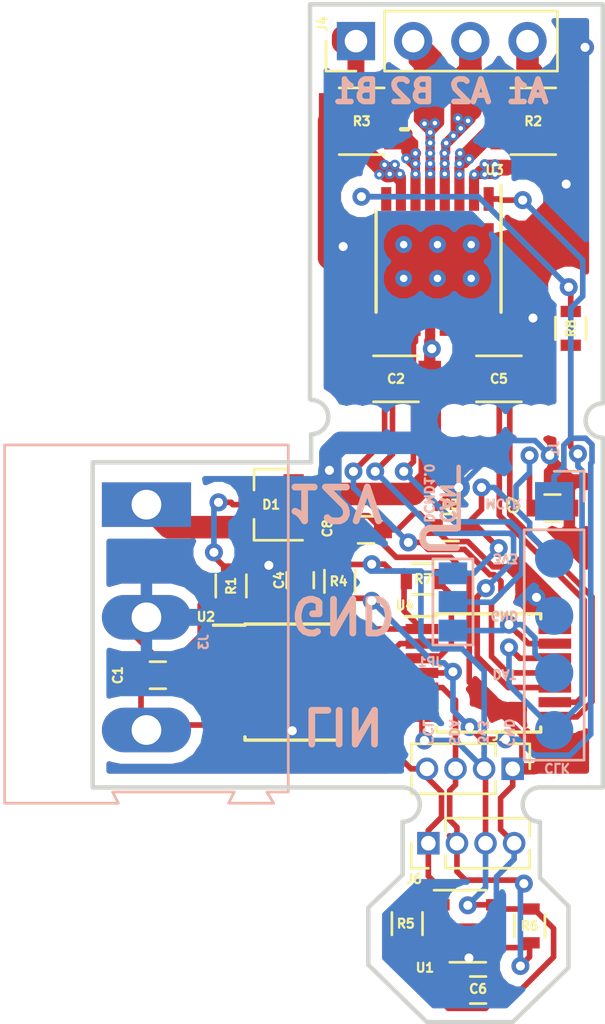
<source format=kicad_pcb>
(kicad_pcb (version 20171130) (host pcbnew "(2018-02-16 revision c95340fba)-makepkg")

  (general
    (thickness 1.6)
    (drawings 44)
    (tracks 623)
    (zones 0)
    (modules 41)
    (nets 27)
  )

  (page A4)
  (layers
    (0 F.Cu signal)
    (31 B.Cu signal)
    (32 B.Adhes user)
    (33 F.Adhes user)
    (34 B.Paste user)
    (35 F.Paste user)
    (36 B.SilkS user)
    (37 F.SilkS user)
    (38 B.Mask user)
    (39 F.Mask user)
    (40 Dwgs.User user)
    (41 Cmts.User user)
    (42 Eco1.User user)
    (43 Eco2.User user)
    (44 Edge.Cuts user)
    (45 Margin user)
    (46 B.CrtYd user)
    (47 F.CrtYd user)
    (48 B.Fab user hide)
    (49 F.Fab user hide)
  )

  (setup
    (last_trace_width 0.25)
    (user_trace_width 0.4)
    (user_trace_width 0.45)
    (user_trace_width 0.5)
    (user_trace_width 0.75)
    (user_trace_width 1)
    (trace_clearance 0.1)
    (zone_clearance 0.508)
    (zone_45_only no)
    (trace_min 0.2)
    (segment_width 0.2)
    (edge_width 0.2)
    (via_size 0.8)
    (via_drill 0.4)
    (via_min_size 0.4)
    (via_min_drill 0.3)
    (uvia_size 0.3)
    (uvia_drill 0.1)
    (uvias_allowed no)
    (uvia_min_size 0.2)
    (uvia_min_drill 0.1)
    (pcb_text_width 0.3)
    (pcb_text_size 1.5 1.5)
    (mod_edge_width 0.15)
    (mod_text_size 0.4 0.4)
    (mod_text_width 0.1)
    (pad_size 0.75 0.75)
    (pad_drill 0.33)
    (pad_to_mask_clearance 0.2)
    (aux_axis_origin 0 0)
    (visible_elements 7FFFFF7F)
    (pcbplotparams
      (layerselection 0x3ffff_ffffffff)
      (usegerberextensions false)
      (usegerberattributes false)
      (usegerberadvancedattributes false)
      (creategerberjobfile false)
      (excludeedgelayer true)
      (linewidth 0.100000)
      (plotframeref false)
      (viasonmask false)
      (mode 1)
      (useauxorigin false)
      (hpglpennumber 1)
      (hpglpenspeed 20)
      (hpglpendiameter 15)
      (psnegative false)
      (psa4output false)
      (plotreference true)
      (plotvalue true)
      (plotinvisibletext false)
      (padsonsilk false)
      (subtractmaskfromsilk false)
      (outputformat 1)
      (mirror false)
      (drillshape 0)
      (scaleselection 1)
      (outputdirectory Gerber/))
  )

  (net 0 "")
  (net 1 GND)
  (net 2 "Net-(C1-Pad1)")
  (net 3 +3V3)
  (net 4 "Net-(C5-Pad1)")
  (net 5 "Net-(D1-Pad1)")
  (net 6 +12P)
  (net 7 "Net-(J4-Pad4)")
  (net 8 "Net-(J4-Pad3)")
  (net 9 "Net-(J4-Pad2)")
  (net 10 "Net-(J4-Pad1)")
  (net 11 "Net-(R1-Pad1)")
  (net 12 "Net-(R2-Pad2)")
  (net 13 "Net-(R3-Pad2)")
  (net 14 /DRV_B1)
  (net 15 /DRV_B2)
  (net 16 /DRV_A2)
  (net 17 /DRV_A1)
  (net 18 DRV_FAULT)
  (net 19 DRV_VREF)
  (net 20 DRV_SLEEP)
  (net 21 I2C_SCL)
  (net 22 I2C_SDA)
  (net 23 LIN_TX)
  (net 24 LIN_RX)
  (net 25 ICSPCLK)
  (net 26 DRV_PIN_V)

  (net_class Default "This is the default net class."
    (clearance 0.1)
    (trace_width 0.25)
    (via_dia 0.8)
    (via_drill 0.4)
    (uvia_dia 0.3)
    (uvia_drill 0.1)
    (add_net +12P)
    (add_net +3V3)
    (add_net /DRV_A1)
    (add_net /DRV_A2)
    (add_net /DRV_B1)
    (add_net /DRV_B2)
    (add_net DRV_FAULT)
    (add_net DRV_PIN_V)
    (add_net DRV_SLEEP)
    (add_net DRV_VREF)
    (add_net GND)
    (add_net I2C_SCL)
    (add_net I2C_SDA)
    (add_net ICSPCLK)
    (add_net LIN_RX)
    (add_net LIN_TX)
    (add_net "Net-(C1-Pad1)")
    (add_net "Net-(C5-Pad1)")
    (add_net "Net-(D1-Pad1)")
    (add_net "Net-(J4-Pad1)")
    (add_net "Net-(J4-Pad2)")
    (add_net "Net-(J4-Pad3)")
    (add_net "Net-(J4-Pad4)")
    (add_net "Net-(R1-Pad1)")
    (add_net "Net-(R2-Pad2)")
    (add_net "Net-(R3-Pad2)")
  )

  (module ucan_custom:hole (layer F.Cu) (tedit 5ADA43AA) (tstamp 5ADF56CB)
    (at 117.5004 108.204)
    (descr "Through hole straight pin header, 1x04, 1.27mm pitch, single row")
    (tags "Through hole pin header THT 1x04 1.27mm single row")
    (path /5ADA1734)
    (fp_text reference J6 (at -1.5875 -0.635 90) (layer F.SilkS) hide
      (effects (font (size 0.4 0.4) (thickness 0.1)))
    )
    (fp_text value Conn_01x04 (at 0.2 1.2) (layer F.Fab) hide
      (effects (font (size 0.4 0.4) (thickness 0.1)))
    )
    (pad "" np_thru_hole oval (at 0 0) (size 0.45 0.45) (drill 0.45) (layers *.Cu))
  )

  (module Resistors_SMD:R_1210 (layer F.Cu) (tedit 58E0A804) (tstamp 5AD91DBC)
    (at 117.81536 94.89948)
    (descr "Resistor SMD 1210, reflow soldering, Vishay (see dcrcw.pdf)")
    (tags "resistor 1210")
    (path /5A928CA0)
    (attr smd)
    (fp_text reference R3 (at 0 0) (layer F.SilkS)
      (effects (font (size 0.4 0.4) (thickness 0.1)))
    )
    (fp_text value 0 (at 0 2.4) (layer F.Fab)
      (effects (font (size 0.4 0.4) (thickness 0.1)))
    )
    (fp_text user %R (at 0 0) (layer F.Fab)
      (effects (font (size 0.4 0.4) (thickness 0.1)))
    )
    (fp_line (start -1.6 1.25) (end -1.6 -1.25) (layer F.Fab) (width 0.1))
    (fp_line (start 1.6 1.25) (end -1.6 1.25) (layer F.Fab) (width 0.1))
    (fp_line (start 1.6 -1.25) (end 1.6 1.25) (layer F.Fab) (width 0.1))
    (fp_line (start -1.6 -1.25) (end 1.6 -1.25) (layer F.Fab) (width 0.1))
    (fp_line (start 1 1.48) (end -1 1.48) (layer F.SilkS) (width 0.12))
    (fp_line (start -1 -1.48) (end 1 -1.48) (layer F.SilkS) (width 0.12))
    (fp_line (start -2.15 -1.5) (end 2.15 -1.5) (layer F.CrtYd) (width 0.05))
    (fp_line (start -2.15 -1.5) (end -2.15 1.5) (layer F.CrtYd) (width 0.05))
    (fp_line (start 2.15 1.5) (end 2.15 -1.5) (layer F.CrtYd) (width 0.05))
    (fp_line (start 2.15 1.5) (end -2.15 1.5) (layer F.CrtYd) (width 0.05))
    (pad 1 smd rect (at -1.45 0) (size 0.9 2.5) (layers F.Cu F.Paste F.Mask)
      (net 1 GND))
    (pad 2 smd rect (at 1.45 0) (size 0.9 2.5) (layers F.Cu F.Paste F.Mask)
      (net 13 "Net-(R3-Pad2)"))
    (model ${KISYS3DMOD}/Resistors_SMD.3dshapes/R_1210.wrl
      (at (xyz 0 0 0))
      (scale (xyz 1 1 1))
      (rotate (xyz 0 0 0))
    )
  )

  (module ucan_custom:hole (layer F.Cu) (tedit 5ADA43AA) (tstamp 5ADB8C66)
    (at 126.492 108.1786)
    (descr "Through hole straight pin header, 1x04, 1.27mm pitch, single row")
    (tags "Through hole pin header THT 1x04 1.27mm single row")
    (path /5ADA1734)
    (fp_text reference J6 (at -1.5875 -0.635 90) (layer F.SilkS) hide
      (effects (font (size 0.4 0.4) (thickness 0.1)))
    )
    (fp_text value Conn_01x04 (at 0.2 1.2) (layer F.Fab) hide
      (effects (font (size 0.4 0.4) (thickness 0.1)))
    )
    (pad "" np_thru_hole oval (at 0 0) (size 0.45 0.45) (drill 0.45) (layers *.Cu))
  )

  (module ucan_custom:hole (layer F.Cu) (tedit 5ADA43AA) (tstamp 5ADB8BE6)
    (at 125.73 108.1786)
    (descr "Through hole straight pin header, 1x04, 1.27mm pitch, single row")
    (tags "Through hole pin header THT 1x04 1.27mm single row")
    (path /5ADA1734)
    (fp_text reference J6 (at -1.5875 -0.635 90) (layer F.SilkS) hide
      (effects (font (size 0.4 0.4) (thickness 0.1)))
    )
    (fp_text value Conn_01x04 (at 0.2 1.2) (layer F.Fab) hide
      (effects (font (size 0.4 0.4) (thickness 0.1)))
    )
    (pad "" np_thru_hole oval (at 0 0) (size 0.45 0.45) (drill 0.45) (layers *.Cu))
  )

  (module ucan_custom:hole (layer F.Cu) (tedit 5ADA43AA) (tstamp 5ADB8BDE)
    (at 124.968 108.1786)
    (descr "Through hole straight pin header, 1x04, 1.27mm pitch, single row")
    (tags "Through hole pin header THT 1x04 1.27mm single row")
    (path /5ADA1734)
    (fp_text reference J6 (at -1.5875 -0.635 90) (layer F.SilkS) hide
      (effects (font (size 0.4 0.4) (thickness 0.1)))
    )
    (fp_text value Conn_01x04 (at 0.2 1.2) (layer F.Fab) hide
      (effects (font (size 0.4 0.4) (thickness 0.1)))
    )
    (pad "" np_thru_hole oval (at 0 0) (size 0.45 0.45) (drill 0.45) (layers *.Cu))
  )

  (module ucan_custom:hole (layer F.Cu) (tedit 5ADA43AA) (tstamp 5ADB8BD6)
    (at 123.444 108.1786)
    (descr "Through hole straight pin header, 1x04, 1.27mm pitch, single row")
    (tags "Through hole pin header THT 1x04 1.27mm single row")
    (path /5ADA1734)
    (fp_text reference J6 (at -1.5875 -0.635 90) (layer F.SilkS) hide
      (effects (font (size 0.4 0.4) (thickness 0.1)))
    )
    (fp_text value Conn_01x04 (at 0.2 1.2) (layer F.Fab) hide
      (effects (font (size 0.4 0.4) (thickness 0.1)))
    )
    (pad "" np_thru_hole oval (at 0 0) (size 0.45 0.45) (drill 0.45) (layers *.Cu))
  )

  (module ucan_custom:hole (layer F.Cu) (tedit 5ADA43AA) (tstamp 5ADB8BCE)
    (at 122.682 108.1786)
    (descr "Through hole straight pin header, 1x04, 1.27mm pitch, single row")
    (tags "Through hole pin header THT 1x04 1.27mm single row")
    (path /5ADA1734)
    (fp_text reference J6 (at -1.5875 -0.635 90) (layer F.SilkS) hide
      (effects (font (size 0.4 0.4) (thickness 0.1)))
    )
    (fp_text value Conn_01x04 (at 0.2 1.2) (layer F.Fab) hide
      (effects (font (size 0.4 0.4) (thickness 0.1)))
    )
    (pad "" np_thru_hole oval (at 0 0) (size 0.45 0.45) (drill 0.45) (layers *.Cu))
  )

  (module ucan_custom:hole (layer F.Cu) (tedit 5ADA43AA) (tstamp 5ADB8BC6)
    (at 121.92 108.1786)
    (descr "Through hole straight pin header, 1x04, 1.27mm pitch, single row")
    (tags "Through hole pin header THT 1x04 1.27mm single row")
    (path /5ADA1734)
    (fp_text reference J6 (at -1.5875 -0.635 90) (layer F.SilkS) hide
      (effects (font (size 0.4 0.4) (thickness 0.1)))
    )
    (fp_text value Conn_01x04 (at 0.2 1.2) (layer F.Fab) hide
      (effects (font (size 0.4 0.4) (thickness 0.1)))
    )
    (pad "" np_thru_hole oval (at 0 0) (size 0.45 0.45) (drill 0.45) (layers *.Cu))
  )

  (module ucan_custom:hole (layer F.Cu) (tedit 5ADA43AA) (tstamp 5ADB901B)
    (at 119.634 108.1786)
    (descr "Through hole straight pin header, 1x04, 1.27mm pitch, single row")
    (tags "Through hole pin header THT 1x04 1.27mm single row")
    (path /5ADA1734)
    (fp_text reference J6 (at -1.5875 -0.635 90) (layer F.SilkS) hide
      (effects (font (size 0.4 0.4) (thickness 0.1)))
    )
    (fp_text value Conn_01x04 (at 0.2 1.2) (layer F.Fab) hide
      (effects (font (size 0.4 0.4) (thickness 0.1)))
    )
    (pad "" np_thru_hole oval (at 0 0) (size 0.45 0.45) (drill 0.45) (layers *.Cu))
  )

  (module ucan_custom:hole (layer F.Cu) (tedit 5ADA43AA) (tstamp 5ADB9003)
    (at 118.2116 108.204)
    (descr "Through hole straight pin header, 1x04, 1.27mm pitch, single row")
    (tags "Through hole pin header THT 1x04 1.27mm single row")
    (path /5ADA1734)
    (fp_text reference J6 (at -1.5875 -0.635 90) (layer F.SilkS) hide
      (effects (font (size 0.4 0.4) (thickness 0.1)))
    )
    (fp_text value Conn_01x04 (at 0.2 1.2) (layer F.Fab) hide
      (effects (font (size 0.4 0.4) (thickness 0.1)))
    )
    (pad "" np_thru_hole oval (at 0 0) (size 0.45 0.45) (drill 0.45) (layers *.Cu))
  )

  (module ucan_custom:hole (layer F.Cu) (tedit 5ADA43AA) (tstamp 5ADB900F)
    (at 116.7892 108.204)
    (descr "Through hole straight pin header, 1x04, 1.27mm pitch, single row")
    (tags "Through hole pin header THT 1x04 1.27mm single row")
    (path /5ADA1734)
    (fp_text reference J6 (at -1.5875 -0.635 90) (layer F.SilkS) hide
      (effects (font (size 0.4 0.4) (thickness 0.1)))
    )
    (fp_text value Conn_01x04 (at 0.2 1.2) (layer F.Fab) hide
      (effects (font (size 0.4 0.4) (thickness 0.1)))
    )
    (pad "" np_thru_hole oval (at 0 0) (size 0.45 0.45) (drill 0.45) (layers *.Cu))
  )

  (module ucan_custom:hole (layer F.Cu) (tedit 5ADA43AA) (tstamp 5ADAF3BE)
    (at 124.4346 125.2982)
    (descr "Through hole straight pin header, 1x04, 1.27mm pitch, single row")
    (tags "Through hole pin header THT 1x04 1.27mm single row")
    (path /5ADA1734)
    (fp_text reference J6 (at -1.5875 -0.635 90) (layer F.SilkS) hide
      (effects (font (size 0.4 0.4) (thickness 0.1)))
    )
    (fp_text value Conn_01x04 (at 0.2 1.2) (layer F.Fab) hide
      (effects (font (size 0.4 0.4) (thickness 0.1)))
    )
    (pad "" np_thru_hole oval (at 0 0) (size 0.45 0.45) (drill 0.45) (layers *.Cu))
  )

  (module ucan_custom:hole (layer F.Cu) (tedit 5ADA43AA) (tstamp 5ADB9365)
    (at 120.8532 125.3236)
    (descr "Through hole straight pin header, 1x04, 1.27mm pitch, single row")
    (tags "Through hole pin header THT 1x04 1.27mm single row")
    (path /5ADA1734)
    (fp_text reference J6 (at -1.5875 -0.635 90) (layer F.SilkS) hide
      (effects (font (size 0.4 0.4) (thickness 0.1)))
    )
    (fp_text value Conn_01x04 (at 0.2 1.2) (layer F.Fab) hide
      (effects (font (size 0.4 0.4) (thickness 0.1)))
    )
    (pad "" np_thru_hole oval (at 0 0) (size 0.45 0.45) (drill 0.45) (layers *.Cu))
  )

  (module ucan_custom:hole (layer F.Cu) (tedit 5ADA43AA) (tstamp 5ADAF394)
    (at 122.174 125.2982)
    (descr "Through hole straight pin header, 1x04, 1.27mm pitch, single row")
    (tags "Through hole pin header THT 1x04 1.27mm single row")
    (path /5ADA1734)
    (fp_text reference J6 (at -1.5875 -0.635 90) (layer F.SilkS) hide
      (effects (font (size 0.4 0.4) (thickness 0.1)))
    )
    (fp_text value Conn_01x04 (at 0.2 1.2) (layer F.Fab) hide
      (effects (font (size 0.4 0.4) (thickness 0.1)))
    )
    (pad "" np_thru_hole oval (at 0 0) (size 0.45 0.45) (drill 0.45) (layers *.Cu))
  )

  (module ucan_custom:hole (layer F.Cu) (tedit 5ADA43AA) (tstamp 5ADAF33C)
    (at 122.8344 125.2982)
    (descr "Through hole straight pin header, 1x04, 1.27mm pitch, single row")
    (tags "Through hole pin header THT 1x04 1.27mm single row")
    (path /5ADA1734)
    (fp_text reference J6 (at -1.5875 -0.635 90) (layer F.SilkS) hide
      (effects (font (size 0.4 0.4) (thickness 0.1)))
    )
    (fp_text value Conn_01x04 (at 0.2 1.2) (layer F.Fab) hide
      (effects (font (size 0.4 0.4) (thickness 0.1)))
    )
    (pad "" np_thru_hole oval (at 0 0) (size 0.45 0.45) (drill 0.45) (layers *.Cu))
  )

  (module Connectors_Terminal_Blocks:TerminalBlock_Altech_AK300-3_P5.00mm (layer B.Cu) (tedit 59FF0306) (tstamp 5A97444B)
    (at 108.2548 111.9124 270)
    (descr "Altech AK300 terminal block, pitch 5.0mm, 45 degree angled, see http://www.mouser.com/ds/2/16/PCBMETRC-24178.pdf")
    (tags "Altech AK300 terminal block pitch 5.0mm")
    (path /5A9222F9)
    (fp_text reference J3 (at 6.096 -2.54 270) (layer B.SilkS)
      (effects (font (size 0.4 0.4) (thickness 0.1)) (justify mirror))
    )
    (fp_text value Conn_01x03 (at 4.95 -7.3 270) (layer B.Fab)
      (effects (font (size 0.4 0.4) (thickness 0.1)) (justify mirror))
    )
    (fp_arc (start -1.16 4.66) (end -1.44 4.14) (angle -104.2) (layer B.Fab) (width 0.1))
    (fp_arc (start -0.04 3.72) (end -1.64 5.01) (angle -100) (layer B.Fab) (width 0.1))
    (fp_arc (start 0.04 6.08) (end 1.5 4.13) (angle -75.5) (layer B.Fab) (width 0.1))
    (fp_arc (start 1 4.6) (end 1.51 5.06) (angle -90.5) (layer B.Fab) (width 0.1))
    (fp_arc (start 3.85 4.66) (end 3.56 4.14) (angle -104.2) (layer B.Fab) (width 0.1))
    (fp_arc (start 4.96 3.72) (end 3.36 5.01) (angle -100) (layer B.Fab) (width 0.1))
    (fp_arc (start 5.04 6.08) (end 6.5 4.13) (angle -75.5) (layer B.Fab) (width 0.1))
    (fp_arc (start 6.01 4.6) (end 6.51 5.06) (angle -90.5) (layer B.Fab) (width 0.1))
    (fp_arc (start 11.09 4.6) (end 11.59 5.06) (angle -90.5) (layer B.Fab) (width 0.1))
    (fp_arc (start 10.12 6.08) (end 11.58 4.13) (angle -75.5) (layer B.Fab) (width 0.1))
    (fp_arc (start 10.04 3.72) (end 8.44 5.01) (angle -100) (layer B.Fab) (width 0.1))
    (fp_arc (start 8.93 4.66) (end 8.64 4.14) (angle -104.2) (layer B.Fab) (width 0.1))
    (fp_line (start 13.42 -6.46) (end -2.83 -6.46) (layer B.CrtYd) (width 0.05))
    (fp_line (start 13.42 -6.46) (end 13.42 6.48) (layer B.CrtYd) (width 0.05))
    (fp_line (start -2.83 6.48) (end -2.83 -6.46) (layer B.CrtYd) (width 0.05))
    (fp_line (start -2.83 6.48) (end 13.42 6.48) (layer B.CrtYd) (width 0.05))
    (fp_line (start 3.34 0.26) (end 6.64 0.26) (layer B.Fab) (width 0.1))
    (fp_line (start 2.96 0.26) (end 3.34 0.26) (layer B.Fab) (width 0.1))
    (fp_line (start 7.02 0.26) (end 6.64 0.26) (layer B.Fab) (width 0.1))
    (fp_line (start 1.64 0.26) (end -1.67 0.26) (layer B.Fab) (width 0.1))
    (fp_line (start 2.02 0.26) (end 1.64 0.26) (layer B.Fab) (width 0.1))
    (fp_line (start -2.05 0.26) (end -1.67 0.26) (layer B.Fab) (width 0.1))
    (fp_line (start -1.51 4.33) (end 1.53 4.96) (layer B.Fab) (width 0.1))
    (fp_line (start -1.64 4.46) (end 1.41 5.09) (layer B.Fab) (width 0.1))
    (fp_line (start 3.49 4.33) (end 6.54 4.96) (layer B.Fab) (width 0.1))
    (fp_line (start 3.36 4.46) (end 6.41 5.09) (layer B.Fab) (width 0.1))
    (fp_line (start 2.02 5.98) (end -2.05 5.98) (layer B.Fab) (width 0.1))
    (fp_line (start -2.05 3.44) (end -2.05 5.98) (layer B.Fab) (width 0.1))
    (fp_line (start 2.02 3.44) (end -2.05 3.44) (layer B.Fab) (width 0.1))
    (fp_line (start 2.02 3.44) (end 2.02 5.98) (layer B.Fab) (width 0.1))
    (fp_line (start 7.02 3.44) (end 2.96 3.44) (layer B.Fab) (width 0.1))
    (fp_line (start 7.02 5.98) (end 7.02 3.44) (layer B.Fab) (width 0.1))
    (fp_line (start 2.96 5.98) (end 7.02 5.98) (layer B.Fab) (width 0.1))
    (fp_line (start 2.96 3.44) (end 2.96 5.98) (layer B.Fab) (width 0.1))
    (fp_line (start -2.58 3.19) (end -2.58 6.23) (layer B.Fab) (width 0.1))
    (fp_line (start -2.58 3.19) (end 7.58 3.19) (layer B.Fab) (width 0.1))
    (fp_line (start -2.58 0.65) (end -2.58 3.19) (layer B.Fab) (width 0.1))
    (fp_line (start -2.58 -6.21) (end -2.58 0.65) (layer B.Fab) (width 0.1))
    (fp_line (start 6.64 -0.5) (end 6.26 -0.5) (layer B.Fab) (width 0.1))
    (fp_line (start 3.34 -0.5) (end 3.72 -0.5) (layer B.Fab) (width 0.1))
    (fp_line (start 1.64 -0.5) (end 1.26 -0.5) (layer B.Fab) (width 0.1))
    (fp_line (start -1.67 -0.5) (end -1.28 -0.5) (layer B.Fab) (width 0.1))
    (fp_line (start -1.67 -3.67) (end -1.67 -0.5) (layer B.Fab) (width 0.1))
    (fp_line (start 1.64 -3.67) (end -1.67 -3.67) (layer B.Fab) (width 0.1))
    (fp_line (start 1.64 -3.67) (end 1.64 -0.5) (layer B.Fab) (width 0.1))
    (fp_line (start 3.34 -3.67) (end 3.34 -0.5) (layer B.Fab) (width 0.1))
    (fp_line (start 6.64 -3.67) (end 3.34 -3.67) (layer B.Fab) (width 0.1))
    (fp_line (start 6.64 -3.67) (end 6.64 -0.5) (layer B.Fab) (width 0.1))
    (fp_line (start -2.05 -4.31) (end -2.05 -6.21) (layer B.Fab) (width 0.1))
    (fp_line (start 2.02 -4.31) (end 2.02 0.26) (layer B.Fab) (width 0.1))
    (fp_line (start 2.02 -4.31) (end -2.05 -4.31) (layer B.Fab) (width 0.1))
    (fp_line (start 7.02 -4.31) (end 7.02 -6.21) (layer B.Fab) (width 0.1))
    (fp_line (start 2.96 -4.31) (end 2.96 0.26) (layer B.Fab) (width 0.1))
    (fp_line (start 2.96 -4.31) (end 7.02 -4.31) (layer B.Fab) (width 0.1))
    (fp_line (start -2.05 -6.21) (end 2.02 -6.21) (layer B.Fab) (width 0.1))
    (fp_line (start -2.58 -6.21) (end -2.05 -6.21) (layer B.Fab) (width 0.1))
    (fp_line (start -2.05 0.26) (end -2.05 -4.31) (layer B.Fab) (width 0.1))
    (fp_line (start 2.02 -6.21) (end 2.96 -6.21) (layer B.Fab) (width 0.1))
    (fp_line (start 2.02 -6.21) (end 2.02 -4.31) (layer B.Fab) (width 0.1))
    (fp_line (start 7.02 -6.21) (end 7.58 -6.21) (layer B.Fab) (width 0.1))
    (fp_line (start 2.96 -6.21) (end 7.02 -6.21) (layer B.Fab) (width 0.1))
    (fp_line (start 7.02 0.26) (end 7.02 -4.31) (layer B.Fab) (width 0.1))
    (fp_line (start 2.96 -6.21) (end 2.96 -4.31) (layer B.Fab) (width 0.1))
    (fp_line (start 8.02 -4.05) (end 8.02 -5.2) (layer B.Fab) (width 0.1))
    (fp_line (start 8.02 -5.2) (end 8.02 -6.21) (layer B.Fab) (width 0.1))
    (fp_line (start 3.72 -2.53) (end 3.72 0.26) (layer B.Fab) (width 0.1))
    (fp_line (start 3.72 0.26) (end 6.26 0.26) (layer B.Fab) (width 0.1))
    (fp_line (start 6.26 -2.53) (end 6.26 0.26) (layer B.Fab) (width 0.1))
    (fp_line (start 3.72 -2.53) (end 6.26 -2.53) (layer B.Fab) (width 0.1))
    (fp_line (start -1.28 -2.53) (end -1.28 0.26) (layer B.Fab) (width 0.1))
    (fp_line (start -1.28 0.26) (end 1.26 0.26) (layer B.Fab) (width 0.1))
    (fp_line (start 1.26 -2.53) (end 1.26 0.26) (layer B.Fab) (width 0.1))
    (fp_line (start -1.28 -2.53) (end 1.26 -2.53) (layer B.Fab) (width 0.1))
    (fp_line (start 8.8 -2.53) (end 11.34 -2.53) (layer B.Fab) (width 0.1))
    (fp_line (start 11.34 -2.53) (end 11.34 0.26) (layer B.Fab) (width 0.1))
    (fp_line (start 8.8 0.26) (end 11.34 0.26) (layer B.Fab) (width 0.1))
    (fp_line (start 8.8 -2.53) (end 8.8 0.26) (layer B.Fab) (width 0.1))
    (fp_line (start 12.66 6.23) (end 12.66 3.19) (layer B.Fab) (width 0.1))
    (fp_line (start 12.66 6.23) (end 13.17 6.23) (layer B.Fab) (width 0.1))
    (fp_line (start 13.17 6.23) (end 13.17 1.41) (layer B.Fab) (width 0.1))
    (fp_line (start 13.17 1.41) (end 12.66 1.66) (layer B.Fab) (width 0.1))
    (fp_line (start 13.17 -5.45) (end 12.66 -5.2) (layer B.Fab) (width 0.1))
    (fp_line (start 12.66 -5.2) (end 12.66 -6.21) (layer B.Fab) (width 0.1))
    (fp_line (start 13.17 -3.8) (end 12.66 -4.05) (layer B.Fab) (width 0.1))
    (fp_line (start 12.66 -4.05) (end 12.66 -5.2) (layer B.Fab) (width 0.1))
    (fp_line (start 13.17 -3.8) (end 13.17 -5.45) (layer B.Fab) (width 0.1))
    (fp_line (start 8.04 -6.21) (end 8.04 -4.31) (layer B.Fab) (width 0.1))
    (fp_line (start 12.1 0.26) (end 12.1 -4.31) (layer B.Fab) (width 0.1))
    (fp_line (start 12.1 -6.21) (end 12.66 -6.21) (layer B.Fab) (width 0.1))
    (fp_line (start 8.04 -4.31) (end 12.1 -4.31) (layer B.Fab) (width 0.1))
    (fp_line (start 12.1 -4.31) (end 12.1 -6.21) (layer B.Fab) (width 0.1))
    (fp_line (start 11.72 -3.67) (end 11.72 -0.5) (layer B.Fab) (width 0.1))
    (fp_line (start 11.72 -3.67) (end 8.42 -3.67) (layer B.Fab) (width 0.1))
    (fp_line (start 8.42 -3.67) (end 8.42 -0.5) (layer B.Fab) (width 0.1))
    (fp_line (start 8.42 -0.5) (end 8.8 -0.5) (layer B.Fab) (width 0.1))
    (fp_line (start 11.72 -0.5) (end 11.34 -0.5) (layer B.Fab) (width 0.1))
    (fp_line (start 12.66 1.66) (end 12.66 0.65) (layer B.Fab) (width 0.1))
    (fp_line (start 12.66 0.65) (end 12.66 -4.05) (layer B.Fab) (width 0.1))
    (fp_line (start 12.66 3.19) (end 12.66 1.66) (layer B.Fab) (width 0.1))
    (fp_line (start 8.04 3.44) (end 8.04 5.98) (layer B.Fab) (width 0.1))
    (fp_line (start 8.04 5.98) (end 12.1 5.98) (layer B.Fab) (width 0.1))
    (fp_line (start 12.1 5.98) (end 12.1 3.44) (layer B.Fab) (width 0.1))
    (fp_line (start 12.1 3.44) (end 8.04 3.44) (layer B.Fab) (width 0.1))
    (fp_line (start 8.44 4.46) (end 11.49 5.09) (layer B.Fab) (width 0.1))
    (fp_line (start 8.57 4.33) (end 11.62 4.96) (layer B.Fab) (width 0.1))
    (fp_line (start 12.1 0.26) (end 11.72 0.26) (layer B.Fab) (width 0.1))
    (fp_line (start 8.04 0.26) (end 8.42 0.26) (layer B.Fab) (width 0.1))
    (fp_line (start 8.42 0.26) (end 11.72 0.26) (layer B.Fab) (width 0.1))
    (fp_line (start -2.58 6.23) (end 12.66 6.23) (layer B.Fab) (width 0.1))
    (fp_line (start 7.58 3.19) (end 12.6 3.19) (layer B.Fab) (width 0.1))
    (fp_line (start 12.09 -6.21) (end 7.58 -6.21) (layer B.Fab) (width 0.1))
    (fp_line (start 8.02 -3.99) (end 8.02 0.26) (layer B.Fab) (width 0.1))
    (fp_line (start 12.66 0.65) (end -2.52 0.65) (layer B.Fab) (width 0.1))
    (fp_line (start 13.25 6.3) (end -2.65 6.3) (layer B.SilkS) (width 0.12))
    (fp_line (start 13.25 1.25) (end 13.25 6.3) (layer B.SilkS) (width 0.12))
    (fp_line (start 12.75 1.5) (end 13.25 1.25) (layer B.SilkS) (width 0.12))
    (fp_line (start 12.75 -3.9) (end 12.75 1.5) (layer B.SilkS) (width 0.12))
    (fp_line (start 13.25 -3.65) (end 12.75 -3.9) (layer B.SilkS) (width 0.12))
    (fp_line (start 13.25 -5.65) (end 13.25 -3.65) (layer B.SilkS) (width 0.12))
    (fp_line (start 12.75 -5.35) (end 13.25 -5.65) (layer B.SilkS) (width 0.12))
    (fp_line (start 12.75 -6.3) (end 12.75 -5.35) (layer B.SilkS) (width 0.12))
    (fp_line (start -2.65 -6.3) (end 12.75 -6.3) (layer B.SilkS) (width 0.12))
    (fp_line (start -2.65 6.3) (end -2.65 -6.3) (layer B.SilkS) (width 0.12))
    (fp_text user %R (at 5 2 270) (layer B.Fab)
      (effects (font (size 0.4 0.4) (thickness 0.1)) (justify mirror))
    )
    (pad 3 thru_hole oval (at 10 0 270) (size 1.98 3.96) (drill 1.32) (layers *.Cu *.Mask)
      (net 2 "Net-(C1-Pad1)"))
    (pad 2 thru_hole oval (at 5 0 270) (size 1.98 3.96) (drill 1.32) (layers *.Cu *.Mask)
      (net 1 GND))
    (pad 1 thru_hole rect (at 0 0 270) (size 1.98 3.96) (drill 1.32) (layers *.Cu *.Mask)
      (net 6 +12P))
    (model ${KISYS3DMOD}/Terminal_Blocks.3dshapes/TerminalBlock_Altech_AK300-3_P5.00mm.wrl
      (at (xyz 0 0 0))
      (scale (xyz 1 1 1))
      (rotate (xyz 0 0 0))
    )
  )

  (module Housings_SOIC:SOIC-8_3.9x4.9mm_Pitch1.27mm (layer F.Cu) (tedit 58CD0CDA) (tstamp 5ADB9667)
    (at 114.7064 119.7864)
    (descr "8-Lead Plastic Small Outline (SN) - Narrow, 3.90 mm Body [SOIC] (see Microchip Packaging Specification 00000049BS.pdf)")
    (tags "SOIC 1.27")
    (path /5A9263FE)
    (attr smd)
    (fp_text reference U2 (at -3.81 -2.8956 180) (layer F.SilkS)
      (effects (font (size 0.4 0.4) (thickness 0.1)))
    )
    (fp_text value TJA1028 (at 0 3.5) (layer F.Fab)
      (effects (font (size 0.4 0.4) (thickness 0.1)))
    )
    (fp_line (start -2.075 -2.525) (end -3.475 -2.525) (layer F.SilkS) (width 0.15))
    (fp_line (start -2.075 2.575) (end 2.075 2.575) (layer F.SilkS) (width 0.15))
    (fp_line (start -2.075 -2.575) (end 2.075 -2.575) (layer F.SilkS) (width 0.15))
    (fp_line (start -2.075 2.575) (end -2.075 2.43) (layer F.SilkS) (width 0.15))
    (fp_line (start 2.075 2.575) (end 2.075 2.43) (layer F.SilkS) (width 0.15))
    (fp_line (start 2.075 -2.575) (end 2.075 -2.43) (layer F.SilkS) (width 0.15))
    (fp_line (start -2.075 -2.575) (end -2.075 -2.525) (layer F.SilkS) (width 0.15))
    (fp_line (start -3.73 2.7) (end 3.73 2.7) (layer F.CrtYd) (width 0.05))
    (fp_line (start -3.73 -2.7) (end 3.73 -2.7) (layer F.CrtYd) (width 0.05))
    (fp_line (start 3.73 -2.7) (end 3.73 2.7) (layer F.CrtYd) (width 0.05))
    (fp_line (start -3.73 -2.7) (end -3.73 2.7) (layer F.CrtYd) (width 0.05))
    (fp_line (start -1.95 -1.45) (end -0.95 -2.45) (layer F.Fab) (width 0.1))
    (fp_line (start -1.95 2.45) (end -1.95 -1.45) (layer F.Fab) (width 0.1))
    (fp_line (start 1.95 2.45) (end -1.95 2.45) (layer F.Fab) (width 0.1))
    (fp_line (start 1.95 -2.45) (end 1.95 2.45) (layer F.Fab) (width 0.1))
    (fp_line (start -0.95 -2.45) (end 1.95 -2.45) (layer F.Fab) (width 0.1))
    (fp_text user %R (at 0 0) (layer F.Fab)
      (effects (font (size 1 1) (thickness 0.15)))
    )
    (pad 8 smd rect (at 2.7 -1.905) (size 1.55 0.6) (layers F.Cu F.Paste F.Mask)
      (net 3 +3V3))
    (pad 7 smd rect (at 2.7 -0.635) (size 1.55 0.6) (layers F.Cu F.Paste F.Mask))
    (pad 6 smd rect (at 2.7 0.635) (size 1.55 0.6) (layers F.Cu F.Paste F.Mask)
      (net 23 LIN_TX))
    (pad 5 smd rect (at 2.7 1.905) (size 1.55 0.6) (layers F.Cu F.Paste F.Mask)
      (net 24 LIN_RX))
    (pad 4 smd rect (at -2.7 1.905) (size 1.55 0.6) (layers F.Cu F.Paste F.Mask)
      (net 2 "Net-(C1-Pad1)"))
    (pad 3 smd rect (at -2.7 0.635) (size 1.55 0.6) (layers F.Cu F.Paste F.Mask)
      (net 1 GND))
    (pad 2 smd rect (at -2.7 -0.635) (size 1.55 0.6) (layers F.Cu F.Paste F.Mask)
      (net 3 +3V3))
    (pad 1 smd rect (at -2.7 -1.905) (size 1.55 0.6) (layers F.Cu F.Paste F.Mask)
      (net 11 "Net-(R1-Pad1)"))
    (model ${KISYS3DMOD}/Housings_SOIC.3dshapes/SOIC-8_3.9x4.9mm_Pitch1.27mm.wrl
      (at (xyz 0 0 0))
      (scale (xyz 1 1 1))
      (rotate (xyz 0 0 0))
    )
  )

  (module Pin_Headers:Pin_Header_Straight_1x04_Pitch2.54mm (layer F.Cu) (tedit 59650532) (tstamp 5AD91E39)
    (at 117.56136 91.34348 90)
    (descr "Through hole straight pin header, 1x04, 2.54mm pitch, single row")
    (tags "Through hole pin header THT 1x04 2.54mm single row")
    (path /5A929001)
    (fp_text reference J4 (at 0.76708 -1.48336 90) (layer F.SilkS)
      (effects (font (size 0.4 0.4) (thickness 0.1)))
    )
    (fp_text value Conn_01x04 (at 0 9.95 90) (layer F.Fab)
      (effects (font (size 0.4 0.4) (thickness 0.1)))
    )
    (fp_text user %R (at 0 3.81 180) (layer F.Fab)
      (effects (font (size 1 1) (thickness 0.15)))
    )
    (fp_line (start 1.8 -1.8) (end -1.8 -1.8) (layer F.CrtYd) (width 0.05))
    (fp_line (start 1.8 9.4) (end 1.8 -1.8) (layer F.CrtYd) (width 0.05))
    (fp_line (start -1.8 9.4) (end 1.8 9.4) (layer F.CrtYd) (width 0.05))
    (fp_line (start -1.8 -1.8) (end -1.8 9.4) (layer F.CrtYd) (width 0.05))
    (fp_line (start -1.33 -1.33) (end 0 -1.33) (layer F.SilkS) (width 0.12))
    (fp_line (start -1.33 0) (end -1.33 -1.33) (layer F.SilkS) (width 0.12))
    (fp_line (start -1.33 1.27) (end 1.33 1.27) (layer F.SilkS) (width 0.12))
    (fp_line (start 1.33 1.27) (end 1.33 8.95) (layer F.SilkS) (width 0.12))
    (fp_line (start -1.33 1.27) (end -1.33 8.95) (layer F.SilkS) (width 0.12))
    (fp_line (start -1.33 8.95) (end 1.33 8.95) (layer F.SilkS) (width 0.12))
    (fp_line (start -1.27 -0.635) (end -0.635 -1.27) (layer F.Fab) (width 0.1))
    (fp_line (start -1.27 8.89) (end -1.27 -0.635) (layer F.Fab) (width 0.1))
    (fp_line (start 1.27 8.89) (end -1.27 8.89) (layer F.Fab) (width 0.1))
    (fp_line (start 1.27 -1.27) (end 1.27 8.89) (layer F.Fab) (width 0.1))
    (fp_line (start -0.635 -1.27) (end 1.27 -1.27) (layer F.Fab) (width 0.1))
    (pad 4 thru_hole oval (at 0 7.62 90) (size 1.7 1.7) (drill 1) (layers *.Cu *.Mask)
      (net 7 "Net-(J4-Pad4)"))
    (pad 3 thru_hole oval (at 0 5.08 90) (size 1.7 1.7) (drill 1) (layers *.Cu *.Mask)
      (net 8 "Net-(J4-Pad3)"))
    (pad 2 thru_hole oval (at 0 2.54 90) (size 1.7 1.7) (drill 1) (layers *.Cu *.Mask)
      (net 9 "Net-(J4-Pad2)"))
    (pad 1 thru_hole rect (at 0 0 90) (size 1.7 1.7) (drill 1) (layers *.Cu *.Mask)
      (net 10 "Net-(J4-Pad1)"))
  )

  (module Capacitors_SMD:C_0603 (layer F.Cu) (tedit 59958EE7) (tstamp 5A95CD4E)
    (at 108.7628 119.4816)
    (descr "Capacitor SMD 0603, reflow soldering, AVX (see smccp.pdf)")
    (tags "capacitor 0603")
    (path /5A926B5C)
    (attr smd)
    (fp_text reference C1 (at -1.778 0 90) (layer F.SilkS)
      (effects (font (size 0.4 0.4) (thickness 0.1)))
    )
    (fp_text value 220p (at 0 1.5) (layer F.Fab)
      (effects (font (size 0.4 0.4) (thickness 0.1)))
    )
    (fp_line (start 1.4 0.65) (end -1.4 0.65) (layer F.CrtYd) (width 0.05))
    (fp_line (start 1.4 0.65) (end 1.4 -0.65) (layer F.CrtYd) (width 0.05))
    (fp_line (start -1.4 -0.65) (end -1.4 0.65) (layer F.CrtYd) (width 0.05))
    (fp_line (start -1.4 -0.65) (end 1.4 -0.65) (layer F.CrtYd) (width 0.05))
    (fp_line (start 0.35 0.6) (end -0.35 0.6) (layer F.SilkS) (width 0.12))
    (fp_line (start -0.35 -0.6) (end 0.35 -0.6) (layer F.SilkS) (width 0.12))
    (fp_line (start -0.8 -0.4) (end 0.8 -0.4) (layer F.Fab) (width 0.1))
    (fp_line (start 0.8 -0.4) (end 0.8 0.4) (layer F.Fab) (width 0.1))
    (fp_line (start 0.8 0.4) (end -0.8 0.4) (layer F.Fab) (width 0.1))
    (fp_line (start -0.8 0.4) (end -0.8 -0.4) (layer F.Fab) (width 0.1))
    (fp_text user %R (at 0 0) (layer F.Fab)
      (effects (font (size 0.4 0.4) (thickness 0.1)))
    )
    (pad 2 smd rect (at 0.75 0) (size 0.8 0.75) (layers F.Cu F.Paste F.Mask)
      (net 1 GND))
    (pad 1 smd rect (at -0.75 0) (size 0.8 0.75) (layers F.Cu F.Paste F.Mask)
      (net 2 "Net-(C1-Pad1)"))
    (model Capacitors_SMD.3dshapes/C_0603.wrl
      (at (xyz 0 0 0))
      (scale (xyz 1 1 1))
      (rotate (xyz 0 0 0))
    )
  )

  (module Capacitors_SMD:C_0603 (layer F.Cu) (tedit 59958EE7) (tstamp 5AD92793)
    (at 121.7676 112.9284 180)
    (descr "Capacitor SMD 0603, reflow soldering, AVX (see smccp.pdf)")
    (tags "capacitor 0603")
    (path /5A921C29)
    (attr smd)
    (fp_text reference C3 (at 0 1.016 180) (layer F.SilkS)
      (effects (font (size 0.4 0.4) (thickness 0.1)))
    )
    (fp_text value 0.1u (at 0 1.5 180) (layer F.Fab)
      (effects (font (size 0.4 0.4) (thickness 0.1)))
    )
    (fp_text user %R (at 0 0 180) (layer F.Fab)
      (effects (font (size 0.4 0.4) (thickness 0.1)))
    )
    (fp_line (start -0.8 0.4) (end -0.8 -0.4) (layer F.Fab) (width 0.1))
    (fp_line (start 0.8 0.4) (end -0.8 0.4) (layer F.Fab) (width 0.1))
    (fp_line (start 0.8 -0.4) (end 0.8 0.4) (layer F.Fab) (width 0.1))
    (fp_line (start -0.8 -0.4) (end 0.8 -0.4) (layer F.Fab) (width 0.1))
    (fp_line (start -0.35 -0.6) (end 0.35 -0.6) (layer F.SilkS) (width 0.12))
    (fp_line (start 0.35 0.6) (end -0.35 0.6) (layer F.SilkS) (width 0.12))
    (fp_line (start -1.4 -0.65) (end 1.4 -0.65) (layer F.CrtYd) (width 0.05))
    (fp_line (start -1.4 -0.65) (end -1.4 0.65) (layer F.CrtYd) (width 0.05))
    (fp_line (start 1.4 0.65) (end 1.4 -0.65) (layer F.CrtYd) (width 0.05))
    (fp_line (start 1.4 0.65) (end -1.4 0.65) (layer F.CrtYd) (width 0.05))
    (pad 1 smd rect (at -0.75 0 180) (size 0.8 0.75) (layers F.Cu F.Paste F.Mask)
      (net 3 +3V3))
    (pad 2 smd rect (at 0.75 0 180) (size 0.8 0.75) (layers F.Cu F.Paste F.Mask)
      (net 1 GND))
    (model Capacitors_SMD.3dshapes/C_0603.wrl
      (at (xyz 0 0 0))
      (scale (xyz 1 1 1))
      (rotate (xyz 0 0 0))
    )
  )

  (module Capacitors_SMD:C_0603 (layer F.Cu) (tedit 59958EE7) (tstamp 5A9745F2)
    (at 115.0874 115.2652 90)
    (descr "Capacitor SMD 0603, reflow soldering, AVX (see smccp.pdf)")
    (tags "capacitor 0603")
    (path /5A9280BB)
    (attr smd)
    (fp_text reference C4 (at 0 -0.9398 270) (layer F.SilkS)
      (effects (font (size 0.4 0.4) (thickness 0.1)))
    )
    (fp_text value 100n (at 0 1.5 90) (layer F.Fab)
      (effects (font (size 0.4 0.4) (thickness 0.1)))
    )
    (fp_text user %R (at 0 0 90) (layer F.Fab)
      (effects (font (size 0.4 0.4) (thickness 0.1)))
    )
    (fp_line (start -0.8 0.4) (end -0.8 -0.4) (layer F.Fab) (width 0.1))
    (fp_line (start 0.8 0.4) (end -0.8 0.4) (layer F.Fab) (width 0.1))
    (fp_line (start 0.8 -0.4) (end 0.8 0.4) (layer F.Fab) (width 0.1))
    (fp_line (start -0.8 -0.4) (end 0.8 -0.4) (layer F.Fab) (width 0.1))
    (fp_line (start -0.35 -0.6) (end 0.35 -0.6) (layer F.SilkS) (width 0.12))
    (fp_line (start 0.35 0.6) (end -0.35 0.6) (layer F.SilkS) (width 0.12))
    (fp_line (start -1.4 -0.65) (end 1.4 -0.65) (layer F.CrtYd) (width 0.05))
    (fp_line (start -1.4 -0.65) (end -1.4 0.65) (layer F.CrtYd) (width 0.05))
    (fp_line (start 1.4 0.65) (end 1.4 -0.65) (layer F.CrtYd) (width 0.05))
    (fp_line (start 1.4 0.65) (end -1.4 0.65) (layer F.CrtYd) (width 0.05))
    (pad 1 smd rect (at -0.75 0 90) (size 0.8 0.75) (layers F.Cu F.Paste F.Mask)
      (net 3 +3V3))
    (pad 2 smd rect (at 0.75 0 90) (size 0.8 0.75) (layers F.Cu F.Paste F.Mask)
      (net 1 GND))
    (model Capacitors_SMD.3dshapes/C_0603.wrl
      (at (xyz 0 0 0))
      (scale (xyz 1 1 1))
      (rotate (xyz 0 0 0))
    )
  )

  (module Diodes_SMD:D_SOT-23_ANK (layer F.Cu) (tedit 5ADF4FBF) (tstamp 5A95A618)
    (at 113.792 111.9124 180)
    (descr "SOT-23, Single Diode")
    (tags SOT-23)
    (path /5A926F33)
    (attr smd)
    (fp_text reference D1 (at 0 0 180) (layer F.SilkS)
      (effects (font (size 0.4 0.4) (thickness 0.1)))
    )
    (fp_text value D_Small (at 0 2.5 180) (layer F.Fab) hide
      (effects (font (size 0.4 0.4) (thickness 0.1)))
    )
    (fp_line (start 0.76 1.58) (end -0.7 1.58) (layer F.SilkS) (width 0.12))
    (fp_line (start -0.7 -1.52) (end -0.7 1.52) (layer F.Fab) (width 0.1))
    (fp_line (start -0.7 -1.52) (end 0.7 -1.52) (layer F.Fab) (width 0.1))
    (fp_line (start 0.76 -1.58) (end -1.4 -1.58) (layer F.SilkS) (width 0.12))
    (fp_line (start -1.7 1.75) (end -1.7 -1.75) (layer F.CrtYd) (width 0.05))
    (fp_line (start 1.7 1.75) (end -1.7 1.75) (layer F.CrtYd) (width 0.05))
    (fp_line (start 1.7 -1.75) (end 1.7 1.75) (layer F.CrtYd) (width 0.05))
    (fp_line (start -1.7 -1.75) (end 1.7 -1.75) (layer F.CrtYd) (width 0.05))
    (fp_line (start -0.7 1.52) (end 0.7 1.52) (layer F.Fab) (width 0.1))
    (fp_line (start 0.7 -1.52) (end 0.7 1.52) (layer F.Fab) (width 0.1))
    (fp_line (start 0.76 -1.58) (end 0.76 -0.65) (layer F.SilkS) (width 0.12))
    (fp_line (start 0.76 1.58) (end 0.76 0.65) (layer F.SilkS) (width 0.12))
    (fp_line (start 0.15 -0.65) (end 0.15 -0.25) (layer F.Fab) (width 0.1))
    (fp_line (start 0.15 -0.45) (end 0.4 -0.45) (layer F.Fab) (width 0.1))
    (fp_line (start 0.15 -0.45) (end -0.15 -0.65) (layer F.Fab) (width 0.1))
    (fp_line (start -0.15 -0.65) (end -0.15 -0.25) (layer F.Fab) (width 0.1))
    (fp_line (start -0.15 -0.25) (end 0.15 -0.45) (layer F.Fab) (width 0.1))
    (fp_line (start -0.15 -0.45) (end -0.4 -0.45) (layer F.Fab) (width 0.1))
    (fp_text user %R (at 0 -2.5 180) (layer F.Fab)
      (effects (font (size 0.4 0.4) (thickness 0.1)))
    )
    (pad 1 smd rect (at 1 0 180) (size 0.9 0.8) (layers F.Cu F.Paste F.Mask)
      (net 5 "Net-(D1-Pad1)"))
    (pad "" smd rect (at -1 0.95 180) (size 0.9 0.8) (layers F.Cu F.Paste F.Mask))
    (pad 2 smd rect (at -1 -0.95 180) (size 0.9 0.8) (layers F.Cu F.Paste F.Mask)
      (net 6 +12P))
    (model ${KISYS3DMOD}/Diodes_SMD.3dshapes/D_SOT-23.wrl
      (at (xyz 0 0 0))
      (scale (xyz 1 1 1))
      (rotate (xyz 0 0 0))
    )
  )

  (module Resistors_SMD:R_0603 (layer F.Cu) (tedit 58E0A804) (tstamp 5A95D4C1)
    (at 112.014 115.5192 90)
    (descr "Resistor SMD 0603, reflow soldering, Vishay (see dcrcw.pdf)")
    (tags "resistor 0603")
    (path /5A92652B)
    (attr smd)
    (fp_text reference R1 (at 0 0 90) (layer F.SilkS)
      (effects (font (size 0.4 0.4) (thickness 0.1)))
    )
    (fp_text value 50 (at 0 1.5 90) (layer F.Fab)
      (effects (font (size 0.4 0.4) (thickness 0.1)))
    )
    (fp_line (start 1.25 0.7) (end -1.25 0.7) (layer F.CrtYd) (width 0.05))
    (fp_line (start 1.25 0.7) (end 1.25 -0.7) (layer F.CrtYd) (width 0.05))
    (fp_line (start -1.25 -0.7) (end -1.25 0.7) (layer F.CrtYd) (width 0.05))
    (fp_line (start -1.25 -0.7) (end 1.25 -0.7) (layer F.CrtYd) (width 0.05))
    (fp_line (start -0.5 -0.68) (end 0.5 -0.68) (layer F.SilkS) (width 0.12))
    (fp_line (start 0.5 0.68) (end -0.5 0.68) (layer F.SilkS) (width 0.12))
    (fp_line (start -0.8 -0.4) (end 0.8 -0.4) (layer F.Fab) (width 0.1))
    (fp_line (start 0.8 -0.4) (end 0.8 0.4) (layer F.Fab) (width 0.1))
    (fp_line (start 0.8 0.4) (end -0.8 0.4) (layer F.Fab) (width 0.1))
    (fp_line (start -0.8 0.4) (end -0.8 -0.4) (layer F.Fab) (width 0.1))
    (fp_text user %R (at 0 0 90) (layer F.Fab)
      (effects (font (size 0.4 0.4) (thickness 0.1)))
    )
    (pad 2 smd rect (at 0.75 0 90) (size 0.5 0.9) (layers F.Cu F.Paste F.Mask)
      (net 5 "Net-(D1-Pad1)"))
    (pad 1 smd rect (at -0.75 0 90) (size 0.5 0.9) (layers F.Cu F.Paste F.Mask)
      (net 11 "Net-(R1-Pad1)"))
    (model ${KISYS3DMOD}/Resistors_SMD.3dshapes/R_0603.wrl
      (at (xyz 0 0 0))
      (scale (xyz 1 1 1))
      (rotate (xyz 0 0 0))
    )
  )

  (module Resistors_SMD:R_1210 (layer F.Cu) (tedit 58E0A804) (tstamp 5AD9F25A)
    (at 125.43536 94.89948 180)
    (descr "Resistor SMD 1210, reflow soldering, Vishay (see dcrcw.pdf)")
    (tags "resistor 1210")
    (path /5A928E55)
    (attr smd)
    (fp_text reference R2 (at 0 0 180) (layer F.SilkS)
      (effects (font (size 0.4 0.4) (thickness 0.1)))
    )
    (fp_text value 0 (at 0 2.4 180) (layer F.Fab)
      (effects (font (size 0.4 0.4) (thickness 0.1)))
    )
    (fp_line (start 2.15 1.5) (end -2.15 1.5) (layer F.CrtYd) (width 0.05))
    (fp_line (start 2.15 1.5) (end 2.15 -1.5) (layer F.CrtYd) (width 0.05))
    (fp_line (start -2.15 -1.5) (end -2.15 1.5) (layer F.CrtYd) (width 0.05))
    (fp_line (start -2.15 -1.5) (end 2.15 -1.5) (layer F.CrtYd) (width 0.05))
    (fp_line (start -1 -1.48) (end 1 -1.48) (layer F.SilkS) (width 0.12))
    (fp_line (start 1 1.48) (end -1 1.48) (layer F.SilkS) (width 0.12))
    (fp_line (start -1.6 -1.25) (end 1.6 -1.25) (layer F.Fab) (width 0.1))
    (fp_line (start 1.6 -1.25) (end 1.6 1.25) (layer F.Fab) (width 0.1))
    (fp_line (start 1.6 1.25) (end -1.6 1.25) (layer F.Fab) (width 0.1))
    (fp_line (start -1.6 1.25) (end -1.6 -1.25) (layer F.Fab) (width 0.1))
    (fp_text user %R (at 0 0 180) (layer F.Fab)
      (effects (font (size 0.4 0.4) (thickness 0.1)))
    )
    (pad 2 smd rect (at 1.45 0 180) (size 0.9 2.5) (layers F.Cu F.Paste F.Mask)
      (net 12 "Net-(R2-Pad2)"))
    (pad 1 smd rect (at -1.45 0 180) (size 0.9 2.5) (layers F.Cu F.Paste F.Mask)
      (net 1 GND))
    (model ${KISYS3DMOD}/Resistors_SMD.3dshapes/R_1210.wrl
      (at (xyz 0 0 0))
      (scale (xyz 1 1 1))
      (rotate (xyz 0 0 0))
    )
  )

  (module Housings_SSOP:HTSSOP-16-1EP_4.4x5mm_Pitch0.65mm_ThermalVias (layer F.Cu) (tedit 59BA355A) (tstamp 5AD930C2)
    (at 121.18086 101.12248 270)
    (descr "16-Lead Plastic HTSSOP (4.4x5x1.2mm); Thermal pad with vias; (http://www.ti.com/lit/ds/symlink/drv8833.pdf)")
    (tags "SSOP 0.65")
    (path /5A9213D9)
    (attr smd)
    (fp_text reference U3 (at -4.064 -2.54) (layer F.SilkS)
      (effects (font (size 0.4 0.4) (thickness 0.1)))
    )
    (fp_text value DRV8848 (at 0 3.55 270) (layer F.Fab)
      (effects (font (size 0.4 0.4) (thickness 0.1)))
    )
    (fp_line (start -3.375 -2.825) (end 2.25 -2.825) (layer F.SilkS) (width 0.15))
    (fp_line (start -2.25 2.725) (end 2.25 2.725) (layer F.SilkS) (width 0.15))
    (fp_line (start -3.5 2.8) (end 3.5 2.8) (layer F.CrtYd) (width 0.05))
    (fp_line (start -3.5 -2.9) (end 3.5 -2.9) (layer F.CrtYd) (width 0.05))
    (fp_line (start 3.5 -2.9) (end 3.5 2.8) (layer F.CrtYd) (width 0.05))
    (fp_line (start -3.5 -2.9) (end -3.5 2.8) (layer F.CrtYd) (width 0.05))
    (fp_line (start -2.2 -1.5) (end -1.2 -2.5) (layer F.Fab) (width 0.15))
    (fp_line (start -2.2 2.5) (end -2.2 -1.5) (layer F.Fab) (width 0.15))
    (fp_line (start 2.2 2.5) (end -2.2 2.5) (layer F.Fab) (width 0.15))
    (fp_line (start 2.2 -2.5) (end 2.2 2.5) (layer F.Fab) (width 0.15))
    (fp_line (start -1.2 -2.5) (end 2.2 -2.5) (layer F.Fab) (width 0.15))
    (fp_text user %R (at 0 0 270) (layer F.Fab)
      (effects (font (size 0.4 0.4) (thickness 0.1)))
    )
    (pad 17 thru_hole circle (at 0.75 1.5 270) (size 0.75 0.75) (drill 0.33) (layers *.Cu *.Mask))
    (pad 17 thru_hole circle (at -0.75 1.5 270) (size 0.75 0.75) (drill 0.33) (layers *.Cu *.Mask))
    (pad 17 thru_hole circle (at 0.75 0 270) (size 0.75 0.75) (drill 0.33) (layers *.Cu *.Mask))
    (pad 17 thru_hole circle (at -0.75 0 270) (size 0.75 0.75) (drill 0.33) (layers *.Cu *.Mask))
    (pad 17 thru_hole circle (at 0.75 -1.5 270) (size 0.75 0.75) (drill 0.33) (layers *.Cu *.Mask))
    (pad 17 thru_hole circle (at -0.75 -1.5 270) (size 0.75 0.75) (drill 0.33) (layers *.Cu *.Mask))
    (pad 17 smd rect (at 0 0 270) (size 3.4 5) (layers F.Cu F.Paste F.Mask)
      (solder_paste_margin_ratio -0.2))
    (pad 16 smd rect (at 2.775 -2.275 270) (size 1.05 0.45) (layers F.Cu F.Paste F.Mask)
      (net 17 /DRV_A1))
    (pad 15 smd rect (at 2.775 -1.625 270) (size 1.05 0.45) (layers F.Cu F.Paste F.Mask)
      (net 16 /DRV_A2))
    (pad 14 smd rect (at 2.775 -0.975 270) (size 1.05 0.45) (layers F.Cu F.Paste F.Mask)
      (net 4 "Net-(C5-Pad1)"))
    (pad 13 smd rect (at 2.775 -0.325 270) (size 1.05 0.45) (layers F.Cu F.Paste F.Mask)
      (net 1 GND))
    (pad 12 smd rect (at 2.775 0.325 270) (size 1.05 0.45) (layers F.Cu F.Paste F.Mask)
      (net 6 +12P))
    (pad 11 smd rect (at 2.775 0.975 270) (size 1.05 0.45) (layers F.Cu F.Paste F.Mask)
      (net 26 DRV_PIN_V))
    (pad 10 smd rect (at 2.775 1.625 270) (size 1.05 0.45) (layers F.Cu F.Paste F.Mask)
      (net 15 /DRV_B2))
    (pad 9 smd rect (at 2.775 2.275 270) (size 1.05 0.45) (layers F.Cu F.Paste F.Mask)
      (net 14 /DRV_B1))
    (pad 8 smd rect (at -2.775 2.275 270) (size 1.05 0.45) (layers F.Cu F.Paste F.Mask)
      (net 18 DRV_FAULT))
    (pad 7 smd rect (at -2.775 1.625 270) (size 1.05 0.45) (layers F.Cu F.Paste F.Mask)
      (net 10 "Net-(J4-Pad1)"))
    (pad 6 smd rect (at -2.775 0.975 270) (size 1.05 0.45) (layers F.Cu F.Paste F.Mask)
      (net 13 "Net-(R3-Pad2)"))
    (pad 5 smd rect (at -2.775 0.325 270) (size 1.05 0.45) (layers F.Cu F.Paste F.Mask)
      (net 9 "Net-(J4-Pad2)"))
    (pad 4 smd rect (at -2.775 -0.325 270) (size 1.05 0.45) (layers F.Cu F.Paste F.Mask)
      (net 8 "Net-(J4-Pad3)"))
    (pad 3 smd rect (at -2.775 -0.975 270) (size 1.05 0.45) (layers F.Cu F.Paste F.Mask)
      (net 12 "Net-(R2-Pad2)"))
    (pad 2 smd rect (at -2.775 -1.625 270) (size 1.05 0.45) (layers F.Cu F.Paste F.Mask)
      (net 7 "Net-(J4-Pad4)"))
    (pad 1 smd rect (at -2.775 -2.275 270) (size 1.05 0.45) (layers F.Cu F.Paste F.Mask)
      (net 20 DRV_SLEEP))
    (model ${KISYS3DMOD}/Housings_SSOP.3dshapes/TSSOP-16-1EP_4.4x5mm_Pitch0.65mm.wrl
      (at (xyz 0 0 0))
      (scale (xyz 1 1 1))
      (rotate (xyz 0 0 0))
    )
  )

  (module Connectors:GS3 (layer B.Cu) (tedit 5A972A8A) (tstamp 5AD931E7)
    (at 121.8692 116.2304 180)
    (descr "3-pin solder bridge")
    (tags "solder bridge")
    (path /5A972813)
    (attr smd)
    (fp_text reference JP1 (at 1.016 -2.667 180) (layer B.SilkS)
      (effects (font (size 0.4 0.4) (thickness 0.1)) (justify mirror))
    )
    (fp_text value Jumper_NC_Dual (at 1.8 0 90) (layer B.Fab) hide
      (effects (font (size 0.4 0.4) (thickness 0.1)) (justify mirror))
    )
    (fp_line (start -0.89 1.91) (end 0.89 1.91) (layer B.SilkS) (width 0.12))
    (fp_line (start 0.89 -1.91) (end 0.89 1.91) (layer B.SilkS) (width 0.12))
    (fp_line (start -0.89 -1.91) (end 0.89 -1.91) (layer B.SilkS) (width 0.12))
    (fp_line (start -0.89 1.91) (end -0.89 -1.91) (layer B.SilkS) (width 0.12))
    (fp_line (start -1.15 -2.15) (end -1.15 2.15) (layer B.CrtYd) (width 0.05))
    (fp_line (start 1.15 -2.15) (end -1.15 -2.15) (layer B.CrtYd) (width 0.05))
    (fp_line (start 1.15 2.15) (end 1.15 -2.15) (layer B.CrtYd) (width 0.05))
    (fp_line (start -1.15 2.15) (end 1.15 2.15) (layer B.CrtYd) (width 0.05))
    (pad 3 smd rect (at 0 -1.27 180) (size 1.27 0.97) (layers B.Cu B.Paste B.Mask)
      (net 19 DRV_VREF))
    (pad 2 smd rect (at 0 0 180) (size 1.27 0.97) (layers B.Cu B.Paste B.Mask)
      (net 26 DRV_PIN_V))
    (pad 1 smd rect (at 0 1.27 180) (size 1.27 0.97) (layers B.Cu B.Paste B.Mask)
      (net 3 +3V3))
  )

  (module Pin_Headers:Pin_Header_Straight_1x04_Pitch1.27mm (layer F.Cu) (tedit 59650535) (tstamp 5AD90CE7)
    (at 124.5235 123.6345 270)
    (descr "Through hole straight pin header, 1x04, 1.27mm pitch, single row")
    (tags "Through hole pin header THT 1x04 1.27mm single row")
    (path /5ADA1A76)
    (fp_text reference J2 (at -1.4605 0.5715) (layer F.SilkS)
      (effects (font (size 0.4 0.4) (thickness 0.1)))
    )
    (fp_text value Conn_01x04 (at 0 5.505 270) (layer F.Fab)
      (effects (font (size 0.4 0.4) (thickness 0.1)))
    )
    (fp_text user %R (at 0 1.905) (layer F.Fab)
      (effects (font (size 1 1) (thickness 0.15)))
    )
    (fp_line (start 1.55 -1.15) (end -1.55 -1.15) (layer F.CrtYd) (width 0.05))
    (fp_line (start 1.55 4.95) (end 1.55 -1.15) (layer F.CrtYd) (width 0.05))
    (fp_line (start -1.55 4.95) (end 1.55 4.95) (layer F.CrtYd) (width 0.05))
    (fp_line (start -1.55 -1.15) (end -1.55 4.95) (layer F.CrtYd) (width 0.05))
    (fp_line (start -1.11 -0.76) (end 0 -0.76) (layer F.SilkS) (width 0.12))
    (fp_line (start -1.11 0) (end -1.11 -0.76) (layer F.SilkS) (width 0.12))
    (fp_line (start 0.563471 0.76) (end 1.11 0.76) (layer F.SilkS) (width 0.12))
    (fp_line (start -1.11 0.76) (end -0.563471 0.76) (layer F.SilkS) (width 0.12))
    (fp_line (start 1.11 0.76) (end 1.11 4.505) (layer F.SilkS) (width 0.12))
    (fp_line (start -1.11 0.76) (end -1.11 4.505) (layer F.SilkS) (width 0.12))
    (fp_line (start 0.30753 4.505) (end 1.11 4.505) (layer F.SilkS) (width 0.12))
    (fp_line (start -1.11 4.505) (end -0.30753 4.505) (layer F.SilkS) (width 0.12))
    (fp_line (start -1.05 -0.11) (end -0.525 -0.635) (layer F.Fab) (width 0.1))
    (fp_line (start -1.05 4.445) (end -1.05 -0.11) (layer F.Fab) (width 0.1))
    (fp_line (start 1.05 4.445) (end -1.05 4.445) (layer F.Fab) (width 0.1))
    (fp_line (start 1.05 -0.635) (end 1.05 4.445) (layer F.Fab) (width 0.1))
    (fp_line (start -0.525 -0.635) (end 1.05 -0.635) (layer F.Fab) (width 0.1))
    (pad 4 thru_hole oval (at 0 3.81 270) (size 1 1) (drill 0.65) (layers *.Cu *.Mask)
      (net 21 I2C_SCL))
    (pad 3 thru_hole oval (at 0 2.54 270) (size 1 1) (drill 0.65) (layers *.Cu *.Mask)
      (net 22 I2C_SDA))
    (pad 2 thru_hole oval (at 0 1.27 270) (size 1 1) (drill 0.65) (layers *.Cu *.Mask)
      (net 3 +3V3))
    (pad 1 thru_hole rect (at 0 0 270) (size 1 1) (drill 0.65) (layers *.Cu *.Mask)
      (net 1 GND))
  )

  (module Pin_Headers:Pin_Header_Straight_1x04_Pitch1.27mm (layer F.Cu) (tedit 59650535) (tstamp 5ADA0BE7)
    (at 120.777 126.9365 90)
    (descr "Through hole straight pin header, 1x04, 1.27mm pitch, single row")
    (tags "Through hole pin header THT 1x04 1.27mm single row")
    (path /5ADA1734)
    (fp_text reference J6 (at -1.5875 -0.635 180) (layer F.SilkS)
      (effects (font (size 0.4 0.4) (thickness 0.1)))
    )
    (fp_text value Conn_01x04 (at 0 5.505 90) (layer F.Fab)
      (effects (font (size 0.4 0.4) (thickness 0.1)))
    )
    (fp_line (start -0.525 -0.635) (end 1.05 -0.635) (layer F.Fab) (width 0.1))
    (fp_line (start 1.05 -0.635) (end 1.05 4.445) (layer F.Fab) (width 0.1))
    (fp_line (start 1.05 4.445) (end -1.05 4.445) (layer F.Fab) (width 0.1))
    (fp_line (start -1.05 4.445) (end -1.05 -0.11) (layer F.Fab) (width 0.1))
    (fp_line (start -1.05 -0.11) (end -0.525 -0.635) (layer F.Fab) (width 0.1))
    (fp_line (start -1.11 4.505) (end -0.30753 4.505) (layer F.SilkS) (width 0.12))
    (fp_line (start 0.30753 4.505) (end 1.11 4.505) (layer F.SilkS) (width 0.12))
    (fp_line (start -1.11 0.76) (end -1.11 4.505) (layer F.SilkS) (width 0.12))
    (fp_line (start 1.11 0.76) (end 1.11 4.505) (layer F.SilkS) (width 0.12))
    (fp_line (start -1.11 0.76) (end -0.563471 0.76) (layer F.SilkS) (width 0.12))
    (fp_line (start 0.563471 0.76) (end 1.11 0.76) (layer F.SilkS) (width 0.12))
    (fp_line (start -1.11 0) (end -1.11 -0.76) (layer F.SilkS) (width 0.12))
    (fp_line (start -1.11 -0.76) (end 0 -0.76) (layer F.SilkS) (width 0.12))
    (fp_line (start -1.55 -1.15) (end -1.55 4.95) (layer F.CrtYd) (width 0.05))
    (fp_line (start -1.55 4.95) (end 1.55 4.95) (layer F.CrtYd) (width 0.05))
    (fp_line (start 1.55 4.95) (end 1.55 -1.15) (layer F.CrtYd) (width 0.05))
    (fp_line (start 1.55 -1.15) (end -1.55 -1.15) (layer F.CrtYd) (width 0.05))
    (fp_text user %R (at 0 1.905 180) (layer F.Fab)
      (effects (font (size 1 1) (thickness 0.15)))
    )
    (pad 1 thru_hole rect (at 0 0 90) (size 1 1) (drill 0.65) (layers *.Cu *.Mask)
      (net 21 I2C_SCL))
    (pad 2 thru_hole oval (at 0 1.27 90) (size 1 1) (drill 0.65) (layers *.Cu *.Mask)
      (net 22 I2C_SDA))
    (pad 3 thru_hole oval (at 0 2.54 90) (size 1 1) (drill 0.65) (layers *.Cu *.Mask)
      (net 3 +3V3))
    (pad 4 thru_hole oval (at 0 3.81 90) (size 1 1) (drill 0.65) (layers *.Cu *.Mask)
      (net 1 GND))
  )

  (module Resistors_SMD:R_0603 (layer F.Cu) (tedit 58E0A804) (tstamp 5AD915E3)
    (at 116.84 115.316 90)
    (descr "Resistor SMD 0603, reflow soldering, Vishay (see dcrcw.pdf)")
    (tags "resistor 0603")
    (path /5AD93637)
    (attr smd)
    (fp_text reference R4 (at 0 -0.0508 180) (layer F.SilkS)
      (effects (font (size 0.4 0.4) (thickness 0.1)))
    )
    (fp_text value 10k (at 0 1.5 90) (layer F.Fab)
      (effects (font (size 0.4 0.4) (thickness 0.1)))
    )
    (fp_line (start 1.25 0.7) (end -1.25 0.7) (layer F.CrtYd) (width 0.05))
    (fp_line (start 1.25 0.7) (end 1.25 -0.7) (layer F.CrtYd) (width 0.05))
    (fp_line (start -1.25 -0.7) (end -1.25 0.7) (layer F.CrtYd) (width 0.05))
    (fp_line (start -1.25 -0.7) (end 1.25 -0.7) (layer F.CrtYd) (width 0.05))
    (fp_line (start -0.5 -0.68) (end 0.5 -0.68) (layer F.SilkS) (width 0.12))
    (fp_line (start 0.5 0.68) (end -0.5 0.68) (layer F.SilkS) (width 0.12))
    (fp_line (start -0.8 -0.4) (end 0.8 -0.4) (layer F.Fab) (width 0.1))
    (fp_line (start 0.8 -0.4) (end 0.8 0.4) (layer F.Fab) (width 0.1))
    (fp_line (start 0.8 0.4) (end -0.8 0.4) (layer F.Fab) (width 0.1))
    (fp_line (start -0.8 0.4) (end -0.8 -0.4) (layer F.Fab) (width 0.1))
    (fp_text user %R (at 0 0 90) (layer F.Fab)
      (effects (font (size 0.4 0.4) (thickness 0.075)))
    )
    (pad 2 smd rect (at 0.75 0 90) (size 0.5 0.9) (layers F.Cu F.Paste F.Mask)
      (net 3 +3V3))
    (pad 1 smd rect (at -0.75 0 90) (size 0.5 0.9) (layers F.Cu F.Paste F.Mask)
      (net 20 DRV_SLEEP))
    (model ${KISYS3DMOD}/Resistors_SMD.3dshapes/R_0603.wrl
      (at (xyz 0 0 0))
      (scale (xyz 1 1 1))
      (rotate (xyz 0 0 0))
    )
  )

  (module Housings_SSOP:TSSOP-14_4.4x5mm_Pitch0.65mm (layer F.Cu) (tedit 54130A77) (tstamp 5ADA009C)
    (at 123.444 119.38)
    (descr "14-Lead Plastic Thin Shrink Small Outline (ST)-4.4 mm Body [TSSOP] (see Microchip Packaging Specification 00000049BS.pdf)")
    (tags "SSOP 0.65")
    (path /5AD9A027)
    (attr smd)
    (fp_text reference U4 (at -3.7084 -2.9972) (layer F.SilkS)
      (effects (font (size 0.4 0.4) (thickness 0.1)))
    )
    (fp_text value "PIC16(L)F15323/PIC16(L)F15325" (at 0 3.55) (layer F.Fab)
      (effects (font (size 0.4 0.4) (thickness 0.1)))
    )
    (fp_text user %R (at 0 0) (layer F.Fab)
      (effects (font (size 0.8 0.8) (thickness 0.15)))
    )
    (fp_line (start -2.325 -2.5) (end -3.675 -2.5) (layer F.SilkS) (width 0.15))
    (fp_line (start -2.325 2.625) (end 2.325 2.625) (layer F.SilkS) (width 0.15))
    (fp_line (start -2.325 -2.625) (end 2.325 -2.625) (layer F.SilkS) (width 0.15))
    (fp_line (start -2.325 2.625) (end -2.325 2.4) (layer F.SilkS) (width 0.15))
    (fp_line (start 2.325 2.625) (end 2.325 2.4) (layer F.SilkS) (width 0.15))
    (fp_line (start 2.325 -2.625) (end 2.325 -2.4) (layer F.SilkS) (width 0.15))
    (fp_line (start -2.325 -2.625) (end -2.325 -2.5) (layer F.SilkS) (width 0.15))
    (fp_line (start -3.95 2.8) (end 3.95 2.8) (layer F.CrtYd) (width 0.05))
    (fp_line (start -3.95 -2.8) (end 3.95 -2.8) (layer F.CrtYd) (width 0.05))
    (fp_line (start 3.95 -2.8) (end 3.95 2.8) (layer F.CrtYd) (width 0.05))
    (fp_line (start -3.95 -2.8) (end -3.95 2.8) (layer F.CrtYd) (width 0.05))
    (fp_line (start -2.2 -1.5) (end -1.2 -2.5) (layer F.Fab) (width 0.15))
    (fp_line (start -2.2 2.5) (end -2.2 -1.5) (layer F.Fab) (width 0.15))
    (fp_line (start 2.2 2.5) (end -2.2 2.5) (layer F.Fab) (width 0.15))
    (fp_line (start 2.2 -2.5) (end 2.2 2.5) (layer F.Fab) (width 0.15))
    (fp_line (start -1.2 -2.5) (end 2.2 -2.5) (layer F.Fab) (width 0.15))
    (pad 14 smd rect (at 2.95 -1.95) (size 1.45 0.45) (layers F.Cu F.Paste F.Mask)
      (net 1 GND))
    (pad 13 smd rect (at 2.95 -1.3) (size 1.45 0.45) (layers F.Cu F.Paste F.Mask)
      (net 19 DRV_VREF))
    (pad 12 smd rect (at 2.95 -0.65) (size 1.45 0.45) (layers F.Cu F.Paste F.Mask)
      (net 25 ICSPCLK))
    (pad 11 smd rect (at 2.95 0) (size 1.45 0.45) (layers F.Cu F.Paste F.Mask)
      (net 14 /DRV_B1))
    (pad 10 smd rect (at 2.95 0.65) (size 1.45 0.45) (layers F.Cu F.Paste F.Mask)
      (net 15 /DRV_B2))
    (pad 9 smd rect (at 2.95 1.3) (size 1.45 0.45) (layers F.Cu F.Paste F.Mask)
      (net 16 /DRV_A2))
    (pad 8 smd rect (at 2.95 1.95) (size 1.45 0.45) (layers F.Cu F.Paste F.Mask)
      (net 17 /DRV_A1))
    (pad 7 smd rect (at -2.95 1.95) (size 1.45 0.45) (layers F.Cu F.Paste F.Mask)
      (net 3 +3V3))
    (pad 6 smd rect (at -2.95 1.3) (size 1.45 0.45) (layers F.Cu F.Paste F.Mask)
      (net 21 I2C_SCL))
    (pad 5 smd rect (at -2.95 0.65) (size 1.45 0.45) (layers F.Cu F.Paste F.Mask)
      (net 22 I2C_SDA))
    (pad 4 smd rect (at -2.95 0) (size 1.45 0.45) (layers F.Cu F.Paste F.Mask)
      (net 20 DRV_SLEEP))
    (pad 3 smd rect (at -2.95 -0.65) (size 1.45 0.45) (layers F.Cu F.Paste F.Mask)
      (net 24 LIN_RX))
    (pad 2 smd rect (at -2.95 -1.3) (size 1.45 0.45) (layers F.Cu F.Paste F.Mask)
      (net 23 LIN_TX))
    (pad 1 smd rect (at -2.95 -1.95) (size 1.45 0.45) (layers F.Cu F.Paste F.Mask)
      (net 3 +3V3))
    (model ${KISYS3DMOD}/Housings_SSOP.3dshapes/TSSOP-14_4.4x5mm_Pitch0.65mm.wrl
      (at (xyz 0 0 0))
      (scale (xyz 1 1 1))
      (rotate (xyz 0 0 0))
    )
  )

  (module Housings_SSOP:TSOP-6_1.65x3.05mm_Pitch0.95mm (layer F.Cu) (tedit 59EF70E5) (tstamp 5AD90E78)
    (at 122.5296 130.6195)
    (descr "TSOP-6 package (comparable to TSOT-23), https://www.vishay.com/docs/71200/71200.pdf")
    (tags "Jedec MO-193C TSOP-6L")
    (path /5ADC9A4F)
    (attr smd)
    (fp_text reference U1 (at -1.905 1.8415 180) (layer F.SilkS)
      (effects (font (size 0.4 0.4) (thickness 0.1)))
    )
    (fp_text value TLE493D/TLV493 (at 0 2.5) (layer F.Fab)
      (effects (font (size 0.4 0.4) (thickness 0.1)))
    )
    (fp_line (start 1.76 1.77) (end -1.76 1.77) (layer F.CrtYd) (width 0.05))
    (fp_line (start 1.76 1.77) (end 1.76 -1.78) (layer F.CrtYd) (width 0.05))
    (fp_line (start -1.76 -1.78) (end -1.76 1.77) (layer F.CrtYd) (width 0.05))
    (fp_line (start -1.76 -1.78) (end 1.76 -1.78) (layer F.CrtYd) (width 0.05))
    (fp_line (start 0.825 -1.525) (end 0.825 1.525) (layer F.Fab) (width 0.1))
    (fp_line (start 0.825 1.525) (end -0.825 1.525) (layer F.Fab) (width 0.1))
    (fp_line (start -0.825 -1.1) (end -0.825 1.525) (layer F.Fab) (width 0.1))
    (fp_line (start 0.825 -1.525) (end -0.425 -1.525) (layer F.Fab) (width 0.1))
    (fp_line (start -0.825 -1.1) (end -0.425 -1.525) (layer F.Fab) (width 0.1))
    (fp_line (start 0.8 -1.6) (end -1.5 -1.6) (layer F.SilkS) (width 0.12))
    (fp_line (start -0.8 1.6) (end 0.8 1.6) (layer F.SilkS) (width 0.12))
    (fp_text user %R (at 0 0 -270) (layer F.Fab)
      (effects (font (size 0.5 0.5) (thickness 0.075)))
    )
    (pad 6 smd rect (at 1.16 -0.95) (size 0.7 0.51) (layers F.Cu F.Paste F.Mask)
      (net 3 +3V3))
    (pad 5 smd rect (at 1.16 0) (size 0.7 0.51) (layers F.Cu F.Paste F.Mask)
      (net 1 GND))
    (pad 4 smd rect (at 1.16 0.95) (size 0.7 0.51) (layers F.Cu F.Paste F.Mask)
      (net 22 I2C_SDA))
    (pad 3 smd rect (at -1.16 0.95) (size 0.7 0.51) (layers F.Cu F.Paste F.Mask)
      (net 1 GND))
    (pad 2 smd rect (at -1.16 0) (size 0.7 0.51) (layers F.Cu F.Paste F.Mask)
      (net 1 GND))
    (pad 1 smd rect (at -1.16 -0.95) (size 0.7 0.51) (layers F.Cu F.Paste F.Mask)
      (net 21 I2C_SCL))
    (model ${KISYS3DMOD}/Housings_SSOP.3dshapes/TSOP-6_1.65x3.05mm_Pitch0.95mm.wrl
      (at (xyz 0 0 0))
      (scale (xyz 1 1 1))
      (rotate (xyz 0 0 0))
    )
  )

  (module Capacitors_SMD:C_0603 (layer F.Cu) (tedit 59958EE7) (tstamp 5AD916AA)
    (at 122.9868 133.4516 180)
    (descr "Capacitor SMD 0603, reflow soldering, AVX (see smccp.pdf)")
    (tags "capacitor 0603")
    (path /5ADE87AC)
    (attr smd)
    (fp_text reference C6 (at 0 0.0508 180) (layer F.SilkS)
      (effects (font (size 0.4 0.4) (thickness 0.1)))
    )
    (fp_text value 100n (at 0 1.5 180) (layer F.Fab)
      (effects (font (size 0.4 0.4) (thickness 0.1)))
    )
    (fp_line (start 1.4 0.65) (end -1.4 0.65) (layer F.CrtYd) (width 0.05))
    (fp_line (start 1.4 0.65) (end 1.4 -0.65) (layer F.CrtYd) (width 0.05))
    (fp_line (start -1.4 -0.65) (end -1.4 0.65) (layer F.CrtYd) (width 0.05))
    (fp_line (start -1.4 -0.65) (end 1.4 -0.65) (layer F.CrtYd) (width 0.05))
    (fp_line (start 0.35 0.6) (end -0.35 0.6) (layer F.SilkS) (width 0.12))
    (fp_line (start -0.35 -0.6) (end 0.35 -0.6) (layer F.SilkS) (width 0.12))
    (fp_line (start -0.8 -0.4) (end 0.8 -0.4) (layer F.Fab) (width 0.1))
    (fp_line (start 0.8 -0.4) (end 0.8 0.4) (layer F.Fab) (width 0.1))
    (fp_line (start 0.8 0.4) (end -0.8 0.4) (layer F.Fab) (width 0.1))
    (fp_line (start -0.8 0.4) (end -0.8 -0.4) (layer F.Fab) (width 0.1))
    (fp_text user %R (at 0 0 180) (layer F.Fab)
      (effects (font (size 0.3 0.3) (thickness 0.075)))
    )
    (pad 2 smd rect (at 0.75 0 180) (size 0.8 0.75) (layers F.Cu F.Paste F.Mask)
      (net 1 GND))
    (pad 1 smd rect (at -0.75 0 180) (size 0.8 0.75) (layers F.Cu F.Paste F.Mask)
      (net 3 +3V3))
    (model Capacitors_SMD.3dshapes/C_0603.wrl
      (at (xyz 0 0 0))
      (scale (xyz 1 1 1))
      (rotate (xyz 0 0 0))
    )
  )

  (module Resistors_SMD:R_0603 (layer F.Cu) (tedit 58E0A804) (tstamp 5AD916BB)
    (at 119.8372 130.5052 270)
    (descr "Resistor SMD 0603, reflow soldering, Vishay (see dcrcw.pdf)")
    (tags "resistor 0603")
    (path /5ADE1C2D)
    (attr smd)
    (fp_text reference R5 (at 0 0.0635) (layer F.SilkS)
      (effects (font (size 0.4 0.4) (thickness 0.1)))
    )
    (fp_text value 1,2k (at 0 1.5 270) (layer F.Fab)
      (effects (font (size 0.4 0.4) (thickness 0.1)))
    )
    (fp_text user %R (at 0 0 270) (layer F.Fab)
      (effects (font (size 0.4 0.4) (thickness 0.075)))
    )
    (fp_line (start -0.8 0.4) (end -0.8 -0.4) (layer F.Fab) (width 0.1))
    (fp_line (start 0.8 0.4) (end -0.8 0.4) (layer F.Fab) (width 0.1))
    (fp_line (start 0.8 -0.4) (end 0.8 0.4) (layer F.Fab) (width 0.1))
    (fp_line (start -0.8 -0.4) (end 0.8 -0.4) (layer F.Fab) (width 0.1))
    (fp_line (start 0.5 0.68) (end -0.5 0.68) (layer F.SilkS) (width 0.12))
    (fp_line (start -0.5 -0.68) (end 0.5 -0.68) (layer F.SilkS) (width 0.12))
    (fp_line (start -1.25 -0.7) (end 1.25 -0.7) (layer F.CrtYd) (width 0.05))
    (fp_line (start -1.25 -0.7) (end -1.25 0.7) (layer F.CrtYd) (width 0.05))
    (fp_line (start 1.25 0.7) (end 1.25 -0.7) (layer F.CrtYd) (width 0.05))
    (fp_line (start 1.25 0.7) (end -1.25 0.7) (layer F.CrtYd) (width 0.05))
    (pad 1 smd rect (at -0.75 0 270) (size 0.5 0.9) (layers F.Cu F.Paste F.Mask)
      (net 21 I2C_SCL))
    (pad 2 smd rect (at 0.75 0 270) (size 0.5 0.9) (layers F.Cu F.Paste F.Mask)
      (net 3 +3V3))
    (model ${KISYS3DMOD}/Resistors_SMD.3dshapes/R_0603.wrl
      (at (xyz 0 0 0))
      (scale (xyz 1 1 1))
      (rotate (xyz 0 0 0))
    )
  )

  (module Resistors_SMD:R_0603 (layer F.Cu) (tedit 58E0A804) (tstamp 5ADA0F81)
    (at 125.2728 130.6068 90)
    (descr "Resistor SMD 0603, reflow soldering, Vishay (see dcrcw.pdf)")
    (tags "resistor 0603")
    (path /5ADE82E5)
    (attr smd)
    (fp_text reference R6 (at 0 0 180) (layer F.SilkS)
      (effects (font (size 0.4 0.4) (thickness 0.1)))
    )
    (fp_text value 1,2k (at 0 1.5 90) (layer F.Fab)
      (effects (font (size 0.4 0.4) (thickness 0.1)))
    )
    (fp_line (start 1.25 0.7) (end -1.25 0.7) (layer F.CrtYd) (width 0.05))
    (fp_line (start 1.25 0.7) (end 1.25 -0.7) (layer F.CrtYd) (width 0.05))
    (fp_line (start -1.25 -0.7) (end -1.25 0.7) (layer F.CrtYd) (width 0.05))
    (fp_line (start -1.25 -0.7) (end 1.25 -0.7) (layer F.CrtYd) (width 0.05))
    (fp_line (start -0.5 -0.68) (end 0.5 -0.68) (layer F.SilkS) (width 0.12))
    (fp_line (start 0.5 0.68) (end -0.5 0.68) (layer F.SilkS) (width 0.12))
    (fp_line (start -0.8 -0.4) (end 0.8 -0.4) (layer F.Fab) (width 0.1))
    (fp_line (start 0.8 -0.4) (end 0.8 0.4) (layer F.Fab) (width 0.1))
    (fp_line (start 0.8 0.4) (end -0.8 0.4) (layer F.Fab) (width 0.1))
    (fp_line (start -0.8 0.4) (end -0.8 -0.4) (layer F.Fab) (width 0.1))
    (fp_text user %R (at 0 0 90) (layer F.Fab)
      (effects (font (size 0.4 0.4) (thickness 0.075)))
    )
    (pad 2 smd rect (at 0.75 0 90) (size 0.5 0.9) (layers F.Cu F.Paste F.Mask)
      (net 3 +3V3))
    (pad 1 smd rect (at -0.75 0 90) (size 0.5 0.9) (layers F.Cu F.Paste F.Mask)
      (net 22 I2C_SDA))
    (model ${KISYS3DMOD}/Resistors_SMD.3dshapes/R_0603.wrl
      (at (xyz 0 0 0))
      (scale (xyz 1 1 1))
      (rotate (xyz 0 0 0))
    )
  )

  (module Capacitors_SMD:C_0603 (layer F.Cu) (tedit 59958EE7) (tstamp 5AD91A87)
    (at 126.2888 112.0648)
    (descr "Capacitor SMD 0603, reflow soldering, AVX (see smccp.pdf)")
    (tags "capacitor 0603")
    (path /5ADEA58E)
    (attr smd)
    (fp_text reference C7 (at -1.7145 -0.127 90) (layer F.SilkS)
      (effects (font (size 0.4 0.4) (thickness 0.1)))
    )
    (fp_text value 100n (at 0 1.5) (layer F.Fab)
      (effects (font (size 0.4 0.4) (thickness 0.1)))
    )
    (fp_text user %R (at 0 0) (layer F.Fab)
      (effects (font (size 0.3 0.3) (thickness 0.075)))
    )
    (fp_line (start -0.8 0.4) (end -0.8 -0.4) (layer F.Fab) (width 0.1))
    (fp_line (start 0.8 0.4) (end -0.8 0.4) (layer F.Fab) (width 0.1))
    (fp_line (start 0.8 -0.4) (end 0.8 0.4) (layer F.Fab) (width 0.1))
    (fp_line (start -0.8 -0.4) (end 0.8 -0.4) (layer F.Fab) (width 0.1))
    (fp_line (start -0.35 -0.6) (end 0.35 -0.6) (layer F.SilkS) (width 0.12))
    (fp_line (start 0.35 0.6) (end -0.35 0.6) (layer F.SilkS) (width 0.12))
    (fp_line (start -1.4 -0.65) (end 1.4 -0.65) (layer F.CrtYd) (width 0.05))
    (fp_line (start -1.4 -0.65) (end -1.4 0.65) (layer F.CrtYd) (width 0.05))
    (fp_line (start 1.4 0.65) (end 1.4 -0.65) (layer F.CrtYd) (width 0.05))
    (fp_line (start 1.4 0.65) (end -1.4 0.65) (layer F.CrtYd) (width 0.05))
    (pad 1 smd rect (at -0.75 0) (size 0.8 0.75) (layers F.Cu F.Paste F.Mask)
      (net 3 +3V3))
    (pad 2 smd rect (at 0.75 0) (size 0.8 0.75) (layers F.Cu F.Paste F.Mask)
      (net 1 GND))
    (model Capacitors_SMD.3dshapes/C_0603.wrl
      (at (xyz 0 0 0))
      (scale (xyz 1 1 1))
      (rotate (xyz 0 0 0))
    )
  )

  (module Capacitors_SMD:C_0603 (layer F.Cu) (tedit 59958EE7) (tstamp 5AD9303C)
    (at 118.0084 113.03)
    (descr "Capacitor SMD 0603, reflow soldering, AVX (see smccp.pdf)")
    (tags "capacitor 0603")
    (path /5ADEBCCC)
    (attr smd)
    (fp_text reference C8 (at -1.7145 -0.0635 90) (layer F.SilkS)
      (effects (font (size 0.4 0.4) (thickness 0.1)))
    )
    (fp_text value 10n (at 0 1.5) (layer F.Fab)
      (effects (font (size 0.4 0.4) (thickness 0.1)))
    )
    (fp_line (start 1.4 0.65) (end -1.4 0.65) (layer F.CrtYd) (width 0.05))
    (fp_line (start 1.4 0.65) (end 1.4 -0.65) (layer F.CrtYd) (width 0.05))
    (fp_line (start -1.4 -0.65) (end -1.4 0.65) (layer F.CrtYd) (width 0.05))
    (fp_line (start -1.4 -0.65) (end 1.4 -0.65) (layer F.CrtYd) (width 0.05))
    (fp_line (start 0.35 0.6) (end -0.35 0.6) (layer F.SilkS) (width 0.12))
    (fp_line (start -0.35 -0.6) (end 0.35 -0.6) (layer F.SilkS) (width 0.12))
    (fp_line (start -0.8 -0.4) (end 0.8 -0.4) (layer F.Fab) (width 0.1))
    (fp_line (start 0.8 -0.4) (end 0.8 0.4) (layer F.Fab) (width 0.1))
    (fp_line (start 0.8 0.4) (end -0.8 0.4) (layer F.Fab) (width 0.1))
    (fp_line (start -0.8 0.4) (end -0.8 -0.4) (layer F.Fab) (width 0.1))
    (fp_text user %R (at 0 0) (layer F.Fab)
      (effects (font (size 0.3 0.3) (thickness 0.075)))
    )
    (pad 2 smd rect (at 0.75 0) (size 0.8 0.75) (layers F.Cu F.Paste F.Mask)
      (net 1 GND))
    (pad 1 smd rect (at -0.75 0) (size 0.8 0.75) (layers F.Cu F.Paste F.Mask)
      (net 3 +3V3))
    (model Capacitors_SMD.3dshapes/C_0603.wrl
      (at (xyz 0 0 0))
      (scale (xyz 1 1 1))
      (rotate (xyz 0 0 0))
    )
  )

  (module Capacitors_SMD:C_1206 (layer F.Cu) (tedit 58AA84B8) (tstamp 5AD9268F)
    (at 119.33936 106.32948 180)
    (descr "Capacitor SMD 1206, reflow soldering, AVX (see smccp.pdf)")
    (tags "capacitor 1206")
    (path /5A921B16)
    (attr smd)
    (fp_text reference C2 (at 0 0 180) (layer F.SilkS)
      (effects (font (size 0.4 0.4) (thickness 0.1)))
    )
    (fp_text value 10u (at 0 2 180) (layer F.Fab)
      (effects (font (size 0.4 0.4) (thickness 0.1)))
    )
    (fp_line (start 2.25 1.05) (end -2.25 1.05) (layer F.CrtYd) (width 0.05))
    (fp_line (start 2.25 1.05) (end 2.25 -1.05) (layer F.CrtYd) (width 0.05))
    (fp_line (start -2.25 -1.05) (end -2.25 1.05) (layer F.CrtYd) (width 0.05))
    (fp_line (start -2.25 -1.05) (end 2.25 -1.05) (layer F.CrtYd) (width 0.05))
    (fp_line (start -1 1.02) (end 1 1.02) (layer F.SilkS) (width 0.12))
    (fp_line (start 1 -1.02) (end -1 -1.02) (layer F.SilkS) (width 0.12))
    (fp_line (start -1.6 -0.8) (end 1.6 -0.8) (layer F.Fab) (width 0.1))
    (fp_line (start 1.6 -0.8) (end 1.6 0.8) (layer F.Fab) (width 0.1))
    (fp_line (start 1.6 0.8) (end -1.6 0.8) (layer F.Fab) (width 0.1))
    (fp_line (start -1.6 0.8) (end -1.6 -0.8) (layer F.Fab) (width 0.1))
    (fp_text user %R (at 0 -1.75 180) (layer F.Fab)
      (effects (font (size 1 1) (thickness 0.15)))
    )
    (pad 2 smd rect (at 1.5 0 180) (size 1 1.6) (layers F.Cu F.Paste F.Mask)
      (net 1 GND))
    (pad 1 smd rect (at -1.5 0 180) (size 1 1.6) (layers F.Cu F.Paste F.Mask)
      (net 6 +12P))
    (model Capacitors_SMD.3dshapes/C_1206.wrl
      (at (xyz 0 0 0))
      (scale (xyz 1 1 1))
      (rotate (xyz 0 0 0))
    )
  )

  (module Capacitors_SMD:C_1206 (layer F.Cu) (tedit 58AA84B8) (tstamp 5AD9280F)
    (at 123.91136 106.32948)
    (descr "Capacitor SMD 1206, reflow soldering, AVX (see smccp.pdf)")
    (tags "capacitor 1206")
    (path /5A9285B1)
    (attr smd)
    (fp_text reference C5 (at 0 0) (layer F.SilkS)
      (effects (font (size 0.4 0.4) (thickness 0.1)))
    )
    (fp_text value 2.2U (at 0 2) (layer F.Fab)
      (effects (font (size 0.4 0.4) (thickness 0.1)))
    )
    (fp_line (start 2.25 1.05) (end -2.25 1.05) (layer F.CrtYd) (width 0.05))
    (fp_line (start 2.25 1.05) (end 2.25 -1.05) (layer F.CrtYd) (width 0.05))
    (fp_line (start -2.25 -1.05) (end -2.25 1.05) (layer F.CrtYd) (width 0.05))
    (fp_line (start -2.25 -1.05) (end 2.25 -1.05) (layer F.CrtYd) (width 0.05))
    (fp_line (start -1 1.02) (end 1 1.02) (layer F.SilkS) (width 0.12))
    (fp_line (start 1 -1.02) (end -1 -1.02) (layer F.SilkS) (width 0.12))
    (fp_line (start -1.6 -0.8) (end 1.6 -0.8) (layer F.Fab) (width 0.1))
    (fp_line (start 1.6 -0.8) (end 1.6 0.8) (layer F.Fab) (width 0.1))
    (fp_line (start 1.6 0.8) (end -1.6 0.8) (layer F.Fab) (width 0.1))
    (fp_line (start -1.6 0.8) (end -1.6 -0.8) (layer F.Fab) (width 0.1))
    (fp_text user %R (at 0 -1.75) (layer F.Fab)
      (effects (font (size 1 1) (thickness 0.15)))
    )
    (pad 2 smd rect (at 1.5 0) (size 1 1.6) (layers F.Cu F.Paste F.Mask)
      (net 1 GND))
    (pad 1 smd rect (at -1.5 0) (size 1 1.6) (layers F.Cu F.Paste F.Mask)
      (net 4 "Net-(C5-Pad1)"))
    (model Capacitors_SMD.3dshapes/C_1206.wrl
      (at (xyz 0 0 0))
      (scale (xyz 1 1 1))
      (rotate (xyz 0 0 0))
    )
  )

  (module Resistors_SMD:R_0603 (layer F.Cu) (tedit 58E0A804) (tstamp 5AD92917)
    (at 120.5484 115.2144 180)
    (descr "Resistor SMD 0603, reflow soldering, Vishay (see dcrcw.pdf)")
    (tags "resistor 0603")
    (path /5ADF1321)
    (attr smd)
    (fp_text reference R7 (at 0 0 180) (layer F.SilkS)
      (effects (font (size 0.4 0.4) (thickness 0.1)))
    )
    (fp_text value 10k (at 0 1.5 180) (layer F.Fab)
      (effects (font (size 0.4 0.4) (thickness 0.1)))
    )
    (fp_text user %R (at 0 0 180) (layer F.Fab)
      (effects (font (size 0.4 0.4) (thickness 0.075)))
    )
    (fp_line (start -0.8 0.4) (end -0.8 -0.4) (layer F.Fab) (width 0.1))
    (fp_line (start 0.8 0.4) (end -0.8 0.4) (layer F.Fab) (width 0.1))
    (fp_line (start 0.8 -0.4) (end 0.8 0.4) (layer F.Fab) (width 0.1))
    (fp_line (start -0.8 -0.4) (end 0.8 -0.4) (layer F.Fab) (width 0.1))
    (fp_line (start 0.5 0.68) (end -0.5 0.68) (layer F.SilkS) (width 0.12))
    (fp_line (start -0.5 -0.68) (end 0.5 -0.68) (layer F.SilkS) (width 0.12))
    (fp_line (start -1.25 -0.7) (end 1.25 -0.7) (layer F.CrtYd) (width 0.05))
    (fp_line (start -1.25 -0.7) (end -1.25 0.7) (layer F.CrtYd) (width 0.05))
    (fp_line (start 1.25 0.7) (end 1.25 -0.7) (layer F.CrtYd) (width 0.05))
    (fp_line (start 1.25 0.7) (end -1.25 0.7) (layer F.CrtYd) (width 0.05))
    (pad 1 smd rect (at -0.75 0 180) (size 0.5 0.9) (layers F.Cu F.Paste F.Mask)
      (net 24 LIN_RX))
    (pad 2 smd rect (at 0.75 0 180) (size 0.5 0.9) (layers F.Cu F.Paste F.Mask)
      (net 3 +3V3))
    (model ${KISYS3DMOD}/Resistors_SMD.3dshapes/R_0603.wrl
      (at (xyz 0 0 0))
      (scale (xyz 1 1 1))
      (rotate (xyz 0 0 0))
    )
  )

  (module Resistors_SMD:R_0603 (layer F.Cu) (tedit 58E0A804) (tstamp 5ADF5365)
    (at 127.1016 104.0892 90)
    (descr "Resistor SMD 0603, reflow soldering, Vishay (see dcrcw.pdf)")
    (tags "resistor 0603")
    (path /5ADF525E)
    (attr smd)
    (fp_text reference R8 (at 0 0 90) (layer F.SilkS)
      (effects (font (size 0.4 0.4) (thickness 0.1)))
    )
    (fp_text value 0 (at -0.1016 0.3048 90) (layer F.Fab)
      (effects (font (size 0.4 0.4) (thickness 0.1)))
    )
    (fp_line (start 1.25 0.7) (end -1.25 0.7) (layer F.CrtYd) (width 0.05))
    (fp_line (start 1.25 0.7) (end 1.25 -0.7) (layer F.CrtYd) (width 0.05))
    (fp_line (start -1.25 -0.7) (end -1.25 0.7) (layer F.CrtYd) (width 0.05))
    (fp_line (start -1.25 -0.7) (end 1.25 -0.7) (layer F.CrtYd) (width 0.05))
    (fp_line (start -0.5 -0.68) (end 0.5 -0.68) (layer F.SilkS) (width 0.12))
    (fp_line (start 0.5 0.68) (end -0.5 0.68) (layer F.SilkS) (width 0.12))
    (fp_line (start -0.8 -0.4) (end 0.8 -0.4) (layer F.Fab) (width 0.1))
    (fp_line (start 0.8 -0.4) (end 0.8 0.4) (layer F.Fab) (width 0.1))
    (fp_line (start 0.8 0.4) (end -0.8 0.4) (layer F.Fab) (width 0.1))
    (fp_line (start -0.8 0.4) (end -0.8 -0.4) (layer F.Fab) (width 0.1))
    (fp_text user %R (at 0 0 90) (layer F.Fab)
      (effects (font (size 0.4 0.4) (thickness 0.075)))
    )
    (pad 2 smd rect (at 0.75 0 90) (size 0.5 0.9) (layers F.Cu F.Paste F.Mask)
      (net 18 DRV_FAULT))
    (pad 1 smd rect (at -0.75 0 90) (size 0.5 0.9) (layers F.Cu F.Paste F.Mask)
      (net 25 ICSPCLK))
    (model ${KISYS3DMOD}/Resistors_SMD.3dshapes/R_0603.wrl
      (at (xyz 0 0 0))
      (scale (xyz 1 1 1))
      (rotate (xyz 0 0 0))
    )
  )

  (module ucan_custom:DBG_CONN (layer B.Cu) (tedit 5AD91246) (tstamp 5AD92D3D)
    (at 126.365 111.76 180)
    (descr "Through hole straight pin header, 1x05, 2.54mm pitch, single row")
    (tags "Through hole pin header THT 1x05 2.54mm single row")
    (path /5A921923)
    (fp_text reference J1 (at 0 2.33 90) (layer B.SilkS)
      (effects (font (size 0.4 0.4) (thickness 0.1)) (justify mirror))
    )
    (fp_text value Conn_01x05 (at 0 -12.49 180) (layer B.Fab)
      (effects (font (size 0.4 0.4) (thickness 0.1)) (justify mirror))
    )
    (fp_text user %R (at 0 -5.08 90) (layer B.Fab)
      (effects (font (size 1 1) (thickness 0.15)) (justify mirror))
    )
    (fp_line (start 1.8 1.8) (end -1.8 1.8) (layer B.CrtYd) (width 0.05))
    (fp_line (start 1.8 -11.95) (end 1.8 1.8) (layer B.CrtYd) (width 0.05))
    (fp_line (start -1.8 -11.95) (end 1.8 -11.95) (layer B.CrtYd) (width 0.05))
    (fp_line (start -1.8 1.8) (end -1.8 -11.95) (layer B.CrtYd) (width 0.05))
    (fp_line (start -1.33 1.33) (end 0 1.33) (layer B.SilkS) (width 0.12))
    (fp_line (start -1.33 0) (end -1.33 1.33) (layer B.SilkS) (width 0.12))
    (fp_line (start -1.33 -1.27) (end 1.33 -1.27) (layer B.SilkS) (width 0.12))
    (fp_line (start 1.33 -1.27) (end 1.33 -11.49) (layer B.SilkS) (width 0.12))
    (fp_line (start -1.33 -1.27) (end -1.33 -11.49) (layer B.SilkS) (width 0.12))
    (fp_line (start -1.33 -11.49) (end 1.33 -11.49) (layer B.SilkS) (width 0.12))
    (fp_line (start -1.27 0.635) (end -0.635 1.27) (layer B.Fab) (width 0.1))
    (fp_line (start -1.27 -11.43) (end -1.27 0.635) (layer B.Fab) (width 0.1))
    (fp_line (start 1.27 -11.43) (end -1.27 -11.43) (layer B.Fab) (width 0.1))
    (fp_line (start 1.27 1.27) (end 1.27 -11.43) (layer B.Fab) (width 0.1))
    (fp_line (start -0.635 1.27) (end 1.27 1.27) (layer B.Fab) (width 0.1))
    (pad 5 smd oval (at 0 -10.16 180) (size 1.7 1.7) (layers B.Cu B.Paste B.Mask)
      (net 25 ICSPCLK))
    (pad 4 smd oval (at 0 -7.62 180) (size 1.7 1.7) (layers B.Cu B.Paste B.Mask)
      (net 19 DRV_VREF))
    (pad 3 smd circle (at 0 -5.08 180) (size 1.7 1.7) (layers B.Cu B.Paste B.Mask)
      (net 1 GND))
    (pad 2 smd oval (at 0 -2.54 180) (size 1.7 1.7) (layers B.Cu B.Paste B.Mask)
      (net 3 +3V3))
    (pad 1 smd rect (at 0 0 180) (size 1.7 1.7) (layers B.Cu B.Paste B.Mask)
      (net 20 DRV_SLEEP))
  )

  (gr_text A1 (at 125.1712 93.5736) (layer B.SilkS) (tstamp 5ADF4EA8)
    (effects (font (size 1 1) (thickness 0.25)) (justify mirror))
  )
  (gr_text A2 (at 122.6312 93.5736) (layer B.SilkS) (tstamp 5ADF4E9B)
    (effects (font (size 1 1) (thickness 0.25)) (justify mirror))
  )
  (gr_text B2 (at 120.0404 93.5736) (layer B.SilkS) (tstamp 5ADF4E91)
    (effects (font (size 1 1) (thickness 0.25)) (justify mirror))
  )
  (gr_text B1 (at 117.5512 93.5736) (layer B.SilkS)
    (effects (font (size 1 1) (thickness 0.25)) (justify mirror))
  )
  (gr_line (start 122.1232 112.9792) (end 122.1232 110.236) (layer B.SilkS) (width 0.2))
  (gr_text DCMD1.0 (at 120.8024 111.4044 270) (layer B.SilkS) (tstamp 5ADF4D57)
    (effects (font (size 0.4 0.4) (thickness 0.1)) (justify mirror))
  )
  (gr_text CAN (at 121.6152 111.8616 270) (layer B.SilkS) (tstamp 5ADF4D2F)
    (effects (font (size 0.6 0.6) (thickness 0.15)) (justify mirror))
  )
  (gr_text U (at 121.2088 113.3856 270) (layer B.SilkS) (tstamp 5ADF4D26)
    (effects (font (size 1.5 1.5) (thickness 0.3)) (justify mirror))
  )
  (gr_text MCLR (at 124.1044 111.8616 180) (layer B.SilkS) (tstamp 5ADF4CD7)
    (effects (font (size 0.4 0.4) (thickness 0.1)) (justify mirror))
  )
  (gr_text 3V3 (at 124.206 114.3 180) (layer B.SilkS) (tstamp 5ADF4CD0)
    (effects (font (size 0.4 0.4) (thickness 0.1)) (justify mirror))
  )
  (gr_text GND (at 124.1552 116.84 180) (layer B.SilkS) (tstamp 5ADF4CC3)
    (effects (font (size 0.4 0.4) (thickness 0.1)) (justify mirror))
  )
  (gr_text DAT (at 124.1552 119.4308 180) (layer B.SilkS) (tstamp 5ADF4CB6)
    (effects (font (size 0.4 0.4) (thickness 0.1)) (justify mirror))
  )
  (gr_text CLK (at 126.492 123.5964 180) (layer B.SilkS) (tstamp 5ADF4CAD)
    (effects (font (size 0.4 0.4) (thickness 0.1)) (justify mirror))
  )
  (gr_text GND (at 124.3584 122.0216 270) (layer B.SilkS) (tstamp 5ADF4C9D)
    (effects (font (size 0.4 0.4) (thickness 0.1)) (justify mirror))
  )
  (gr_text 3v3 (at 123.19 122.0216 270) (layer B.SilkS) (tstamp 5ADF4C96)
    (effects (font (size 0.4 0.4) (thickness 0.1)) (justify mirror))
  )
  (gr_text SDA (at 121.92 122.0216 270) (layer B.SilkS) (tstamp 5ADF4C8B)
    (effects (font (size 0.4 0.4) (thickness 0.1)) (justify mirror))
  )
  (gr_text SCL (at 120.7516 122.0216 270) (layer B.SilkS) (tstamp 5ADF4C77)
    (effects (font (size 0.4 0.4) (thickness 0.1)) (justify mirror))
  )
  (gr_text LIN (at 116.9924 121.7168 180) (layer B.SilkS) (tstamp 5ADF023B)
    (effects (font (size 1.5 1.5) (thickness 0.3)) (justify mirror))
  )
  (gr_text GND (at 116.9924 116.7892 180) (layer B.SilkS) (tstamp 5ADF0223)
    (effects (font (size 1.5 1.5) (thickness 0.3)) (justify mirror))
  )
  (gr_text 12V (at 116.6368 111.8108 180) (layer B.SilkS)
    (effects (font (size 1.5 1.5) (thickness 0.3)) (justify mirror))
  )
  (gr_line (start 115.57 110.0328) (end 115.57 108.8136) (layer Edge.Cuts) (width 0.2))
  (gr_line (start 128.524 89.7128) (end 128.524 107.3912) (layer Edge.Cuts) (width 0.2) (tstamp 5ADB8F3A))
  (gr_arc (start 128.524 108.1786) (end 128.524 107.4166) (angle -180) (layer Edge.Cuts) (width 0.2) (tstamp 5ADB8F21))
  (gr_arc (start 115.57 108.0262) (end 115.57 108.7882) (angle -180) (layer Edge.Cuts) (width 0.2) (tstamp 5ADB8ED3))
  (gr_line (start 119.634 128.3335) (end 119.634 125.984) (layer Edge.Cuts) (width 0.2))
  (gr_line (start 119.5705 128.397) (end 119.634 128.3335) (layer Edge.Cuts) (width 0.2))
  (gr_line (start 118.11 129.794) (end 119.5705 128.397) (layer Edge.Cuts) (width 0.2))
  (gr_line (start 118.11 132.334) (end 118.11 129.794) (layer Edge.Cuts) (width 0.2))
  (gr_line (start 120.7135 134.874) (end 118.11 132.334) (layer Edge.Cuts) (width 0.2))
  (gr_line (start 124.5235 134.874) (end 120.7135 134.874) (layer Edge.Cuts) (width 0.2))
  (gr_line (start 127 132.461) (end 124.5235 134.874) (layer Edge.Cuts) (width 0.2))
  (gr_line (start 127 129.7305) (end 127 132.461) (layer Edge.Cuts) (width 0.2))
  (gr_line (start 125.73 128.4605) (end 127 129.7305) (layer Edge.Cuts) (width 0.2))
  (gr_line (start 125.73 125.984) (end 125.73 128.4605) (layer Edge.Cuts) (width 0.2))
  (gr_line (start 128.524 124.46) (end 125.73 124.46) (layer Edge.Cuts) (width 0.2))
  (gr_line (start 128.524 108.966) (end 128.524 124.46) (layer Edge.Cuts) (width 0.2))
  (gr_line (start 115.5192 89.7128) (end 128.524 89.7128) (layer Edge.Cuts) (width 0.2))
  (gr_line (start 115.5192 107.2388) (end 115.5192 89.7128) (layer Edge.Cuts) (width 0.2))
  (gr_line (start 105.8672 110.0328) (end 115.57 110.0328) (layer Edge.Cuts) (width 0.2))
  (gr_line (start 105.8672 124.46) (end 105.8672 110.0328) (layer Edge.Cuts) (width 0.2))
  (gr_line (start 119.5705 124.46) (end 105.8672 124.46) (layer Edge.Cuts) (width 0.2))
  (gr_arc (start 119.634 125.222) (end 119.634 125.984) (angle -180) (layer Edge.Cuts) (width 0.2) (tstamp 5ADA2793))
  (gr_arc (start 125.73 125.222) (end 125.73 124.46) (angle -180) (layer Edge.Cuts) (width 0.2))
  (gr_line (start 119.87276 95.25508) (end 119.56796 95.25508) (layer F.SilkS) (width 0.2))

  (segment (start 122.68086 100.37248) (end 124.21337 100.37248) (width 0.45) (layer F.Cu) (net 0))
  (segment (start 121.18086 101.87248) (end 119.68086 101.87248) (width 0.45) (layer F.Cu) (net 0))
  (segment (start 121.7676 106.3244) (end 122.7328 106.3244) (width 1) (layer B.Cu) (net 1))
  (segment (start 122.7328 106.3244) (end 125.4252 103.632) (width 1) (layer B.Cu) (net 1))
  (segment (start 120.4976 107.5944) (end 121.7676 106.3244) (width 1) (layer B.Cu) (net 1))
  (segment (start 120.4976 109.1692) (end 120.4976 107.5944) (width 1) (layer B.Cu) (net 1))
  (segment (start 122.530176 113.549178) (end 121.638378 113.549178) (width 0.25) (layer F.Cu) (net 1))
  (segment (start 121.638378 113.549178) (end 121.0176 112.9284) (width 0.25) (layer F.Cu) (net 1))
  (segment (start 119.3526 114.2492) (end 121.7676 114.2492) (width 0.25) (layer F.Cu) (net 1))
  (segment (start 123.651999 114.671001) (end 122.530176 113.549178) (width 0.25) (layer F.Cu) (net 1))
  (segment (start 124.221401 114.671001) (end 123.651999 114.671001) (width 0.25) (layer F.Cu) (net 1))
  (segment (start 125.5776 116.0272) (end 124.221401 114.671001) (width 0.25) (layer F.Cu) (net 1))
  (segment (start 121.7676 114.2492) (end 122.594202 115.075802) (width 0.25) (layer F.Cu) (net 1))
  (segment (start 118.7584 113.03) (end 118.7584 113.655) (width 0.25) (layer F.Cu) (net 1))
  (segment (start 118.7584 113.655) (end 119.3526 114.2492) (width 0.25) (layer F.Cu) (net 1))
  (segment (start 119.4084 113.03) (end 118.7584 113.03) (width 0.25) (layer F.Cu) (net 1))
  (segment (start 120.135 112.3034) (end 119.4084 113.03) (width 0.25) (layer F.Cu) (net 1))
  (segment (start 121.0176 112.9284) (end 120.9926 112.9284) (width 0.25) (layer F.Cu) (net 1))
  (segment (start 120.3676 112.3034) (end 120.135 112.3034) (width 0.25) (layer F.Cu) (net 1))
  (segment (start 120.9926 112.9284) (end 120.3676 112.3034) (width 0.25) (layer F.Cu) (net 1))
  (segment (start 124.206 109.0676) (end 125.513279 109.0676) (width 0.25) (layer B.Cu) (net 1))
  (segment (start 122.1232 111.1504) (end 124.206 109.0676) (width 0.25) (layer B.Cu) (net 1))
  (segment (start 125.513279 109.0676) (end 125.769951 109.324272) (width 0.25) (layer B.Cu) (net 1))
  (segment (start 125.769951 109.324272) (end 126.16995 109.724271) (width 0.25) (layer B.Cu) (net 1))
  (via (at 126.16995 109.724271) (size 0.8) (drill 0.4) (layers F.Cu B.Cu) (net 1))
  (segment (start 126.569949 110.12427) (end 126.16995 109.724271) (width 0.25) (layer F.Cu) (net 1))
  (segment (start 127.0388 110.593121) (end 126.569949 110.12427) (width 0.25) (layer F.Cu) (net 1))
  (segment (start 127.0388 112.0648) (end 127.0388 110.593121) (width 0.25) (layer F.Cu) (net 1))
  (segment (start 120.4976 109.1692) (end 116.8908 109.1692) (width 1) (layer B.Cu) (net 1))
  (segment (start 122.1232 111.1504) (end 121.4628 110.49) (width 1) (layer B.Cu) (net 1))
  (segment (start 121.4628 110.1344) (end 120.4976 109.1692) (width 1) (layer B.Cu) (net 1))
  (segment (start 121.4628 110.49) (end 121.4628 110.1344) (width 1) (layer B.Cu) (net 1))
  (segment (start 116.3828 111.9124) (end 116.3828 111.252) (width 1) (layer B.Cu) (net 1))
  (segment (start 116.8908 109.1692) (end 116.42401 109.63599) (width 1) (layer B.Cu) (net 1))
  (segment (start 116.3828 111.252) (end 116.3828 110.3884) (width 1) (layer B.Cu) (net 1))
  (segment (start 116.42401 109.63599) (end 116.42401 111.21079) (width 1) (layer B.Cu) (net 1))
  (segment (start 116.42401 111.21079) (end 116.3828 111.252) (width 1) (layer B.Cu) (net 1))
  (segment (start 116.320599 111.974601) (end 116.3828 111.9124) (width 1) (layer B.Cu) (net 1))
  (via (at 116.3828 110.3884) (size 0.8) (drill 0.4) (layers F.Cu B.Cu) (net 1))
  (segment (start 116.320599 111.974601) (end 114.090399 114.204801) (width 0.75) (layer B.Cu) (net 1))
  (segment (start 114.090399 114.204801) (end 113.6904 114.6048) (width 0.75) (layer B.Cu) (net 1))
  (via (at 122.1232 111.1504) (size 0.8) (drill 0.4) (layers F.Cu B.Cu) (net 1))
  (segment (start 122.1232 110.584715) (end 122.1232 111.1504) (width 0.5) (layer B.Cu) (net 1))
  (segment (start 115.2144 114.4016) (end 115.8748 113.7412) (width 0.25) (layer F.Cu) (net 1))
  (segment (start 118.7334 113.03) (end 118.7584 113.03) (width 0.25) (layer F.Cu) (net 1))
  (segment (start 115.8748 113.7412) (end 115.8748 112.8268) (width 0.25) (layer F.Cu) (net 1))
  (segment (start 115.8748 112.8268) (end 116.2966 112.405) (width 0.25) (layer F.Cu) (net 1))
  (segment (start 118.1084 112.405) (end 118.7334 113.03) (width 0.25) (layer F.Cu) (net 1))
  (segment (start 116.2966 112.405) (end 118.1084 112.405) (width 0.25) (layer F.Cu) (net 1))
  (segment (start 113.6904 114.6048) (end 111.3828 116.9124) (width 0.75) (layer B.Cu) (net 1))
  (segment (start 111.3828 116.9124) (end 108.2548 116.9124) (width 0.75) (layer B.Cu) (net 1))
  (segment (start 117.83936 106.32948) (end 117.83936 106.62948) (width 0.5) (layer F.Cu) (net 1))
  (segment (start 124.5235 124.3845) (end 123.984599 124.923401) (width 0.25) (layer F.Cu) (net 1))
  (segment (start 124.5235 123.6345) (end 124.5235 124.3845) (width 0.25) (layer F.Cu) (net 1))
  (segment (start 123.984599 124.923401) (end 123.984599 126.334099) (width 0.25) (layer F.Cu) (net 1))
  (segment (start 123.984599 126.334099) (end 124.087001 126.436501) (width 0.25) (layer F.Cu) (net 1))
  (segment (start 124.087001 126.436501) (end 124.587 126.9365) (width 0.25) (layer F.Cu) (net 1))
  (segment (start 124.932601 123.225399) (end 124.932601 122.475399) (width 0.25) (layer F.Cu) (net 1))
  (segment (start 124.5235 123.6345) (end 124.932601 123.225399) (width 0.25) (layer F.Cu) (net 1))
  (segment (start 122.594202 119.789598) (end 122.594202 115.075802) (width 0.25) (layer F.Cu) (net 1))
  (segment (start 124.932601 122.381999) (end 124.932601 122.127997) (width 0.25) (layer F.Cu) (net 1))
  (segment (start 124.932601 122.127997) (end 122.594202 119.789598) (width 0.25) (layer F.Cu) (net 1))
  (segment (start 125.41136 103.64584) (end 125.4252 103.632) (width 0.5) (layer F.Cu) (net 1))
  (segment (start 125.41136 105.02948) (end 125.41136 103.64584) (width 0.5) (layer F.Cu) (net 1))
  (via (at 125.4252 103.632) (size 0.8) (drill 0.4) (layers F.Cu B.Cu) (net 1))
  (segment (start 125.41136 105.02948) (end 125.03838 104.6565) (width 0.5) (layer F.Cu) (net 1))
  (segment (start 125.41136 106.32948) (end 125.41136 105.02948) (width 0.5) (layer F.Cu) (net 1))
  (segment (start 125.03838 104.6565) (end 125.03838 100.05896) (width 0.5) (layer F.Cu) (net 1))
  (segment (start 125.03838 100.05896) (end 124.16536 100.93198) (width 1) (layer F.Cu) (net 1))
  (segment (start 121.285 100.93198) (end 125.03838 100.05896) (width 1) (layer F.Cu) (net 1))
  (segment (start 126.88536 94.89948) (end 126.88536 98.21198) (width 1) (layer F.Cu) (net 1))
  (segment (start 126.88536 98.21198) (end 125.03838 100.05896) (width 1) (layer F.Cu) (net 1))
  (segment (start 126.88536 94.89948) (end 126.88536 97.67536) (width 0.5) (layer F.Cu) (net 1))
  (segment (start 126.88536 97.67536) (end 126.8984 97.6884) (width 0.5) (layer F.Cu) (net 1))
  (via (at 126.8984 97.6884) (size 0.8) (drill 0.4) (layers F.Cu B.Cu) (net 1))
  (segment (start 125.41136 106.32948) (end 125.41136 105.37304) (width 0.25) (layer F.Cu) (net 1))
  (via (at 113.6904 114.6048) (size 0.8) (drill 0.4) (layers F.Cu B.Cu) (net 1) (tstamp 5ADB9715))
  (segment (start 110.5916 119.4816) (end 111.5314 120.4214) (width 0.25) (layer F.Cu) (net 1))
  (segment (start 109.5128 119.4816) (end 110.5916 119.4816) (width 0.25) (layer F.Cu) (net 1))
  (segment (start 111.5314 120.4214) (end 112.0064 120.4214) (width 0.25) (layer F.Cu) (net 1))
  (segment (start 112.6098 115.5192) (end 113.702 114.427) (width 0.25) (layer F.Cu) (net 1))
  (segment (start 111.478998 115.5192) (end 112.6098 115.5192) (width 0.25) (layer F.Cu) (net 1))
  (segment (start 110.6424 116.355798) (end 111.478998 115.5192) (width 0.25) (layer F.Cu) (net 1))
  (segment (start 109.5128 118.8566) (end 110.6424 117.727) (width 0.25) (layer F.Cu) (net 1))
  (segment (start 110.6424 117.727) (end 110.6424 116.355798) (width 0.25) (layer F.Cu) (net 1))
  (segment (start 109.5128 119.4816) (end 109.5128 118.8566) (width 0.25) (layer F.Cu) (net 1))
  (segment (start 113.702 114.427) (end 115.1382 114.427) (width 0.25) (layer F.Cu) (net 1))
  (segment (start 115.1382 114.427) (end 115.062 114.3508) (width 0.25) (layer F.Cu) (net 1))
  (segment (start 124.5235 123.6345) (end 124.5235 124.1425) (width 0.25) (layer F.Cu) (net 1))
  (via (at 114.7318 121.9454) (size 0.8) (drill 0.4) (layers F.Cu B.Cu) (net 1))
  (via (at 116.9924 100.457) (size 0.8) (drill 0.4) (layers F.Cu B.Cu) (net 1))
  (via (at 127.7366 91.6178) (size 0.8) (drill 0.4) (layers F.Cu B.Cu) (net 1))
  (segment (start 125.7808 106.69892) (end 125.41136 106.32948) (width 0.5) (layer F.Cu) (net 1))
  (segment (start 117.83936 106.32948) (end 117.83936 107.10304) (width 0.25) (layer F.Cu) (net 1))
  (segment (start 122.186 132.8909) (end 122.186 133.4008) (width 0.25) (layer F.Cu) (net 1))
  (segment (start 122.186 133.4008) (end 122.2368 133.4516) (width 0.25) (layer F.Cu) (net 1))
  (segment (start 122.2248 132.3848) (end 122.186 132.4236) (width 0.25) (layer F.Cu) (net 1))
  (segment (start 124.587 127.643606) (end 123.7996 128.431006) (width 0.25) (layer B.Cu) (net 1))
  (segment (start 124.587 126.9365) (end 124.587 127.643606) (width 0.25) (layer B.Cu) (net 1))
  (segment (start 123.7996 128.431006) (end 123.7996 130.9624) (width 0.25) (layer B.Cu) (net 1))
  (segment (start 123.7996 130.9624) (end 123.5456 131.2164) (width 0.25) (layer B.Cu) (net 1))
  (segment (start 123.5456 131.2164) (end 123.3932 131.2164) (width 0.25) (layer B.Cu) (net 1))
  (segment (start 123.3932 131.2164) (end 122.5804 132.0292) (width 0.25) (layer B.Cu) (net 1))
  (segment (start 122.180401 132.885301) (end 122.180401 132.429199) (width 0.25) (layer F.Cu) (net 1))
  (segment (start 122.186 132.8909) (end 122.180401 132.885301) (width 0.25) (layer F.Cu) (net 1))
  (segment (start 122.180401 132.429199) (end 122.5804 132.0292) (width 0.25) (layer F.Cu) (net 1))
  (segment (start 122.6312 132.0292) (end 122.5804 132.0292) (width 0.25) (layer B.Cu) (net 1))
  (via (at 122.5804 132.0292) (size 0.8) (drill 0.4) (layers F.Cu B.Cu) (net 1))
  (segment (start 121.3696 132.0745) (end 122.186 132.8909) (width 0.25) (layer F.Cu) (net 1))
  (segment (start 121.3696 131.5695) (end 121.3696 132.0745) (width 0.25) (layer F.Cu) (net 1))
  (segment (start 123.6896 130.6195) (end 121.3696 130.6195) (width 0.25) (layer F.Cu) (net 1))
  (segment (start 121.3696 131.5695) (end 121.3696 130.6195) (width 0.25) (layer F.Cu) (net 1))
  (segment (start 109.4878 119.4816) (end 107.188 117.1818) (width 0.25) (layer F.Cu) (net 1))
  (segment (start 109.5128 119.4816) (end 109.4878 119.4816) (width 0.25) (layer F.Cu) (net 1))
  (segment (start 107.188 117.1818) (end 107.188 116.92) (width 0.25) (layer F.Cu) (net 1))
  (segment (start 109.5378 119.4816) (end 109.5128 119.4816) (width 0.25) (layer F.Cu) (net 1))
  (segment (start 125.5776 116.0272) (end 125.5776 116.0526) (width 0.25) (layer B.Cu) (net 1))
  (segment (start 126.365 116.8146) (end 125.5776 116.0272) (width 0.25) (layer B.Cu) (net 1))
  (segment (start 126.365 116.84) (end 126.365 116.8146) (width 0.25) (layer B.Cu) (net 1))
  (segment (start 125.5776 116.0526) (end 126.365 116.84) (width 0.25) (layer B.Cu) (net 1))
  (via (at 125.5776 116.0272) (size 0.8) (drill 0.4) (layers F.Cu B.Cu) (net 1))
  (segment (start 126.394 117.43) (end 126.394 116.8436) (width 0.25) (layer F.Cu) (net 1))
  (segment (start 126.394 116.8436) (end 125.5776 116.0272) (width 0.25) (layer F.Cu) (net 1))
  (segment (start 116.36536 100.95798) (end 117.83936 102.43198) (width 1) (layer F.Cu) (net 1))
  (segment (start 116.36536 94.89948) (end 116.36536 100.95798) (width 1) (layer F.Cu) (net 1))
  (segment (start 119.33936 100.93198) (end 121.285 100.93198) (width 1) (layer F.Cu) (net 1))
  (segment (start 121.50586 103.89748) (end 121.50586 101.15284) (width 0.45) (layer F.Cu) (net 1))
  (segment (start 121.50586 101.15284) (end 121.285 100.93198) (width 0.45) (layer F.Cu) (net 1))
  (segment (start 121.50586 103.89748) (end 121.50586 103.247481) (width 0.45) (layer F.Cu) (net 1))
  (segment (start 112.0064 121.6914) (end 107.4166 121.6914) (width 0.25) (layer F.Cu) (net 2))
  (segment (start 107.4166 121.6914) (end 107.188 121.92) (width 0.25) (layer F.Cu) (net 2))
  (segment (start 108.0128 119.4816) (end 108.0128 121.0952) (width 0.25) (layer F.Cu) (net 2))
  (segment (start 108.0128 121.0952) (end 107.188 121.92) (width 0.25) (layer F.Cu) (net 2))
  (segment (start 118.828085 114.554) (end 119.132885 114.8588) (width 0.25) (layer F.Cu) (net 3))
  (segment (start 119.132885 114.8588) (end 119.6968 114.8588) (width 0.25) (layer F.Cu) (net 3))
  (segment (start 118.2624 114.554) (end 118.828085 114.554) (width 0.25) (layer F.Cu) (net 3))
  (segment (start 125.269946 109.728011) (end 125.269946 111.795946) (width 0.25) (layer F.Cu) (net 3))
  (segment (start 125.269946 111.795946) (end 125.5388 112.0648) (width 0.25) (layer F.Cu) (net 3))
  (via (at 125.269946 109.728011) (size 0.8) (drill 0.4) (layers F.Cu B.Cu) (net 3))
  (segment (start 124.670085 111.092715) (end 125.269946 110.492854) (width 0.25) (layer B.Cu) (net 3))
  (segment (start 125.269946 110.492854) (end 125.269946 109.728011) (width 0.25) (layer B.Cu) (net 3))
  (segment (start 124.670085 112.1156) (end 123.704885 111.1504) (width 0.25) (layer B.Cu) (net 3))
  (segment (start 125.277023 112.722538) (end 124.670085 112.1156) (width 0.25) (layer B.Cu) (net 3))
  (segment (start 124.670085 112.1156) (end 124.670085 111.092715) (width 0.25) (layer B.Cu) (net 3))
  (segment (start 123.0506 112.2172) (end 123.1392 112.1286) (width 0.25) (layer F.Cu) (net 3))
  (segment (start 123.1392 111.716085) (end 123.1392 111.1504) (width 0.25) (layer F.Cu) (net 3))
  (segment (start 126.365 114.3) (end 125.277023 113.212023) (width 0.25) (layer B.Cu) (net 3))
  (segment (start 123.704885 111.1504) (end 123.1392 111.1504) (width 0.25) (layer B.Cu) (net 3))
  (segment (start 123.1392 112.1286) (end 123.1392 111.716085) (width 0.25) (layer F.Cu) (net 3))
  (segment (start 125.277023 113.212023) (end 125.277023 112.722538) (width 0.25) (layer B.Cu) (net 3))
  (via (at 123.1392 111.1504) (size 0.8) (drill 0.4) (layers F.Cu B.Cu) (net 3))
  (segment (start 122.7328 112.535) (end 122.7328 112.674404) (width 0.25) (layer F.Cu) (net 3))
  (segment (start 123.0506 112.2172) (end 122.7328 112.535) (width 0.25) (layer F.Cu) (net 3))
  (segment (start 122.7328 112.674404) (end 123.501197 113.442801) (width 0.25) (layer F.Cu) (net 3))
  (segment (start 123.501197 113.442801) (end 123.901196 113.8428) (width 0.25) (layer F.Cu) (net 3))
  (segment (start 122.5176 112.788) (end 122.6312 112.6744) (width 0.25) (layer F.Cu) (net 3))
  (segment (start 122.5176 112.9284) (end 122.5176 112.788) (width 0.25) (layer F.Cu) (net 3))
  (segment (start 122.6312 112.6744) (end 122.6312 112.6366) (width 0.25) (layer F.Cu) (net 3))
  (segment (start 122.6312 112.6366) (end 123.0506 112.2172) (width 0.25) (layer F.Cu) (net 3))
  (segment (start 121.8692 114.9604) (end 122.783596 114.9604) (width 0.25) (layer B.Cu) (net 3))
  (segment (start 123.501197 114.242799) (end 123.901196 113.8428) (width 0.25) (layer B.Cu) (net 3))
  (segment (start 122.783596 114.9604) (end 123.501197 114.242799) (width 0.25) (layer B.Cu) (net 3))
  (via (at 123.901196 113.8428) (size 0.8) (drill 0.4) (layers F.Cu B.Cu) (net 3))
  (segment (start 117.2584 113.03) (end 117.2584 114.1476) (width 0.25) (layer F.Cu) (net 3))
  (segment (start 117.2584 114.1476) (end 116.84 114.566) (width 0.25) (layer F.Cu) (net 3))
  (via (at 120.5992 122.3772) (size 0.8) (drill 0.4) (layers F.Cu B.Cu) (net 3))
  (segment (start 120.494 122.272) (end 120.5992 122.3772) (width 0.25) (layer F.Cu) (net 3))
  (segment (start 121.164885 122.3772) (end 120.5992 122.3772) (width 0.25) (layer B.Cu) (net 3))
  (segment (start 123.2535 123.6345) (end 121.9962 122.3772) (width 0.25) (layer B.Cu) (net 3))
  (segment (start 120.494 121.33) (end 120.494 122.272) (width 0.25) (layer F.Cu) (net 3))
  (segment (start 121.9962 122.3772) (end 121.164885 122.3772) (width 0.25) (layer B.Cu) (net 3))
  (segment (start 123.2535 122.927394) (end 123.256202 122.924692) (width 0.25) (layer B.Cu) (net 3))
  (segment (start 120.974199 118.310401) (end 120.4468 117.783002) (width 0.25) (layer B.Cu) (net 3))
  (segment (start 120.4468 117.783002) (end 120.4468 114.8588) (width 0.25) (layer B.Cu) (net 3))
  (segment (start 123.256202 119.293802) (end 122.272801 118.310401) (width 0.25) (layer B.Cu) (net 3))
  (segment (start 122.272801 118.310401) (end 120.974199 118.310401) (width 0.25) (layer B.Cu) (net 3))
  (segment (start 123.256202 122.924692) (end 123.256202 119.293802) (width 0.25) (layer B.Cu) (net 3))
  (segment (start 123.2535 123.6345) (end 123.2535 122.927394) (width 0.25) (layer B.Cu) (net 3))
  (segment (start 123.2916 123.2408) (end 123.357802 123.2408) (width 0.25) (layer B.Cu) (net 3))
  (segment (start 119.6968 114.8588) (end 119.7095 114.8461) (width 0.25) (layer F.Cu) (net 3))
  (segment (start 113.0314 119.1514) (end 114.3014 117.8814) (width 0.25) (layer F.Cu) (net 3))
  (segment (start 112.0064 119.1514) (end 113.0314 119.1514) (width 0.25) (layer F.Cu) (net 3))
  (segment (start 114.3014 117.8814) (end 116.3814 117.8814) (width 0.25) (layer F.Cu) (net 3))
  (segment (start 116.3814 117.8814) (end 117.4064 117.8814) (width 0.25) (layer F.Cu) (net 3))
  (segment (start 120.494 117.43) (end 117.8578 117.43) (width 0.25) (layer F.Cu) (net 3))
  (segment (start 117.8578 117.43) (end 117.4064 117.8814) (width 0.25) (layer F.Cu) (net 3))
  (segment (start 115.0874 116.0152) (end 115.3908 116.0152) (width 0.25) (layer F.Cu) (net 3))
  (segment (start 115.3908 116.0152) (end 116.84 114.566) (width 0.25) (layer F.Cu) (net 3))
  (segment (start 123.317 126.9365) (end 123.317 123.698) (width 0.25) (layer F.Cu) (net 3))
  (segment (start 123.686 133.9215) (end 123.686 133.5024) (width 0.25) (layer F.Cu) (net 3))
  (segment (start 123.686 133.5024) (end 123.7368 133.4516) (width 0.25) (layer F.Cu) (net 3))
  (segment (start 123.3181 134.2644) (end 123.661 133.9215) (width 0.25) (layer F.Cu) (net 3))
  (segment (start 121.666 134.2644) (end 123.3181 134.2644) (width 0.25) (layer F.Cu) (net 3))
  (segment (start 121.158 133.7564) (end 121.666 134.2644) (width 0.25) (layer F.Cu) (net 3))
  (segment (start 121.158 133.076) (end 121.158 133.7564) (width 0.25) (layer F.Cu) (net 3))
  (segment (start 119.8372 131.2552) (end 119.8372 131.7552) (width 0.25) (layer F.Cu) (net 3))
  (segment (start 119.8372 131.7552) (end 121.158 133.076) (width 0.25) (layer F.Cu) (net 3))
  (segment (start 123.661 133.9215) (end 123.686 133.9215) (width 0.25) (layer F.Cu) (net 3))
  (segment (start 123.7368 133.4516) (end 123.7368 133.8707) (width 0.25) (layer F.Cu) (net 3))
  (segment (start 123.7368 133.8707) (end 123.686 133.9215) (width 0.25) (layer F.Cu) (net 3))
  (segment (start 123.686 133.9215) (end 124.402704 133.9215) (width 0.25) (layer F.Cu) (net 3))
  (segment (start 124.402704 133.9215) (end 126.3396 131.984604) (width 0.25) (layer F.Cu) (net 3))
  (segment (start 126.3396 131.984604) (end 126.3396 130.7236) (width 0.25) (layer F.Cu) (net 3))
  (segment (start 125.4728 129.8568) (end 125.2728 129.8568) (width 0.25) (layer F.Cu) (net 3))
  (segment (start 126.3396 130.7236) (end 125.4728 129.8568) (width 0.25) (layer F.Cu) (net 3))
  (segment (start 125.2728 129.8568) (end 123.8769 129.8568) (width 0.25) (layer F.Cu) (net 3))
  (segment (start 123.8769 129.8568) (end 123.6896 129.6695) (width 0.25) (layer F.Cu) (net 3))
  (segment (start 122.5296 129.6924) (end 123.317 128.905) (width 0.25) (layer B.Cu) (net 3))
  (segment (start 123.317 128.905) (end 123.317 126.9365) (width 0.25) (layer B.Cu) (net 3))
  (segment (start 122.5525 129.6695) (end 122.5296 129.6924) (width 0.25) (layer F.Cu) (net 3))
  (segment (start 123.6896 129.6695) (end 122.5525 129.6695) (width 0.25) (layer F.Cu) (net 3))
  (via (at 122.5296 129.6924) (size 0.8) (drill 0.4) (layers F.Cu B.Cu) (net 3))
  (segment (start 112.020885 111.841285) (end 112.092 111.9124) (width 0.25) (layer F.Cu) (net 5))
  (segment (start 112.020885 111.8108) (end 112.020885 111.841285) (width 0.25) (layer F.Cu) (net 5))
  (segment (start 112.092 111.9124) (end 112.792 111.9124) (width 0.25) (layer F.Cu) (net 5))
  (segment (start 112.020885 111.8108) (end 111.4552 111.8108) (width 0.25) (layer F.Cu) (net 5))
  (segment (start 111.252 112.014) (end 111.4552 111.8108) (width 0.25) (layer B.Cu) (net 5))
  (segment (start 111.252 114.03001) (end 111.252 112.014) (width 0.25) (layer B.Cu) (net 5))
  (via (at 111.4552 111.8108) (size 0.8) (drill 0.4) (layers F.Cu B.Cu) (net 5))
  (segment (start 112.014 114.7692) (end 111.814 114.7692) (width 0.25) (layer F.Cu) (net 5))
  (segment (start 111.814 114.7692) (end 111.252 114.2072) (width 0.25) (layer F.Cu) (net 5))
  (segment (start 111.252 114.2072) (end 111.252 114.03001) (width 0.25) (layer F.Cu) (net 5))
  (via (at 111.252 114.03001) (size 0.8) (drill 0.4) (layers F.Cu B.Cu) (net 5))
  (segment (start 120.83936 110.713844) (end 120.83936 105.94508) (width 1) (layer F.Cu) (net 6))
  (segment (start 114.792 112.8624) (end 116.215198 111.439202) (width 1) (layer F.Cu) (net 6))
  (segment (start 120.114002 111.439202) (end 120.83936 110.713844) (width 1) (layer F.Cu) (net 6))
  (segment (start 116.215198 111.439202) (end 120.114002 111.439202) (width 1) (layer F.Cu) (net 6))
  (segment (start 114.741999 112.912401) (end 109.254801 112.912401) (width 1) (layer F.Cu) (net 6))
  (segment (start 114.792 112.8624) (end 114.741999 112.912401) (width 1) (layer F.Cu) (net 6))
  (segment (start 109.254801 112.912401) (end 108.2548 111.9124) (width 1) (layer F.Cu) (net 6))
  (segment (start 112.0064 117.8814) (end 112.0064 116.2768) (width 0.25) (layer F.Cu) (net 11))
  (segment (start 117.4496 110.4392) (end 118.833988 109.054812) (width 0.25) (layer F.Cu) (net 14))
  (segment (start 118.833988 109.054812) (end 118.833989 106.985021) (width 0.25) (layer F.Cu) (net 14))
  (segment (start 118.90586 104.67248) (end 118.90586 103.89748) (width 0.25) (layer F.Cu) (net 14))
  (segment (start 118.90586 106.91315) (end 118.90586 104.67248) (width 0.25) (layer F.Cu) (net 14))
  (segment (start 118.833989 106.985021) (end 118.90586 106.91315) (width 0.25) (layer F.Cu) (net 14))
  (segment (start 124.0028 115.316) (end 123.707812 115.021012) (width 0.25) (layer F.Cu) (net 14))
  (segment (start 124.0028 115.8748) (end 124.0028 115.316) (width 0.25) (layer F.Cu) (net 14))
  (segment (start 123.582022 116.295578) (end 124.0028 115.8748) (width 0.25) (layer F.Cu) (net 14))
  (segment (start 123.582022 118.6516) (end 123.582022 116.295578) (width 0.25) (layer F.Cu) (net 14))
  (segment (start 123.707812 115.021012) (end 123.50702 115.021012) (width 0.25) (layer F.Cu) (net 14))
  (segment (start 122.385197 113.899189) (end 120.764076 113.899189) (width 0.25) (layer F.Cu) (net 14))
  (segment (start 126.394 119.38) (end 124.310422 119.38) (width 0.25) (layer F.Cu) (net 14))
  (segment (start 120.764076 113.899189) (end 120.453687 113.5888) (width 0.25) (layer F.Cu) (net 14))
  (segment (start 124.310422 119.38) (end 123.582022 118.6516) (width 0.25) (layer F.Cu) (net 14))
  (segment (start 123.50702 115.021012) (end 122.385197 113.899189) (width 0.25) (layer F.Cu) (net 14))
  (segment (start 120.453687 113.5888) (end 119.888002 113.5888) (width 0.25) (layer F.Cu) (net 14))
  (via (at 119.888002 113.5888) (size 0.8) (drill 0.4) (layers F.Cu B.Cu) (net 14))
  (segment (start 117.4496 111.150398) (end 119.488003 113.188801) (width 0.25) (layer B.Cu) (net 14))
  (segment (start 119.488003 113.188801) (end 119.888002 113.5888) (width 0.25) (layer B.Cu) (net 14))
  (segment (start 117.4496 110.4392) (end 117.4496 111.150398) (width 0.25) (layer B.Cu) (net 14))
  (via (at 117.4496 110.4392) (size 0.8) (drill 0.4) (layers F.Cu B.Cu) (net 14))
  (segment (start 118.4148 110.4392) (end 119.183999 109.670001) (width 0.25) (layer F.Cu) (net 15))
  (segment (start 119.183999 109.670001) (end 119.183999 107.130001) (width 0.25) (layer F.Cu) (net 15))
  (segment (start 119.183999 107.130001) (end 119.55586 106.75814) (width 0.25) (layer F.Cu) (net 15))
  (segment (start 119.55586 106.75814) (end 119.55586 104.67248) (width 0.25) (layer F.Cu) (net 15))
  (segment (start 119.55586 104.67248) (end 119.55586 103.89748) (width 0.25) (layer F.Cu) (net 15))
  (segment (start 123.328501 115.619986) (end 124.5616 114.386887) (width 0.25) (layer B.Cu) (net 15))
  (segment (start 124.5616 113.324196) (end 124.419804 113.1824) (width 0.25) (layer B.Cu) (net 15))
  (segment (start 124.419804 113.1824) (end 121.158 113.1824) (width 0.25) (layer B.Cu) (net 15))
  (segment (start 124.5616 114.386887) (end 124.5616 113.324196) (width 0.25) (layer B.Cu) (net 15))
  (segment (start 118.814799 110.839199) (end 118.4148 110.4392) (width 0.25) (layer B.Cu) (net 15))
  (segment (start 121.158 113.1824) (end 118.814799 110.839199) (width 0.25) (layer B.Cu) (net 15))
  (via (at 118.4148 110.4392) (size 0.8) (drill 0.4) (layers F.Cu B.Cu) (net 15))
  (segment (start 122.947271 118.65326) (end 122.947271 116.001216) (width 0.25) (layer F.Cu) (net 15))
  (segment (start 124.324011 120.03) (end 122.947271 118.65326) (width 0.25) (layer F.Cu) (net 15))
  (segment (start 126.394 120.03) (end 124.324011 120.03) (width 0.25) (layer F.Cu) (net 15))
  (via (at 123.328501 115.619986) (size 0.8) (drill 0.4) (layers F.Cu B.Cu) (net 15))
  (segment (start 122.947271 116.001216) (end 123.328501 115.619986) (width 0.25) (layer F.Cu) (net 15))
  (segment (start 123.927001 105.793621) (end 123.927001 112.382391) (width 0.25) (layer F.Cu) (net 16))
  (segment (start 127.694979 120.354021) (end 127.369 120.68) (width 0.25) (layer F.Cu) (net 16))
  (segment (start 127.694979 116.150369) (end 127.694979 120.354021) (width 0.25) (layer F.Cu) (net 16))
  (segment (start 123.927001 112.382391) (end 127.694979 116.150369) (width 0.25) (layer F.Cu) (net 16))
  (segment (start 122.80586 104.67248) (end 123.927001 105.793621) (width 0.25) (layer F.Cu) (net 16))
  (segment (start 122.80586 103.89748) (end 122.80586 104.67248) (width 0.25) (layer F.Cu) (net 16))
  (segment (start 127.369 120.68) (end 126.394 120.68) (width 0.25) (layer F.Cu) (net 16))
  (segment (start 124.393799 105.610419) (end 123.45586 104.67248) (width 0.25) (layer F.Cu) (net 17))
  (segment (start 128.04499 120.65401) (end 128.04499 116.00539) (width 0.25) (layer F.Cu) (net 17))
  (segment (start 124.393799 112.354199) (end 124.393799 105.610419) (width 0.25) (layer F.Cu) (net 17))
  (segment (start 128.04499 116.00539) (end 124.393799 112.354199) (width 0.25) (layer F.Cu) (net 17))
  (segment (start 126.394 121.33) (end 127.369 121.33) (width 0.25) (layer F.Cu) (net 17))
  (segment (start 123.45586 104.67248) (end 123.45586 103.89748) (width 0.25) (layer F.Cu) (net 17))
  (segment (start 127.369 121.33) (end 128.04499 120.65401) (width 0.25) (layer F.Cu) (net 17))
  (segment (start 127.1016 103.3392) (end 127.1016 102.35201) (width 0.25) (layer F.Cu) (net 18))
  (segment (start 127.1016 102.35201) (end 127.00999 102.2604) (width 0.25) (layer F.Cu) (net 18))
  (segment (start 127.1016 103.195392) (end 127.1016 108.966) (width 0.25) (layer B.Cu) (net 20))
  (segment (start 127.990012 110.08299) (end 128.04499 110.028012) (width 0.25) (layer B.Cu) (net 20))
  (segment (start 126.365 110.66) (end 126.365 111.76) (width 0.25) (layer B.Cu) (net 20))
  (segment (start 126.794962 109.272638) (end 126.794962 110.230038) (width 0.25) (layer B.Cu) (net 20))
  (segment (start 128.04499 110.028012) (end 128.04499 109.24899) (width 0.25) (layer B.Cu) (net 20))
  (segment (start 124.206 122.3264) (end 124.771685 122.3264) (width 0.25) (layer B.Cu) (net 20))
  (segment (start 126.794962 110.230038) (end 126.365 110.66) (width 0.25) (layer B.Cu) (net 20))
  (segment (start 127.762 108.966) (end 127.1016 108.966) (width 0.25) (layer B.Cu) (net 20))
  (segment (start 127.1016 108.966) (end 126.794962 109.272638) (width 0.25) (layer B.Cu) (net 20))
  (segment (start 128.04499 109.24899) (end 127.762 108.966) (width 0.25) (layer B.Cu) (net 20))
  (segment (start 127.990012 122.098388) (end 127.990012 110.08299) (width 0.25) (layer B.Cu) (net 20))
  (segment (start 127.057201 123.031199) (end 127.990012 122.098388) (width 0.25) (layer B.Cu) (net 20))
  (segment (start 124.771685 122.3264) (end 125.476484 123.031199) (width 0.25) (layer B.Cu) (net 20))
  (segment (start 125.476484 123.031199) (end 127.057201 123.031199) (width 0.25) (layer B.Cu) (net 20))
  (segment (start 127.1016 103.195392) (end 127.634991 102.662001) (width 0.25) (layer B.Cu) (net 20))
  (segment (start 127.634991 102.662001) (end 127.634991 101.960417) (width 0.25) (layer B.Cu) (net 20))
  (segment (start 127.634991 101.960417) (end 127.635 101.960408) (width 0.25) (layer B.Cu) (net 20))
  (segment (start 127.635 101.960408) (end 127.635 101.0666) (width 0.25) (layer B.Cu) (net 20))
  (segment (start 127.635 101.0666) (end 124.968 98.3996) (width 0.25) (layer B.Cu) (net 20))
  (segment (start 121.8692 119.3292) (end 121.8692 121.044572) (width 0.25) (layer B.Cu) (net 20))
  (segment (start 121.8692 121.044572) (end 122.208511 121.383883) (width 0.25) (layer B.Cu) (net 20))
  (segment (start 123.008509 122.183881) (end 122.60851 121.783882) (width 0.25) (layer F.Cu) (net 20))
  (segment (start 122.208511 121.383883) (end 122.60851 121.783882) (width 0.25) (layer B.Cu) (net 20))
  (segment (start 123.151028 122.3264) (end 123.008509 122.183881) (width 0.25) (layer F.Cu) (net 20))
  (segment (start 124.206 122.3264) (end 123.151028 122.3264) (width 0.25) (layer F.Cu) (net 20))
  (via (at 122.60851 121.783882) (size 0.8) (drill 0.4) (layers F.Cu B.Cu) (net 20))
  (via (at 124.206 122.3264) (size 0.8) (drill 0.4) (layers F.Cu B.Cu) (net 20))
  (segment (start 120.006394 123.6345) (end 118.958198 122.586304) (width 0.25) (layer F.Cu) (net 21))
  (segment (start 120.7135 123.6345) (end 120.006394 123.6345) (width 0.25) (layer F.Cu) (net 21))
  (segment (start 118.958198 122.586304) (end 118.958198 121.5108) (width 0.25) (layer F.Cu) (net 21))
  (segment (start 118.958198 121.5108) (end 119.788998 120.68) (width 0.25) (layer F.Cu) (net 21))
  (segment (start 119.788998 120.68) (end 120.494 120.68) (width 0.25) (layer F.Cu) (net 21))
  (segment (start 121.9835 124.341606) (end 121.723999 124.601107) (width 0.25) (layer F.Cu) (net 22))
  (segment (start 121.9835 123.6345) (end 121.9835 124.341606) (width 0.25) (layer F.Cu) (net 22))
  (segment (start 121.723999 124.601107) (end 121.723999 125.906393) (width 0.25) (layer F.Cu) (net 22))
  (segment (start 121.723999 125.906393) (end 122.047 126.229394) (width 0.25) (layer F.Cu) (net 22))
  (segment (start 122.047 126.229394) (end 122.047 126.9365) (width 0.25) (layer F.Cu) (net 22))
  (segment (start 121.4016 120.03) (end 121.972499 120.600899) (width 0.25) (layer F.Cu) (net 22))
  (segment (start 120.494 120.03) (end 121.4016 120.03) (width 0.25) (layer F.Cu) (net 22))
  (segment (start 121.972499 120.600899) (end 121.9835 120.589898) (width 0.25) (layer F.Cu) (net 22))
  (segment (start 121.9835 120.589898) (end 121.9835 123.6345) (width 0.25) (layer F.Cu) (net 22))
  (segment (start 117.8306 121.6914) (end 119.1768 120.3452) (width 0.25) (layer F.Cu) (net 24))
  (segment (start 117.4064 121.6914) (end 117.8306 121.6914) (width 0.25) (layer F.Cu) (net 24))
  (segment (start 119.1768 120.3452) (end 119.1768 119.0722) (width 0.25) (layer F.Cu) (net 24))
  (segment (start 119.1768 119.0722) (end 119.519 118.73) (width 0.25) (layer F.Cu) (net 24))
  (segment (start 119.519 118.73) (end 120.494 118.73) (width 0.25) (layer F.Cu) (net 24))
  (segment (start 121.199002 118.73) (end 121.7984 118.130602) (width 0.25) (layer F.Cu) (net 24))
  (segment (start 120.494 118.73) (end 121.199002 118.73) (width 0.25) (layer F.Cu) (net 24))
  (segment (start 121.7984 118.130602) (end 121.7984 115.9144) (width 0.25) (layer F.Cu) (net 24))
  (segment (start 121.7984 115.9144) (end 121.2984 115.4144) (width 0.25) (layer F.Cu) (net 24))
  (segment (start 121.2984 115.4144) (end 121.2984 115.2144) (width 0.25) (layer F.Cu) (net 24))
  (segment (start 122.99679 98.2472) (end 126.609991 101.860401) (width 0.25) (layer B.Cu) (net 18))
  (segment (start 126.609991 101.860401) (end 127.00999 102.2604) (width 0.25) (layer B.Cu) (net 18))
  (via (at 127.00999 102.2604) (size 0.8) (drill 0.4) (layers F.Cu B.Cu) (net 18))
  (segment (start 117.8052 98.2472) (end 122.99679 98.2472) (width 0.25) (layer B.Cu) (net 18))
  (segment (start 116.84 116.066) (end 118.148804 116.066) (width 0.25) (layer F.Cu) (net 20))
  (via (at 118.2624 116.179596) (size 0.8) (drill 0.4) (layers F.Cu B.Cu) (net 20))
  (segment (start 118.148804 116.066) (end 118.2624 116.179596) (width 0.25) (layer F.Cu) (net 20))
  (segment (start 118.662399 116.579595) (end 118.2624 116.179596) (width 0.25) (layer B.Cu) (net 20))
  (segment (start 121.8692 119.3292) (end 121.469201 118.929201) (width 0.25) (layer B.Cu) (net 20))
  (segment (start 121.469201 118.929201) (end 121.012005 118.929201) (width 0.25) (layer B.Cu) (net 20))
  (segment (start 121.012005 118.929201) (end 118.662399 116.579595) (width 0.25) (layer B.Cu) (net 20))
  (segment (start 120.7135 124.0155) (end 121.3612 124.6632) (width 0.25) (layer F.Cu) (net 21))
  (segment (start 120.7135 123.6345) (end 120.7135 124.0155) (width 0.25) (layer F.Cu) (net 21))
  (segment (start 121.3612 124.6632) (end 121.3612 125.7808) (width 0.25) (layer F.Cu) (net 21))
  (segment (start 121.3612 125.7808) (end 120.777 126.365) (width 0.25) (layer F.Cu) (net 21))
  (segment (start 120.777 126.365) (end 120.777 126.9365) (width 0.25) (layer F.Cu) (net 21))
  (segment (start 121.9835 123.6345) (end 121.7168 123.9012) (width 0.25) (layer F.Cu) (net 22))
  (segment (start 121.7168 126.6063) (end 122.047 126.9365) (width 0.25) (layer F.Cu) (net 22))
  (segment (start 124.8664 128.5748) (end 122.428 128.5748) (width 0.25) (layer F.Cu) (net 22))
  (segment (start 125.0188 128.7272) (end 124.8664 128.5748) (width 0.25) (layer F.Cu) (net 22))
  (segment (start 122.428 128.5748) (end 122.047 128.1938) (width 0.25) (layer F.Cu) (net 22))
  (segment (start 122.047 128.1938) (end 122.047 126.9365) (width 0.25) (layer F.Cu) (net 22))
  (segment (start 124.8664 128.8796) (end 125.0188 128.7272) (width 0.25) (layer B.Cu) (net 22))
  (segment (start 124.8664 132.3848) (end 124.8664 128.8796) (width 0.25) (layer B.Cu) (net 22))
  (via (at 125.0188 128.7272) (size 0.8) (drill 0.4) (layers F.Cu B.Cu) (net 22))
  (segment (start 125.2728 131.3568) (end 125.2728 131.9784) (width 0.25) (layer F.Cu) (net 22))
  (via (at 124.8664 132.3848) (size 0.8) (drill 0.4) (layers F.Cu B.Cu) (net 22))
  (segment (start 125.2728 131.9784) (end 124.8664 132.3848) (width 0.25) (layer F.Cu) (net 22))
  (segment (start 123.6896 131.5695) (end 125.0601 131.5695) (width 0.25) (layer F.Cu) (net 22))
  (segment (start 125.0601 131.5695) (end 125.2728 131.3568) (width 0.25) (layer F.Cu) (net 22))
  (segment (start 125.022 131.3568) (end 125.222 131.3568) (width 0.25) (layer F.Cu) (net 22))
  (segment (start 114.8588 114.6418) (end 114.8588 114.6168) (width 0.25) (layer F.Cu) (net 1))
  (segment (start 119.6968 116.6328) (end 119.8372 116.7732) (width 0.25) (layer F.Cu) (net 3))
  (segment (start 119.6968 114.8588) (end 119.6968 116.6328) (width 0.25) (layer F.Cu) (net 3))
  (segment (start 119.8372 116.7732) (end 120.494 117.43) (width 0.25) (layer F.Cu) (net 3))
  (segment (start 121.8692 114.9604) (end 120.5484 114.9604) (width 0.25) (layer B.Cu) (net 3))
  (segment (start 120.5484 114.9604) (end 120.4468 114.8588) (width 0.25) (layer B.Cu) (net 3))
  (segment (start 120.4468 114.8588) (end 118.2116 114.8588) (width 0.25) (layer B.Cu) (net 3))
  (segment (start 123.317 123.698) (end 123.2535 123.6345) (width 0.25) (layer F.Cu) (net 3))
  (segment (start 116.84 114.566) (end 118.2504 114.566) (width 0.25) (layer F.Cu) (net 3))
  (segment (start 118.2504 114.566) (end 118.2624 114.554) (width 0.25) (layer F.Cu) (net 3))
  (segment (start 114.9216 114.554) (end 114.8588 114.6168) (width 0.25) (layer F.Cu) (net 1))
  (segment (start 118.2116 114.6048) (end 118.2624 114.554) (width 0.25) (layer B.Cu) (net 3))
  (segment (start 118.2116 114.8588) (end 118.2116 114.6048) (width 0.25) (layer B.Cu) (net 3))
  (via (at 118.2624 114.554) (size 0.8) (drill 0.4) (layers F.Cu B.Cu) (net 3))
  (segment (start 120.85586 104.92097) (end 120.93087 104.99598) (width 0.45) (layer F.Cu) (net 6))
  (segment (start 120.85586 103.89748) (end 120.85586 104.92097) (width 0.45) (layer F.Cu) (net 6))
  (via (at 120.93087 104.99598) (size 0.8) (drill 0.4) (layers F.Cu B.Cu) (net 6))
  (segment (start 124.898359 97.036681) (end 125.39726 96.53778) (width 0.45) (layer F.Cu) (net 7))
  (segment (start 125.39726 96.53778) (end 125.39726 95.89008) (width 0.45) (layer F.Cu) (net 7))
  (segment (start 123.73356 97.26168) (end 123.958559 97.036681) (width 0.45) (layer F.Cu) (net 7))
  (segment (start 123.958559 97.036681) (end 124.898359 97.036681) (width 0.45) (layer F.Cu) (net 7))
  (segment (start 124.88926 96.460582) (end 125.02896 96.320882) (width 0.45) (layer F.Cu) (net 7))
  (segment (start 124.41936 96.930482) (end 124.88926 96.460582) (width 0.45) (layer F.Cu) (net 7))
  (segment (start 125.39726 95.89008) (end 125.39726 95.952582) (width 0.45) (layer F.Cu) (net 7))
  (segment (start 125.39726 95.952582) (end 124.88926 96.460582) (width 0.45) (layer F.Cu) (net 7))
  (segment (start 125.39726 92.761461) (end 125.39726 95.89008) (width 1) (layer F.Cu) (net 7))
  (segment (start 125.18136 91.34348) (end 125.18136 92.545561) (width 1) (layer F.Cu) (net 7))
  (segment (start 125.18136 92.545561) (end 125.39726 92.761461) (width 1) (layer F.Cu) (net 7))
  (segment (start 124.265962 97.08388) (end 124.41936 96.930482) (width 0.45) (layer F.Cu) (net 7))
  (segment (start 123.73356 96.80448) (end 124.293358 96.80448) (width 0.4) (layer F.Cu) (net 7))
  (segment (start 124.293358 96.80448) (end 124.41936 96.930482) (width 0.4) (layer F.Cu) (net 7))
  (segment (start 123.27636 97.26168) (end 122.81916 97.26168) (width 0.4) (layer F.Cu) (net 7))
  (segment (start 123.27636 96.80448) (end 123.73356 96.80448) (width 0.4) (layer F.Cu) (net 7))
  (segment (start 123.27636 97.26168) (end 123.27636 96.80448) (width 0.4) (layer F.Cu) (net 7))
  (segment (start 122.81916 97.26168) (end 123.73356 97.26168) (width 0.4) (layer F.Cu) (net 7))
  (via (at 123.73356 97.26168) (size 0.45) (drill 0.2) (layers F.Cu B.Cu) (net 7) (tstamp 5AD9F4E3))
  (via (at 123.73356 96.80448) (size 0.45) (drill 0.2) (layers F.Cu B.Cu) (net 7) (tstamp 5AD9F4D8))
  (via (at 123.27636 96.80448) (size 0.45) (drill 0.2) (layers F.Cu B.Cu) (net 7) (tstamp 5AD9F4D3))
  (via (at 123.27636 97.26168) (size 0.45) (drill 0.2) (layers F.Cu B.Cu) (net 7) (tstamp 5AD9F4C9))
  (via (at 122.81916 97.26168) (size 0.45) (drill 0.2) (layers F.Cu B.Cu) (net 7) (tstamp 5AD9F4C0))
  (segment (start 121.88952 92.85224) (end 122.196199 92.545561) (width 0.25) (layer F.Cu) (net 8))
  (segment (start 122.196199 92.545561) (end 122.64136 92.545561) (width 0.25) (layer F.Cu) (net 8))
  (segment (start 121.88952 94.9706) (end 121.88952 92.85224) (width 0.25) (layer F.Cu) (net 8))
  (segment (start 121.88952 95.54464) (end 121.88952 94.9706) (width 0.25) (layer F.Cu) (net 8))
  (segment (start 121.88952 94.9706) (end 122.09272 94.7674) (width 0.25) (layer F.Cu) (net 8))
  (segment (start 122.20956 93.36532) (end 122.20956 92.94368) (width 0.4) (layer F.Cu) (net 8))
  (segment (start 122.20956 95.24238) (end 122.20956 93.36532) (width 0.4) (layer F.Cu) (net 8))
  (segment (start 122.09272 94.7674) (end 122.09272 94.449202) (width 0.25) (layer F.Cu) (net 8))
  (segment (start 122.09272 94.449202) (end 122.20956 94.332362) (width 0.25) (layer F.Cu) (net 8))
  (segment (start 122.20956 94.332362) (end 122.20956 93.36532) (width 0.25) (layer F.Cu) (net 8))
  (segment (start 122.09272 94.7674) (end 122.09272 95.34144) (width 0.25) (layer F.Cu) (net 8))
  (segment (start 122.09272 95.34144) (end 121.88952 95.54464) (width 0.25) (layer F.Cu) (net 8))
  (segment (start 122.317719 94.542401) (end 122.317719 94.512339) (width 0.25) (layer F.Cu) (net 8))
  (segment (start 122.09272 94.7674) (end 122.317719 94.542401) (width 0.25) (layer F.Cu) (net 8))
  (segment (start 122.317719 94.512339) (end 122.20956 94.40418) (width 0.25) (layer F.Cu) (net 8))
  (via (at 122.09272 94.7674) (size 0.45) (drill 0.2) (layers F.Cu B.Cu) (net 8) (tstamp 5AD9F91B))
  (via (at 122.53976 94.87916) (size 0.45) (drill 0.2) (layers F.Cu B.Cu) (net 8) (tstamp 5AD9F917))
  (segment (start 121.88952 95.54464) (end 121.88952 95.53956) (width 0.45) (layer F.Cu) (net 8))
  (segment (start 121.88952 95.53956) (end 122.21464 95.21444) (width 0.45) (layer F.Cu) (net 8))
  (via (at 122.21464 95.21444) (size 0.45) (drill 0.2) (layers F.Cu B.Cu) (net 8) (tstamp 5AD9F8E5))
  (via (at 121.88952 95.54464) (size 0.45) (drill 0.2) (layers F.Cu B.Cu) (net 8) (tstamp 5AD9F8E1))
  (via (at 121.56948 95.86468) (size 0.45) (drill 0.2) (layers F.Cu B.Cu) (net 8) (tstamp 5AD9F8DD))
  (segment (start 121.55137 95.90057) (end 122.65406 94.79788) (width 0.45) (layer F.Cu) (net 8))
  (segment (start 122.20956 92.94368) (end 122.243241 92.94368) (width 0.4) (layer F.Cu) (net 8))
  (segment (start 122.243241 92.94368) (end 122.64136 92.545561) (width 0.4) (layer F.Cu) (net 8))
  (segment (start 122.20956 95.24238) (end 122.65406 94.79788) (width 0.4) (layer F.Cu) (net 8))
  (segment (start 121.55137 95.90057) (end 122.20956 95.24238) (width 0.4) (layer F.Cu) (net 8))
  (segment (start 122.65406 92.558261) (end 122.65406 93.95968) (width 1) (layer F.Cu) (net 8))
  (segment (start 122.65406 93.95968) (end 122.65406 94.37878) (width 1) (layer F.Cu) (net 8))
  (segment (start 122.20956 95.24238) (end 122.20956 94.40418) (width 0.4) (layer F.Cu) (net 8))
  (segment (start 122.20956 94.40418) (end 122.65406 93.95968) (width 0.4) (layer F.Cu) (net 8))
  (segment (start 121.49836 96.32188) (end 121.55137 96.26887) (width 0.4) (layer F.Cu) (net 8))
  (segment (start 121.55137 96.26887) (end 121.55137 95.90057) (width 0.4) (layer F.Cu) (net 8))
  (segment (start 122.64136 91.34348) (end 122.64136 92.545561) (width 1) (layer F.Cu) (net 8))
  (segment (start 122.64136 92.545561) (end 122.65406 92.558261) (width 1) (layer F.Cu) (net 8))
  (segment (start 121.50587 97.23628) (end 121.50587 96.77908) (width 0.4) (layer F.Cu) (net 8))
  (segment (start 121.50587 97.23628) (end 121.50587 96.32939) (width 0.4) (layer F.Cu) (net 8))
  (segment (start 121.50587 96.32939) (end 121.49836 96.32188) (width 0.4) (layer F.Cu) (net 8))
  (via (at 121.50587 96.77908) (size 0.45) (drill 0.2) (layers F.Cu B.Cu) (net 8))
  (via (at 121.50587 97.23628) (size 0.45) (drill 0.2) (layers F.Cu B.Cu) (net 8))
  (segment (start 120.60428 95.00616) (end 120.60428 95.14332) (width 0.25) (layer F.Cu) (net 9))
  (segment (start 120.60428 95.14332) (end 120.85828 95.39732) (width 0.25) (layer F.Cu) (net 9))
  (via (at 121.06656 94.98076) (size 0.45) (drill 0.2) (layers F.Cu B.Cu) (net 9) (tstamp 5AD9F903))
  (via (at 120.60428 95.00616) (size 0.45) (drill 0.2) (layers F.Cu B.Cu) (net 9) (tstamp 5AD9F901))
  (via (at 120.85828 95.39732) (size 0.45) (drill 0.2) (layers F.Cu B.Cu) (net 9) (tstamp 5AD9F8FA))
  (via (at 120.85828 95.8596) (size 0.45) (drill 0.2) (layers F.Cu B.Cu) (net 9) (tstamp 5AD9F8F2))
  (segment (start 120.85586 94.64548) (end 120.85586 96.003682) (width 0.4) (layer F.Cu) (net 9))
  (segment (start 120.85586 96.003682) (end 120.85586 96.32188) (width 0.4) (layer F.Cu) (net 9))
  (segment (start 120.951359 94.549981) (end 120.85586 94.64548) (width 0.4) (layer F.Cu) (net 9))
  (segment (start 121.28246 94.96298) (end 121.28246 92.52458) (width 0.4) (layer F.Cu) (net 9))
  (segment (start 121.28246 92.52458) (end 120.10136 91.34348) (width 0.4) (layer F.Cu) (net 9))
  (segment (start 120.92166 95.32378) (end 121.28246 94.96298) (width 0.4) (layer F.Cu) (net 9))
  (segment (start 120.85586 95.32378) (end 120.92166 95.32378) (width 0.4) (layer F.Cu) (net 9))
  (segment (start 120.951359 95.228281) (end 120.951359 95.179781) (width 0.4) (layer F.Cu) (net 9))
  (segment (start 120.32996 92.46108) (end 120.10136 92.23248) (width 0.4) (layer F.Cu) (net 9))
  (segment (start 120.10136 92.23248) (end 120.10136 91.34348) (width 0.4) (layer F.Cu) (net 9))
  (segment (start 120.32996 94.82328) (end 120.32996 92.46108) (width 0.4) (layer F.Cu) (net 9))
  (segment (start 120.734961 95.228281) (end 120.32996 94.82328) (width 0.4) (layer F.Cu) (net 9))
  (segment (start 120.951359 95.228281) (end 120.734961 95.228281) (width 0.4) (layer F.Cu) (net 9))
  (segment (start 120.85586 95.32378) (end 120.951359 95.228281) (width 0.4) (layer F.Cu) (net 9))
  (segment (start 120.951359 95.228281) (end 120.951359 92.193479) (width 0.4) (layer F.Cu) (net 9))
  (segment (start 120.85586 95.54718) (end 120.85586 95.32378) (width 0.4) (layer F.Cu) (net 9))
  (segment (start 120.85586 96.32188) (end 120.85586 95.54718) (width 0.4) (layer F.Cu) (net 9))
  (segment (start 120.85586 95.54718) (end 120.85586 94.64548) (width 0.4) (layer F.Cu) (net 9))
  (segment (start 120.85586 94.64548) (end 120.85586 92.09798) (width 0.4) (layer F.Cu) (net 9))
  (segment (start 120.10136 91.34348) (end 120.951359 92.193479) (width 1) (layer F.Cu) (net 9))
  (segment (start 120.951359 92.193479) (end 120.951359 94.549981) (width 1) (layer F.Cu) (net 9))
  (segment (start 120.85586 92.09798) (end 120.10136 91.34348) (width 0.4) (layer F.Cu) (net 9))
  (segment (start 120.85586 97.23629) (end 120.85586 96.32188) (width 0.4) (layer F.Cu) (net 9))
  (segment (start 120.85586 97.23629) (end 120.85586 96.77908) (width 0.45) (layer F.Cu) (net 9))
  (via (at 120.85586 96.32188) (size 0.45) (drill 0.2) (layers F.Cu B.Cu) (net 9) (tstamp 5AD9F66E))
  (segment (start 118.59768 97.26168) (end 118.59768 97.06356) (width 0.25) (layer F.Cu) (net 10))
  (segment (start 118.59768 97.06356) (end 118.83136 96.82988) (width 0.25) (layer F.Cu) (net 10))
  (via (at 118.59768 97.26168) (size 0.45) (drill 0.2) (layers F.Cu B.Cu) (net 10) (tstamp 5AD9F9A3))
  (segment (start 119.05996 97.23628) (end 119.55586 97.73218) (width 0.25) (layer F.Cu) (net 10))
  (segment (start 119.55586 97.73218) (end 119.55586 98.34748) (width 0.25) (layer F.Cu) (net 10))
  (segment (start 118.96344 97.23628) (end 117.56136 95.8342) (width 0.75) (layer F.Cu) (net 10))
  (segment (start 119.05996 97.23628) (end 118.96344 97.23628) (width 0.75) (layer F.Cu) (net 10))
  (segment (start 117.56136 95.8342) (end 117.56136 95.660482) (width 0.75) (layer F.Cu) (net 10))
  (segment (start 117.56136 95.660482) (end 117.56136 91.34348) (width 0.75) (layer F.Cu) (net 10))
  (segment (start 118.83136 96.82988) (end 119.28856 96.82988) (width 0.25) (layer F.Cu) (net 10))
  (segment (start 118.83136 96.82988) (end 118.83136 97.00768) (width 0.45) (layer F.Cu) (net 10))
  (segment (start 118.83136 97.00768) (end 119.05996 97.23628) (width 0.45) (layer F.Cu) (net 10))
  (via (at 118.83136 96.82988) (size 0.45) (drill 0.2) (layers F.Cu B.Cu) (net 10) (tstamp 5AD9F548))
  (via (at 119.28856 96.82988) (size 0.45) (drill 0.2) (layers F.Cu B.Cu) (net 10) (tstamp 5AD9F512))
  (via (at 119.05996 97.23628) (size 0.45) (drill 0.2) (layers F.Cu B.Cu) (net 10) (tstamp 5AD9F50F))
  (via (at 119.51716 97.23628) (size 0.45) (drill 0.2) (layers F.Cu B.Cu) (net 10) (tstamp 5AD9F500))
  (via (at 121.49836 96.32188) (size 0.45) (drill 0.2) (layers F.Cu B.Cu) (net 8) (tstamp 5AD9F4FA))
  (segment (start 112.0064 116.2768) (end 112.014 116.2692) (width 0.25) (layer F.Cu) (net 11))
  (segment (start 122.59056 96.57588) (end 123.98536 95.18108) (width 0.4) (layer F.Cu) (net 12))
  (segment (start 123.98536 95.18108) (end 123.98536 94.89948) (width 0.4) (layer F.Cu) (net 12))
  (segment (start 122.15876 96.51238) (end 123.77166 94.89948) (width 0.4) (layer F.Cu) (net 12))
  (segment (start 122.15876 97.26168) (end 122.15876 96.51238) (width 0.4) (layer F.Cu) (net 12))
  (segment (start 123.77166 94.89948) (end 123.98536 94.89948) (width 0.4) (layer F.Cu) (net 12))
  (segment (start 122.15876 97.26168) (end 122.15876 96.77908) (width 0.4) (layer F.Cu) (net 12))
  (segment (start 122.59056 96.57588) (end 122.43816 96.57588) (width 0.4) (layer F.Cu) (net 12))
  (segment (start 122.43816 96.57588) (end 122.18416 96.32188) (width 0.4) (layer F.Cu) (net 12))
  (segment (start 122.15876 96.77908) (end 122.38736 96.77908) (width 0.4) (layer F.Cu) (net 12))
  (segment (start 122.38736 96.77908) (end 122.59056 96.57588) (width 0.4) (layer F.Cu) (net 12))
  (via (at 122.15876 97.26168) (size 0.45) (drill 0.2) (layers F.Cu B.Cu) (net 12) (tstamp 5AD9F6F5))
  (via (at 122.18416 96.32188) (size 0.45) (drill 0.2) (layers F.Cu B.Cu) (net 12) (tstamp 5AD9F4F0))
  (via (at 122.59056 96.57588) (size 0.45) (drill 0.2) (layers F.Cu B.Cu) (net 12) (tstamp 5AD9F4EC))
  (via (at 122.15876 96.77908) (size 0.45) (drill 0.2) (layers F.Cu B.Cu) (net 12) (tstamp 5AD9F4B9))
  (via (at 120.85586 96.77908) (size 0.45) (drill 0.2) (layers F.Cu B.Cu) (net 9) (tstamp 5AD9F47F))
  (via (at 120.85586 97.23629) (size 0.45) (drill 0.2) (layers F.Cu B.Cu) (net 9) (tstamp 5AD9F477))
  (segment (start 120.20296 96.32188) (end 120.20296 95.83708) (width 0.25) (layer F.Cu) (net 13))
  (segment (start 120.20296 95.83708) (end 119.82196 95.45608) (width 0.25) (layer F.Cu) (net 13))
  (segment (start 120.20296 96.003682) (end 119.82196 95.622682) (width 0.25) (layer F.Cu) (net 13))
  (segment (start 120.20296 96.32188) (end 120.20296 96.003682) (width 0.25) (layer F.Cu) (net 13))
  (segment (start 119.82196 95.622682) (end 119.82196 95.45608) (width 0.25) (layer F.Cu) (net 13))
  (segment (start 119.82196 96.00184) (end 119.82196 95.45608) (width 0.5) (layer F.Cu) (net 13))
  (segment (start 119.82196 96.22028) (end 119.82196 96.00184) (width 0.5) (layer F.Cu) (net 13))
  (segment (start 120.20296 96.32188) (end 119.88292 96.00184) (width 0.25) (layer F.Cu) (net 13))
  (segment (start 119.88292 96.00184) (end 119.82196 96.00184) (width 0.25) (layer F.Cu) (net 13))
  (segment (start 120.20586 97.23918) (end 120.20586 96.32478) (width 0.4) (layer F.Cu) (net 13))
  (segment (start 120.20586 96.32478) (end 120.20296 96.32188) (width 0.4) (layer F.Cu) (net 13))
  (segment (start 120.20586 97.23918) (end 120.20586 96.920982) (width 0.4) (layer F.Cu) (net 13))
  (segment (start 120.20586 96.920982) (end 119.913561 96.628683) (width 0.4) (layer F.Cu) (net 13))
  (segment (start 119.913561 96.628683) (end 119.913561 96.55048) (width 0.4) (layer F.Cu) (net 13))
  (segment (start 119.92356 96.32188) (end 119.82196 96.22028) (width 0.5) (layer F.Cu) (net 13))
  (segment (start 120.20296 96.32188) (end 119.92356 96.32188) (width 0.5) (layer F.Cu) (net 13))
  (segment (start 119.82196 95.45608) (end 119.26536 94.89948) (width 0.5) (layer F.Cu) (net 13))
  (segment (start 120.20296 96.77908) (end 120.02516 96.77908) (width 0.25) (layer F.Cu) (net 13))
  (segment (start 120.02516 96.77908) (end 119.79656 96.55048) (width 0.25) (layer F.Cu) (net 13))
  (segment (start 119.79656 96.55048) (end 119.97436 96.55048) (width 0.25) (layer F.Cu) (net 13))
  (segment (start 119.97436 96.55048) (end 120.20296 96.32188) (width 0.25) (layer F.Cu) (net 13))
  (via (at 119.79656 96.55048) (size 0.45) (drill 0.2) (layers F.Cu B.Cu) (net 13) (tstamp 5AD9F523))
  (via (at 120.20296 96.32188) (size 0.45) (drill 0.2) (layers F.Cu B.Cu) (net 13) (tstamp 5AD9F51A))
  (via (at 120.20296 96.77908) (size 0.45) (drill 0.2) (layers F.Cu B.Cu) (net 13) (tstamp 5AD9F474))
  (via (at 120.20586 97.23918) (size 0.45) (drill 0.2) (layers F.Cu B.Cu) (net 13))
  (segment (start 124.16536 100.93198) (end 124.16536 101.18598) (width 1) (layer F.Cu) (net 1))
  (segment (start 117.83936 102.43198) (end 119.33936 100.93198) (width 1) (layer F.Cu) (net 1))
  (segment (start 117.83936 106.32948) (end 117.83936 102.43198) (width 1) (layer F.Cu) (net 1))
  (segment (start 122.15586 103.89748) (end 122.15586 106.07398) (width 0.25) (layer F.Cu) (net 4))
  (segment (start 122.15586 106.07398) (end 122.41136 106.32948) (width 0.25) (layer F.Cu) (net 4))
  (segment (start 120.83936 104.65539) (end 120.83936 103.91398) (width 0.25) (layer F.Cu) (net 6))
  (segment (start 120.83936 103.91398) (end 120.85586 103.89748) (width 0.25) (layer F.Cu) (net 6))
  (segment (start 120.83936 106.32948) (end 120.83936 104.65539) (width 0.5) (layer F.Cu) (net 6))
  (segment (start 120.83936 106.62948) (end 120.83936 106.32948) (width 1) (layer F.Cu) (net 6))
  (segment (start 123.09446 97.08388) (end 124.265962 97.08388) (width 0.45) (layer F.Cu) (net 7))
  (segment (start 122.80586 98.34748) (end 122.80586 97.37248) (width 0.45) (layer F.Cu) (net 7))
  (segment (start 122.80586 97.37248) (end 123.09446 97.08388) (width 0.45) (layer F.Cu) (net 7))
  (segment (start 121.50586 98.34748) (end 121.50586 97.15258) (width 0.45) (layer F.Cu) (net 8))
  (segment (start 120.85586 98.34748) (end 120.85586 97.23629) (width 0.45) (layer F.Cu) (net 9))
  (segment (start 119.26726 97.08388) (end 118.984758 97.08388) (width 0.45) (layer F.Cu) (net 10))
  (segment (start 118.984758 97.08388) (end 117.56136 95.660482) (width 0.45) (layer F.Cu) (net 10))
  (segment (start 117.56136 95.660482) (end 117.56136 92.64348) (width 0.45) (layer F.Cu) (net 10))
  (segment (start 117.56136 92.64348) (end 117.56136 91.34348) (width 0.45) (layer F.Cu) (net 10))
  (segment (start 119.55586 98.34748) (end 119.55586 97.37248) (width 0.45) (layer F.Cu) (net 10))
  (segment (start 119.55586 97.37248) (end 119.26726 97.08388) (width 0.45) (layer F.Cu) (net 10))
  (segment (start 116.98986 91.15298) (end 116.98986 91.40698) (width 1) (layer F.Cu) (net 10))
  (segment (start 122.15586 98.34748) (end 122.15586 96.95978) (width 0.45) (layer F.Cu) (net 12))
  (segment (start 120.20586 98.34748) (end 120.20586 97.23918) (width 0.45) (layer F.Cu) (net 13))
  (segment (start 119.26536 94.89948) (end 119.26536 95.58748) (width 0.5) (layer F.Cu) (net 13))
  (segment (start 117.8052 98.2472) (end 118.80558 98.2472) (width 0.25) (layer F.Cu) (net 18))
  (segment (start 118.80558 98.2472) (end 118.90586 98.34748) (width 0.25) (layer F.Cu) (net 18))
  (via (at 117.8052 98.2472) (size 0.8) (drill 0.4) (layers F.Cu B.Cu) (net 18))
  (segment (start 124.779438 117.636689) (end 124.756537 117.636689) (width 0.25) (layer F.Cu) (net 19))
  (segment (start 126.394 118.08) (end 125.222749 118.08) (width 0.25) (layer F.Cu) (net 19))
  (segment (start 125.515001 117.829468) (end 124.922223 117.23669) (width 0.25) (layer B.Cu) (net 19))
  (segment (start 124.092828 117.5004) (end 124.356538 117.23669) (width 0.25) (layer B.Cu) (net 19))
  (via (at 124.356538 117.23669) (size 0.8) (drill 0.4) (layers F.Cu B.Cu) (net 19))
  (segment (start 124.756537 117.636689) (end 124.356538 117.23669) (width 0.25) (layer F.Cu) (net 19))
  (segment (start 121.8692 117.5004) (end 124.092828 117.5004) (width 0.25) (layer B.Cu) (net 19))
  (segment (start 126.365 119.38) (end 125.515001 118.530001) (width 0.25) (layer B.Cu) (net 19))
  (segment (start 125.222749 118.08) (end 124.779438 117.636689) (width 0.25) (layer F.Cu) (net 19))
  (segment (start 124.922223 117.23669) (end 124.356538 117.23669) (width 0.25) (layer B.Cu) (net 19))
  (segment (start 125.515001 118.530001) (end 125.515001 117.829468) (width 0.25) (layer B.Cu) (net 19))
  (via (at 121.8692 119.3292) (size 0.8) (drill 0.4) (layers F.Cu B.Cu) (net 20))
  (segment (start 120.494 119.38) (end 121.8184 119.38) (width 0.25) (layer F.Cu) (net 20))
  (segment (start 121.8184 119.38) (end 121.8692 119.3292) (width 0.25) (layer F.Cu) (net 20))
  (segment (start 123.98298 98.3996) (end 124.968 98.3996) (width 0.25) (layer F.Cu) (net 20))
  (via (at 124.968 98.3996) (size 0.8) (drill 0.4) (layers F.Cu B.Cu) (net 20))
  (segment (start 123.45586 98.34748) (end 123.93086 98.34748) (width 0.25) (layer F.Cu) (net 20))
  (segment (start 123.93086 98.34748) (end 123.98298 98.3996) (width 0.25) (layer F.Cu) (net 20))
  (segment (start 121.3696 128.9896) (end 120.777 128.397) (width 0.25) (layer F.Cu) (net 21))
  (segment (start 121.3696 129.6695) (end 121.3696 128.9896) (width 0.25) (layer F.Cu) (net 21))
  (segment (start 120.777 128.397) (end 120.777 126.9365) (width 0.25) (layer F.Cu) (net 21))
  (segment (start 119.8372 129.7552) (end 121.2839 129.7552) (width 0.25) (layer F.Cu) (net 21))
  (segment (start 121.2839 129.7552) (end 121.3696 129.6695) (width 0.25) (layer F.Cu) (net 21))
  (segment (start 123.6896 131.5695) (end 123.9545 131.5695) (width 0.25) (layer F.Cu) (net 22))
  (segment (start 125.022 129.8568) (end 125.222 129.8568) (width 0.25) (layer F.Cu) (net 3))
  (segment (start 118.8212 119.4816) (end 117.8814 120.4214) (width 0.25) (layer F.Cu) (net 23))
  (segment (start 118.8212 118.7778) (end 118.8212 119.4816) (width 0.25) (layer F.Cu) (net 23))
  (segment (start 117.8814 120.4214) (end 117.4064 120.4214) (width 0.25) (layer F.Cu) (net 23))
  (segment (start 118.8212 118.7778) (end 119.519 118.08) (width 0.25) (layer F.Cu) (net 23))
  (segment (start 119.519 118.08) (end 120.494 118.08) (width 0.25) (layer F.Cu) (net 23))
  (segment (start 127.1016 104.8392) (end 127.1016 109.336518) (width 0.25) (layer F.Cu) (net 25))
  (segment (start 127.1016 109.336518) (end 127.419962 109.65488) (width 0.25) (layer F.Cu) (net 25))
  (segment (start 126.365 121.92) (end 127.603199 120.681801) (width 0.25) (layer B.Cu) (net 25))
  (segment (start 127.603199 120.681801) (end 127.603199 110.403802) (width 0.25) (layer B.Cu) (net 25))
  (segment (start 127.419962 110.220565) (end 127.419962 109.65488) (width 0.25) (layer B.Cu) (net 25))
  (segment (start 127.603199 110.403802) (end 127.419962 110.220565) (width 0.25) (layer B.Cu) (net 25))
  (via (at 127.419962 109.65488) (size 0.8) (drill 0.4) (layers F.Cu B.Cu) (net 25))
  (segment (start 124.357832 118.812) (end 124.357832 118.246315) (width 0.25) (layer B.Cu) (net 25))
  (segment (start 124.757831 118.646314) (end 124.357832 118.246315) (width 0.25) (layer F.Cu) (net 25))
  (segment (start 126.394 118.73) (end 124.841517 118.73) (width 0.25) (layer F.Cu) (net 25))
  (segment (start 126.365 121.92) (end 124.357832 119.912832) (width 0.25) (layer B.Cu) (net 25))
  (segment (start 124.357832 119.912832) (end 124.357832 118.812) (width 0.25) (layer B.Cu) (net 25))
  (segment (start 124.841517 118.73) (end 124.757831 118.646314) (width 0.25) (layer F.Cu) (net 25))
  (via (at 124.357832 118.246315) (size 0.8) (drill 0.4) (layers F.Cu B.Cu) (net 25))
  (segment (start 120.20586 104.67248) (end 120.114359 104.763981) (width 0.25) (layer F.Cu) (net 26))
  (segment (start 120.20586 103.89748) (end 120.20586 104.67248) (width 0.25) (layer F.Cu) (net 26))
  (segment (start 120.084799 110.839199) (end 119.6848 110.4392) (width 0.25) (layer B.Cu) (net 26))
  (segment (start 120.114359 103.900381) (end 120.114359 110.009641) (width 0.25) (layer F.Cu) (net 26))
  (segment (start 120.114359 110.009641) (end 120.084799 110.039201) (width 0.25) (layer F.Cu) (net 26))
  (segment (start 120.084799 110.039201) (end 119.6848 110.4392) (width 0.25) (layer F.Cu) (net 26))
  (segment (start 122.7542 116.2304) (end 122.768788 116.244988) (width 0.25) (layer B.Cu) (net 26))
  (segment (start 124.927012 113.192212) (end 124.4092 112.6744) (width 0.25) (layer B.Cu) (net 26))
  (segment (start 121.92 112.6744) (end 120.084799 110.839199) (width 0.25) (layer B.Cu) (net 26))
  (segment (start 124.927012 114.932812) (end 124.927012 113.192212) (width 0.25) (layer B.Cu) (net 26))
  (segment (start 123.614836 116.244988) (end 124.927012 114.932812) (width 0.25) (layer B.Cu) (net 26))
  (segment (start 124.4092 112.6744) (end 121.92 112.6744) (width 0.25) (layer B.Cu) (net 26))
  (segment (start 122.768788 116.244988) (end 123.614836 116.244988) (width 0.25) (layer B.Cu) (net 26))
  (via (at 119.6848 110.4392) (size 0.8) (drill 0.4) (layers F.Cu B.Cu) (net 26))
  (segment (start 121.8692 116.2304) (end 122.7542 116.2304) (width 0.25) (layer B.Cu) (net 26))

  (zone (net 1) (net_name GND) (layer F.Cu) (tstamp 0) (hatch edge 0.508)
    (connect_pads (clearance 0.508))
    (min_thickness 0.254)
    (fill yes (arc_segments 16) (thermal_gap 0.508) (thermal_bridge_width 0.508))
    (polygon
      (pts
        (xy 105.918 110.0328) (xy 115.57 110.0328) (xy 115.57 89.8652) (xy 128.4732 89.8144) (xy 128.4986 124.46)
        (xy 125.6919 124.46) (xy 125.6919 126.746) (xy 125.1839 126.746) (xy 119.5959 126.746) (xy 119.5959 124.46)
        (xy 105.8672 124.46)
      )
    )
    (filled_polygon
      (pts
        (xy 125.211191 122.012809) (xy 125.421235 122.153157) (xy 125.669 122.20244) (xy 127.119 122.20244) (xy 127.366765 122.153157)
        (xy 127.468675 122.085062) (xy 127.665537 122.045904) (xy 127.789001 121.963408) (xy 127.789001 123.725) (xy 125.657612 123.725)
        (xy 125.586611 123.739123) (xy 125.586608 123.739123) (xy 125.474112 123.7615) (xy 124.6505 123.7615) (xy 124.6505 123.7815)
        (xy 124.3965 123.7815) (xy 124.3965 123.7615) (xy 124.385473 123.7615) (xy 124.410735 123.6345) (xy 124.385473 123.5075)
        (xy 124.3965 123.5075) (xy 124.3965 123.4875) (xy 124.6505 123.4875) (xy 124.6505 123.5075) (xy 125.49975 123.5075)
        (xy 125.6585 123.34875) (xy 125.6585 123.008191) (xy 125.561827 122.774802) (xy 125.383199 122.596173) (xy 125.239233 122.53654)
        (xy 125.241 122.532274) (xy 125.241 122.120526) (xy 125.17223 121.9545)
      )
    )
    (filled_polygon
      (pts
        (xy 110.58396 118.1814) (xy 110.633243 118.429165) (xy 110.691532 118.5164) (xy 110.633243 118.603635) (xy 110.58396 118.8514)
        (xy 110.58396 119.4514) (xy 110.633243 119.699165) (xy 110.686168 119.778372) (xy 110.5964 119.99509) (xy 110.5964 120.13565)
        (xy 110.75515 120.2944) (xy 111.8794 120.2944) (xy 111.8794 120.2744) (xy 112.1334 120.2744) (xy 112.1334 120.2944)
        (xy 113.25765 120.2944) (xy 113.4164 120.13565) (xy 113.4164 119.99509) (xy 113.355767 119.848709) (xy 113.579329 119.699329)
        (xy 113.621731 119.63587) (xy 114.616202 118.6414) (xy 116.025731 118.6414) (xy 115.98396 118.8514) (xy 115.98396 119.4514)
        (xy 116.033243 119.699165) (xy 116.091532 119.7864) (xy 116.033243 119.873635) (xy 115.98396 120.1214) (xy 115.98396 120.7214)
        (xy 116.033243 120.969165) (xy 116.091532 121.0564) (xy 116.033243 121.143635) (xy 115.98396 121.3914) (xy 115.98396 121.9914)
        (xy 116.033243 122.239165) (xy 116.173591 122.449209) (xy 116.383635 122.589557) (xy 116.6314 122.63884) (xy 118.1814 122.63884)
        (xy 118.19329 122.636475) (xy 118.198198 122.661151) (xy 118.198198 122.661155) (xy 118.242294 122.88284) (xy 118.410269 123.134233)
        (xy 118.473728 123.176635) (xy 119.022092 123.725) (xy 106.6022 123.725) (xy 106.6022 123.424035) (xy 106.630757 123.443116)
        (xy 107.104755 123.5374) (xy 109.404845 123.5374) (xy 109.878843 123.443116) (xy 110.416359 123.083959) (xy 110.775516 122.546443)
        (xy 110.792362 122.461752) (xy 110.983635 122.589557) (xy 111.2314 122.63884) (xy 112.7814 122.63884) (xy 113.029165 122.589557)
        (xy 113.239209 122.449209) (xy 113.379557 122.239165) (xy 113.42884 121.9914) (xy 113.42884 121.3914) (xy 113.379557 121.143635)
        (xy 113.326632 121.064428) (xy 113.4164 120.84771) (xy 113.4164 120.70715) (xy 113.25765 120.5484) (xy 112.1334 120.5484)
        (xy 112.1334 120.5684) (xy 111.8794 120.5684) (xy 111.8794 120.5484) (xy 110.75515 120.5484) (xy 110.5964 120.70715)
        (xy 110.5964 120.84771) (xy 110.631066 120.9314) (xy 110.543687 120.9314) (xy 110.416359 120.740841) (xy 110.041723 120.490517)
        (xy 110.272498 120.394927) (xy 110.451127 120.216299) (xy 110.5478 119.98291) (xy 110.5478 119.76735) (xy 110.38905 119.6086)
        (xy 109.6398 119.6086) (xy 109.6398 119.6286) (xy 109.3858 119.6286) (xy 109.3858 119.6086) (xy 109.3658 119.6086)
        (xy 109.3658 119.3546) (xy 109.3858 119.3546) (xy 109.3858 119.3346) (xy 109.6398 119.3346) (xy 109.6398 119.3546)
        (xy 110.38905 119.3546) (xy 110.5478 119.19585) (xy 110.5478 118.98029) (xy 110.451127 118.746901) (xy 110.272498 118.568273)
        (xy 110.039109 118.4716) (xy 109.79855 118.4716) (xy 109.639802 118.630348) (xy 109.639802 118.4716) (xy 109.605596 118.4716)
        (xy 109.983993 118.365103) (xy 110.483651 117.971646) (xy 110.58396 117.79276)
      )
    )
    (filled_polygon
      (pts
        (xy 123.733684 120.514476) (xy 123.776082 120.577929) (xy 123.839535 120.620327) (xy 123.839537 120.620329) (xy 123.928842 120.68)
        (xy 124.027474 120.745904) (xy 124.249159 120.79) (xy 124.249163 120.79) (xy 124.32401 120.804888) (xy 124.398857 120.79)
        (xy 125.02156 120.79) (xy 125.02156 120.905) (xy 125.041451 121.005) (xy 125.02156 121.105) (xy 125.02156 121.555)
        (xy 125.052163 121.708852) (xy 124.79228 121.448969) (xy 124.411874 121.2914) (xy 124.000126 121.2914) (xy 123.61972 121.448969)
        (xy 123.598747 121.469942) (xy 123.485941 121.197602) (xy 123.19479 120.906451) (xy 122.814384 120.748882) (xy 122.7435 120.748882)
        (xy 122.7435 120.664746) (xy 122.758388 120.589898) (xy 122.7435 120.51505) (xy 122.7435 120.515046) (xy 122.699404 120.293361)
        (xy 122.566962 120.095149) (xy 122.746631 119.91548) (xy 122.86029 119.641081)
      )
    )
    (filled_polygon
      (pts
        (xy 114.0774 114.22945) (xy 114.23615 114.3882) (xy 114.9604 114.3882) (xy 114.9604 114.3682) (xy 115.2144 114.3682)
        (xy 115.2144 114.3882) (xy 115.2344 114.3882) (xy 115.2344 114.6422) (xy 115.2144 114.6422) (xy 115.2144 114.6622)
        (xy 114.9604 114.6622) (xy 114.9604 114.6422) (xy 114.23615 114.6422) (xy 114.0774 114.80095) (xy 114.0774 115.041509)
        (xy 114.174073 115.274898) (xy 114.175273 115.276098) (xy 114.114243 115.367435) (xy 114.06496 115.6152) (xy 114.06496 116.4152)
        (xy 114.114243 116.662965) (xy 114.254591 116.873009) (xy 114.464635 117.013357) (xy 114.7124 117.06264) (xy 115.4624 117.06264)
        (xy 115.710165 117.013357) (xy 115.920209 116.873009) (xy 115.969732 116.798893) (xy 116.142235 116.914157) (xy 116.39 116.96344)
        (xy 116.483192 116.96344) (xy 116.383635 116.983243) (xy 116.17687 117.1214) (xy 114.376246 117.1214) (xy 114.301399 117.106512)
        (xy 114.226552 117.1214) (xy 114.226548 117.1214) (xy 114.004863 117.165496) (xy 113.753471 117.333471) (xy 113.711071 117.396927)
        (xy 113.42884 117.679158) (xy 113.42884 117.5814) (xy 113.379557 117.333635) (xy 113.239209 117.123591) (xy 113.029165 116.983243)
        (xy 112.930727 116.963663) (xy 113.062157 116.766965) (xy 113.11144 116.5192) (xy 113.11144 116.0192) (xy 113.062157 115.771435)
        (xy 112.921809 115.561391) (xy 112.858666 115.5192) (xy 112.921809 115.477009) (xy 113.062157 115.266965) (xy 113.11144 115.0192)
        (xy 113.11144 114.5192) (xy 113.062157 114.271435) (xy 112.921809 114.061391) (xy 112.900872 114.047401) (xy 114.0774 114.047401)
      )
    )
    (filled_polygon
      (pts
        (xy 126.934979 116.465171) (xy 126.934979 116.57) (xy 126.67975 116.57) (xy 126.521 116.72875) (xy 126.521 117.20756)
        (xy 126.267 117.20756) (xy 126.267 116.72875) (xy 126.10825 116.57) (xy 125.542691 116.57) (xy 125.309302 116.666673)
        (xy 125.260797 116.715178) (xy 125.233969 116.65041) (xy 124.942818 116.359259) (xy 124.668939 116.245815) (xy 124.718704 116.171337)
        (xy 124.7628 115.949652) (xy 124.7628 115.949647) (xy 124.777688 115.8748) (xy 124.7628 115.799953) (xy 124.7628 115.390846)
        (xy 124.777688 115.315999) (xy 124.7628 115.241152) (xy 124.7628 115.241148) (xy 124.718704 115.019463) (xy 124.550729 114.768071)
        (xy 124.48727 114.725669) (xy 124.483485 114.721884) (xy 124.487476 114.720231) (xy 124.778627 114.42908) (xy 124.813851 114.344042)
      )
    )
    (filled_polygon
      (pts
        (xy 108.37319 113.635922) (xy 108.436512 113.73069) (xy 108.803152 113.975671) (xy 108.811946 113.981547) (xy 109.254801 114.069636)
        (xy 109.366584 114.047401) (xy 110.217 114.047401) (xy 110.217 114.235884) (xy 110.374569 114.61629) (xy 110.66572 114.907441)
        (xy 110.91656 115.011342) (xy 110.91656 115.0192) (xy 110.965843 115.266965) (xy 111.106191 115.477009) (xy 111.169334 115.5192)
        (xy 111.106191 115.561391) (xy 110.965843 115.771435) (xy 110.91656 116.0192) (xy 110.91656 116.5192) (xy 110.965843 116.766965)
        (xy 111.09549 116.960994) (xy 110.983635 116.983243) (xy 110.773591 117.123591) (xy 110.75715 117.148196) (xy 110.70554 117.0394)
        (xy 108.3818 117.0394) (xy 108.3818 117.0594) (xy 108.1278 117.0594) (xy 108.1278 117.0394) (xy 108.1078 117.0394)
        (xy 108.1078 116.7854) (xy 108.1278 116.7854) (xy 108.1278 115.2874) (xy 108.3818 115.2874) (xy 108.3818 116.7854)
        (xy 110.70554 116.7854) (xy 110.825018 116.533535) (xy 110.794705 116.407872) (xy 110.483651 115.853154) (xy 109.983993 115.459697)
        (xy 109.3718 115.2874) (xy 108.3818 115.2874) (xy 108.1278 115.2874) (xy 107.1378 115.2874) (xy 106.6022 115.43814)
        (xy 106.6022 113.54984) (xy 108.287108 113.54984)
      )
    )
    (filled_polygon
      (pts
        (xy 126.156445 108.988702) (xy 126.341601 109.025532) (xy 126.341601 109.261666) (xy 126.326712 109.336518) (xy 126.384962 109.62936)
        (xy 126.384962 109.860754) (xy 126.542531 110.24116) (xy 126.833682 110.532311) (xy 127.214088 110.68988) (xy 127.625836 110.68988)
        (xy 127.789 110.622295) (xy 127.789 111.147539) (xy 127.565109 111.0548) (xy 127.32455 111.0548) (xy 127.1658 111.21355)
        (xy 127.1658 111.9378) (xy 127.1858 111.9378) (xy 127.1858 112.1918) (xy 127.1658 112.1918) (xy 127.1658 112.91605)
        (xy 127.32455 113.0748) (xy 127.565109 113.0748) (xy 127.789 112.982061) (xy 127.789 114.674599) (xy 126.158034 113.043632)
        (xy 126.186565 113.037957) (xy 126.277902 112.976927) (xy 126.279102 112.978127) (xy 126.512491 113.0748) (xy 126.75305 113.0748)
        (xy 126.9118 112.91605) (xy 126.9118 112.1918) (xy 126.8918 112.1918) (xy 126.8918 111.9378) (xy 126.9118 111.9378)
        (xy 126.9118 111.21355) (xy 126.75305 111.0548) (xy 126.512491 111.0548) (xy 126.279102 111.151473) (xy 126.277902 111.152673)
        (xy 126.186565 111.091643) (xy 126.029946 111.06049) (xy 126.029946 110.431722) (xy 126.147377 110.314291) (xy 126.304946 109.933885)
        (xy 126.304946 109.522137) (xy 126.147377 109.141731) (xy 126.006162 109.000516) (xy 126.065555 108.988702) (xy 126.111 108.958337)
      )
    )
    (filled_polygon
      (pts
        (xy 116.21096 113.405) (xy 116.260243 113.652765) (xy 116.284781 113.689489) (xy 116.142235 113.717843) (xy 116.019185 113.800063)
        (xy 116.000727 113.755502) (xy 115.822099 113.576873) (xy 115.801332 113.568271) (xy 115.840157 113.510165) (xy 115.8627 113.396831)
        (xy 116.21096 113.048571)
      )
    )
    (filled_polygon
      (pts
        (xy 118.8854 112.903) (xy 118.9054 112.903) (xy 118.9054 113.157) (xy 118.8854 113.157) (xy 118.8854 113.177)
        (xy 118.6314 113.177) (xy 118.6314 113.157) (xy 118.6114 113.157) (xy 118.6114 112.903) (xy 118.6314 112.903)
        (xy 118.6314 112.883) (xy 118.8854 112.883)
      )
    )
    (filled_polygon
      (pts
        (xy 121.1446 112.8014) (xy 121.1646 112.8014) (xy 121.1646 113.0554) (xy 121.1446 113.0554) (xy 121.1446 113.0754)
        (xy 121.024688 113.0754) (xy 121.001616 113.040871) (xy 120.8706 112.953329) (xy 120.8706 112.8014) (xy 120.8906 112.8014)
        (xy 120.8906 112.7814) (xy 121.1446 112.7814)
      )
    )
    (filled_polygon
      (pts
        (xy 123.108445 108.988702) (xy 123.167001 109.00035) (xy 123.167002 110.1154) (xy 122.933326 110.1154) (xy 122.55292 110.272969)
        (xy 122.261769 110.56412) (xy 122.1042 110.944526) (xy 122.1042 111.356274) (xy 122.261769 111.73668) (xy 122.359044 111.833955)
        (xy 122.287039 111.90596) (xy 122.1176 111.90596) (xy 121.869835 111.955243) (xy 121.778498 112.016273) (xy 121.777298 112.015073)
        (xy 121.543909 111.9184) (xy 121.30335 111.9184) (xy 121.144602 112.077148) (xy 121.144602 112.013734) (xy 121.562881 111.595455)
        (xy 121.657649 111.532133) (xy 121.908506 111.156699) (xy 121.928775 111.0548) (xy 121.996595 110.713845) (xy 121.97436 110.602062)
        (xy 121.97436 109.0386) (xy 122.004701 109.0386) (xy 122.255555 108.988702) (xy 122.301 108.958337) (xy 122.346445 108.988702)
        (xy 122.597299 109.0386) (xy 122.766701 109.0386) (xy 123.017555 108.988702) (xy 123.063 108.958337)
      )
    )
    (filled_polygon
      (pts
        (xy 116.463595 92.791637) (xy 116.551361 92.809094) (xy 116.551361 93.114229) (xy 116.49236 93.17323) (xy 116.49236 94.77248)
        (xy 116.51236 94.77248) (xy 116.51236 95.02648) (xy 116.49236 95.02648) (xy 116.49236 96.62573) (xy 116.65111 96.78448)
        (xy 116.941669 96.78448) (xy 117.041806 96.743002) (xy 117.536873 97.238069) (xy 117.21892 97.369769) (xy 116.927769 97.66092)
        (xy 116.7702 98.041326) (xy 116.7702 98.453074) (xy 116.927769 98.83348) (xy 117.21892 99.124631) (xy 117.599326 99.2822)
        (xy 118.011074 99.2822) (xy 118.065835 99.259517) (xy 118.03342 99.42248) (xy 118.03342 102.82248) (xy 118.082703 103.070245)
        (xy 118.100901 103.09748) (xy 118.082703 103.124715) (xy 118.03342 103.37248) (xy 118.03342 104.42248) (xy 118.082703 104.670245)
        (xy 118.145861 104.764767) (xy 118.145861 104.89448) (xy 118.12511 104.89448) (xy 117.96636 105.05323) (xy 117.96636 106.20248)
        (xy 117.98636 106.20248) (xy 117.98636 106.45648) (xy 117.96636 106.45648) (xy 117.96636 106.47648) (xy 117.71236 106.47648)
        (xy 117.71236 106.45648) (xy 116.86311 106.45648) (xy 116.70436 106.61523) (xy 116.70436 107.063455) (xy 116.608433 106.967529)
        (xy 116.51716 106.876255) (xy 116.26995 106.711074) (xy 116.2542 106.70455) (xy 116.2542 105.40317) (xy 116.70436 105.40317)
        (xy 116.70436 106.04373) (xy 116.86311 106.20248) (xy 117.71236 106.20248) (xy 117.71236 105.05323) (xy 117.55361 104.89448)
        (xy 117.213051 104.89448) (xy 116.979662 104.991153) (xy 116.801033 105.169781) (xy 116.70436 105.40317) (xy 116.2542 105.40317)
        (xy 116.2542 92.651723)
      )
    )
    (filled_polygon
      (pts
        (xy 127.789 93.205095) (xy 127.695058 93.111153) (xy 127.461669 93.01448) (xy 127.17111 93.01448) (xy 127.01236 93.17323)
        (xy 127.01236 94.77248) (xy 127.03236 94.77248) (xy 127.03236 95.02648) (xy 127.01236 95.02648) (xy 127.01236 96.62573)
        (xy 127.17111 96.78448) (xy 127.461669 96.78448) (xy 127.695058 96.687807) (xy 127.789 96.593865) (xy 127.789001 101.5757)
        (xy 127.59627 101.382969) (xy 127.215864 101.2254) (xy 126.804116 101.2254) (xy 126.42371 101.382969) (xy 126.132559 101.67412)
        (xy 125.97499 102.054526) (xy 125.97499 102.466274) (xy 126.100942 102.770349) (xy 126.053443 102.841435) (xy 126.00416 103.0892)
        (xy 126.00416 103.5892) (xy 126.053443 103.836965) (xy 126.193791 104.047009) (xy 126.256934 104.0892) (xy 126.193791 104.131391)
        (xy 126.053443 104.341435) (xy 126.00416 104.5892) (xy 126.00416 104.89448) (xy 125.69711 104.89448) (xy 125.53836 105.05323)
        (xy 125.53836 106.20248) (xy 125.55836 106.20248) (xy 125.55836 106.45648) (xy 125.53836 106.45648) (xy 125.53836 106.47648)
        (xy 125.28436 106.47648) (xy 125.28436 106.45648) (xy 125.26436 106.45648) (xy 125.26436 106.20248) (xy 125.28436 106.20248)
        (xy 125.28436 105.05323) (xy 125.12561 104.89448) (xy 124.785051 104.89448) (xy 124.762148 104.903967) (xy 124.320396 104.462215)
        (xy 124.3283 104.42248) (xy 124.3283 103.37248) (xy 124.279017 103.124715) (xy 124.260819 103.09748) (xy 124.279017 103.070245)
        (xy 124.3283 102.82248) (xy 124.3283 101.226467) (xy 124.548925 101.182582) (xy 124.833395 100.992505) (xy 125.023472 100.708035)
        (xy 125.090218 100.37248) (xy 125.023472 100.036925) (xy 124.833395 99.752455) (xy 124.548925 99.562378) (xy 124.3283 99.518493)
        (xy 124.3283 99.42248) (xy 124.279017 99.174715) (xy 124.278238 99.173549) (xy 124.38172 99.277031) (xy 124.762126 99.4346)
        (xy 125.173874 99.4346) (xy 125.55428 99.277031) (xy 125.845431 98.98588) (xy 126.003 98.605474) (xy 126.003 98.193726)
        (xy 125.845431 97.81332) (xy 125.591687 97.559576) (xy 125.945476 97.205786) (xy 126.017285 97.157805) (xy 126.16299 96.939743)
        (xy 126.207362 96.873336) (xy 126.231432 96.752329) (xy 126.309051 96.78448) (xy 126.59961 96.78448) (xy 126.75836 96.62573)
        (xy 126.75836 95.02648) (xy 126.73836 95.02648) (xy 126.73836 94.77248) (xy 126.75836 94.77248) (xy 126.75836 93.17323)
        (xy 126.59961 93.01448) (xy 126.53226 93.01448) (xy 126.53226 92.873244) (xy 126.554495 92.761461) (xy 126.507377 92.52458)
        (xy 126.466406 92.318606) (xy 126.391101 92.205904) (xy 126.580199 91.922898) (xy 126.695452 91.34348) (xy 126.580199 90.764062)
        (xy 126.36888 90.4478) (xy 127.789 90.4478)
      )
    )
  )
  (zone (net 1) (net_name GND) (layer B.Cu) (tstamp 0) (hatch edge 0.508)
    (connect_pads (clearance 0.508))
    (min_thickness 0.254)
    (fill yes (arc_segments 16) (thermal_gap 0.508) (thermal_bridge_width 0.508))
    (polygon
      (pts
        (xy 105.918 124.46) (xy 105.918 110.0328) (xy 115.57 110.0836) (xy 115.57 89.7636) (xy 128.4224 89.9668)
        (xy 128.4986 124.46) (xy 125.73 124.46) (xy 125.73 126.746) (xy 119.634 126.746) (xy 119.634 124.46)
      )
    )
    (filled_polygon
      (pts
        (xy 124.6505 123.5075) (xy 124.6705 123.5075) (xy 124.6705 123.7615) (xy 124.6505 123.7615) (xy 124.6505 123.7815)
        (xy 124.3965 123.7815) (xy 124.3965 123.7615) (xy 124.385473 123.7615) (xy 124.410735 123.6345) (xy 124.385473 123.5075)
        (xy 124.3965 123.5075) (xy 124.3965 123.4875) (xy 124.6505 123.4875)
      )
    )
    (filled_polygon
      (pts
        (xy 127.789001 100.145799) (xy 126.003 98.359799) (xy 126.003 98.193726) (xy 125.845431 97.81332) (xy 125.55428 97.522169)
        (xy 125.173874 97.3646) (xy 124.762126 97.3646) (xy 124.592721 97.43477) (xy 124.59356 97.432745) (xy 124.59356 97.090615)
        (xy 124.569728 97.03308) (xy 124.59356 96.975545) (xy 124.59356 96.633415) (xy 124.462632 96.317329) (xy 124.220711 96.075408)
        (xy 123.904625 95.94448) (xy 123.562495 95.94448) (xy 123.50496 95.968312) (xy 123.447425 95.94448) (xy 123.175383 95.94448)
        (xy 123.077711 95.846808) (xy 122.880276 95.765027) (xy 122.943712 95.701591) (xy 122.973161 95.630496) (xy 123.026911 95.608232)
        (xy 123.268832 95.366311) (xy 123.39976 95.050225) (xy 123.39976 94.708095) (xy 123.268832 94.392009) (xy 123.026911 94.150088)
        (xy 122.710825 94.01916) (xy 122.533596 94.01916) (xy 122.263785 93.9074) (xy 121.921655 93.9074) (xy 121.605569 94.038328)
        (xy 121.439512 94.204385) (xy 121.237625 94.12076) (xy 120.895495 94.12076) (xy 120.80476 94.158344) (xy 120.775345 94.14616)
        (xy 120.433215 94.14616) (xy 120.117129 94.277088) (xy 119.875208 94.519009) (xy 119.74428 94.835095) (xy 119.74428 95.177225)
        (xy 119.875208 95.493311) (xy 119.898876 95.516979) (xy 119.715809 95.592808) (xy 119.612934 95.695683) (xy 119.309409 95.821408)
        (xy 119.160937 95.96988) (xy 119.117495 95.96988) (xy 119.05996 95.993712) (xy 119.002425 95.96988) (xy 118.660295 95.96988)
        (xy 118.344209 96.100808) (xy 118.102288 96.342729) (xy 117.97136 96.658815) (xy 117.97136 96.671777) (xy 117.868608 96.774529)
        (xy 117.73768 97.090615) (xy 117.73768 97.2122) (xy 117.599326 97.2122) (xy 117.21892 97.369769) (xy 116.927769 97.66092)
        (xy 116.7702 98.041326) (xy 116.7702 98.453074) (xy 116.927769 98.83348) (xy 117.21892 99.124631) (xy 117.599326 99.2822)
        (xy 118.011074 99.2822) (xy 118.39148 99.124631) (xy 118.508911 99.0072) (xy 122.681989 99.0072) (xy 123.147229 99.47244)
        (xy 122.881761 99.36248) (xy 122.479959 99.36248) (xy 122.108741 99.516243) (xy 121.93086 99.694124) (xy 121.752979 99.516243)
        (xy 121.381761 99.36248) (xy 120.979959 99.36248) (xy 120.608741 99.516243) (xy 120.43086 99.694124) (xy 120.252979 99.516243)
        (xy 119.881761 99.36248) (xy 119.479959 99.36248) (xy 119.108741 99.516243) (xy 118.824623 99.800361) (xy 118.67086 100.171579)
        (xy 118.67086 100.573381) (xy 118.824623 100.944599) (xy 119.002504 101.12248) (xy 118.824623 101.300361) (xy 118.67086 101.671579)
        (xy 118.67086 102.073381) (xy 118.824623 102.444599) (xy 119.108741 102.728717) (xy 119.479959 102.88248) (xy 119.881761 102.88248)
        (xy 120.252979 102.728717) (xy 120.43086 102.550836) (xy 120.608741 102.728717) (xy 120.979959 102.88248) (xy 121.381761 102.88248)
        (xy 121.752979 102.728717) (xy 121.93086 102.550836) (xy 122.108741 102.728717) (xy 122.479959 102.88248) (xy 122.881761 102.88248)
        (xy 123.252979 102.728717) (xy 123.537097 102.444599) (xy 123.69086 102.073381) (xy 123.69086 101.671579) (xy 123.537097 101.300361)
        (xy 123.359216 101.12248) (xy 123.537097 100.944599) (xy 123.69086 100.573381) (xy 123.69086 100.171579) (xy 123.5809 99.906111)
        (xy 125.97499 102.300202) (xy 125.97499 102.466274) (xy 126.132559 102.84668) (xy 126.352354 103.066475) (xy 126.3416 103.120541)
        (xy 126.3416 103.120545) (xy 126.326712 103.195392) (xy 126.3416 103.270239) (xy 126.341601 107.331668) (xy 126.156445 107.368498)
        (xy 126.111 107.398863) (xy 126.065555 107.368498) (xy 125.814701 107.3186) (xy 125.645299 107.3186) (xy 125.394445 107.368498)
        (xy 125.349 107.398863) (xy 125.303555 107.368498) (xy 125.052701 107.3186) (xy 124.883299 107.3186) (xy 124.632445 107.368498)
        (xy 124.347975 107.558575) (xy 124.206 107.771055) (xy 124.064025 107.558575) (xy 123.779555 107.368498) (xy 123.528701 107.3186)
        (xy 123.359299 107.3186) (xy 123.108445 107.368498) (xy 123.063 107.398863) (xy 123.017555 107.368498) (xy 122.766701 107.3186)
        (xy 122.597299 107.3186) (xy 122.346445 107.368498) (xy 122.301 107.398863) (xy 122.255555 107.368498) (xy 122.004701 107.3186)
        (xy 121.835299 107.3186) (xy 121.584445 107.368498) (xy 121.299975 107.558575) (xy 121.109898 107.843045) (xy 121.043152 108.1786)
        (xy 121.109898 108.514155) (xy 121.299975 108.798625) (xy 121.584445 108.988702) (xy 121.835299 109.0386) (xy 122.004701 109.0386)
        (xy 122.255555 108.988702) (xy 122.301 108.958337) (xy 122.346445 108.988702) (xy 122.597299 109.0386) (xy 122.766701 109.0386)
        (xy 123.017555 108.988702) (xy 123.063 108.958337) (xy 123.108445 108.988702) (xy 123.359299 109.0386) (xy 123.528701 109.0386)
        (xy 123.779555 108.988702) (xy 124.064025 108.798625) (xy 124.206 108.586145) (xy 124.347975 108.798625) (xy 124.580352 108.953894)
        (xy 124.392515 109.141731) (xy 124.234946 109.522137) (xy 124.234946 109.933885) (xy 124.387006 110.300992) (xy 124.185613 110.502386)
        (xy 124.14432 110.529977) (xy 124.001422 110.434496) (xy 123.858597 110.406086) (xy 123.72548 110.272969) (xy 123.345074 110.1154)
        (xy 122.933326 110.1154) (xy 122.55292 110.272969) (xy 122.261769 110.56412) (xy 122.1042 110.944526) (xy 122.1042 111.356274)
        (xy 122.261769 111.73668) (xy 122.439489 111.9144) (xy 122.234802 111.9144) (xy 120.7198 110.399399) (xy 120.7198 110.233326)
        (xy 120.562231 109.85292) (xy 120.27108 109.561769) (xy 119.890674 109.4042) (xy 119.478926 109.4042) (xy 119.09852 109.561769)
        (xy 119.0498 109.610489) (xy 119.00108 109.561769) (xy 118.620674 109.4042) (xy 118.208926 109.4042) (xy 117.9322 109.518823)
        (xy 117.655474 109.4042) (xy 117.243726 109.4042) (xy 116.86332 109.561769) (xy 116.572169 109.85292) (xy 116.4146 110.233326)
        (xy 116.4146 110.645074) (xy 116.572169 111.02548) (xy 116.678424 111.131735) (xy 116.674712 111.150398) (xy 116.6896 111.225245)
        (xy 116.6896 111.22525) (xy 116.731301 111.434888) (xy 116.733697 111.446935) (xy 116.845385 111.614087) (xy 116.901672 111.698327)
        (xy 116.965128 111.740727) (xy 118.853002 113.628602) (xy 118.853002 113.680891) (xy 118.84868 113.676569) (xy 118.468274 113.519)
        (xy 118.056526 113.519) (xy 117.67612 113.676569) (xy 117.384969 113.96772) (xy 117.2274 114.348126) (xy 117.2274 114.759874)
        (xy 117.384969 115.14028) (xy 117.611487 115.366798) (xy 117.384969 115.593316) (xy 117.2274 115.973722) (xy 117.2274 116.38547)
        (xy 117.384969 116.765876) (xy 117.67612 117.057027) (xy 118.056526 117.214596) (xy 118.222599 117.214596) (xy 120.421675 119.413673)
        (xy 120.464076 119.47713) (xy 120.527532 119.51953) (xy 120.715467 119.645105) (xy 120.76361 119.654681) (xy 120.89453 119.680723)
        (xy 120.991769 119.91548) (xy 121.1092 120.032911) (xy 121.109201 120.969721) (xy 121.094312 121.044572) (xy 121.153297 121.341109)
        (xy 121.26485 121.508059) (xy 121.321272 121.592501) (xy 121.358237 121.6172) (xy 121.302911 121.6172) (xy 121.18548 121.499769)
        (xy 120.805074 121.3422) (xy 120.393326 121.3422) (xy 120.01292 121.499769) (xy 119.721769 121.79092) (xy 119.5642 122.171326)
        (xy 119.5642 122.583074) (xy 119.721769 122.96348) (xy 119.766752 123.008463) (xy 119.644354 123.191645) (xy 119.556265 123.6345)
        (xy 119.574267 123.725) (xy 106.6022 123.725) (xy 106.6022 123.424035) (xy 106.630757 123.443116) (xy 107.104755 123.5374)
        (xy 109.404845 123.5374) (xy 109.878843 123.443116) (xy 110.416359 123.083959) (xy 110.775516 122.546443) (xy 110.901635 121.9124)
        (xy 110.775516 121.278357) (xy 110.416359 120.740841) (xy 109.878843 120.381684) (xy 109.404845 120.2874) (xy 107.104755 120.2874)
        (xy 106.630757 120.381684) (xy 106.6022 120.400765) (xy 106.6022 118.38666) (xy 107.1378 118.5374) (xy 108.1278 118.5374)
        (xy 108.1278 117.0394) (xy 108.3818 117.0394) (xy 108.3818 118.5374) (xy 109.3718 118.5374) (xy 109.983993 118.365103)
        (xy 110.483651 117.971646) (xy 110.794705 117.416928) (xy 110.825018 117.291265) (xy 110.70554 117.0394) (xy 108.3818 117.0394)
        (xy 108.1278 117.0394) (xy 108.1078 117.0394) (xy 108.1078 116.7854) (xy 108.1278 116.7854) (xy 108.1278 115.2874)
        (xy 108.3818 115.2874) (xy 108.3818 116.7854) (xy 110.70554 116.7854) (xy 110.825018 116.533535) (xy 110.794705 116.407872)
        (xy 110.483651 115.853154) (xy 109.983993 115.459697) (xy 109.3718 115.2874) (xy 108.3818 115.2874) (xy 108.1278 115.2874)
        (xy 107.1378 115.2874) (xy 106.6022 115.43814) (xy 106.6022 113.54984) (xy 110.2348 113.54984) (xy 110.33922 113.52907)
        (xy 110.217 113.824136) (xy 110.217 114.235884) (xy 110.374569 114.61629) (xy 110.66572 114.907441) (xy 111.046126 115.06501)
        (xy 111.457874 115.06501) (xy 111.83828 114.907441) (xy 112.129431 114.61629) (xy 112.287 114.235884) (xy 112.287 113.824136)
        (xy 112.129431 113.44373) (xy 112.012 113.326299) (xy 112.012 112.700442) (xy 112.04148 112.688231) (xy 112.332631 112.39708)
        (xy 112.4902 112.016674) (xy 112.4902 111.604926) (xy 112.332631 111.22452) (xy 112.04148 110.933369) (xy 111.661074 110.7758)
        (xy 111.249326 110.7758) (xy 110.88224 110.927852) (xy 110.88224 110.9224) (xy 110.851488 110.7678) (xy 115.497612 110.7678)
        (xy 115.57 110.782199) (xy 115.642388 110.7678) (xy 115.856783 110.725154) (xy 116.099905 110.562705) (xy 116.262354 110.319583)
        (xy 116.319399 110.0328) (xy 116.305 109.960412) (xy 116.305 109.317906) (xy 116.51716 109.176145) (xy 116.641779 109.051524)
        (xy 116.704499 109.064) (xy 116.873901 109.064) (xy 117.124755 109.014102) (xy 117.1448 109.000708) (xy 117.164845 109.014102)
        (xy 117.415699 109.064) (xy 117.585101 109.064) (xy 117.835955 109.014102) (xy 117.856 109.000708) (xy 117.876045 109.014102)
        (xy 118.126899 109.064) (xy 118.296301 109.064) (xy 118.547155 109.014102) (xy 118.831625 108.824025) (xy 118.931286 108.674872)
        (xy 119.013975 108.798625) (xy 119.298445 108.988702) (xy 119.549299 109.0386) (xy 119.718701 109.0386) (xy 119.969555 108.988702)
        (xy 120.254025 108.798625) (xy 120.444102 108.514155) (xy 120.510848 108.1786) (xy 120.444102 107.843045) (xy 120.254025 107.558575)
        (xy 119.969555 107.368498) (xy 119.718701 107.3186) (xy 119.549299 107.3186) (xy 119.298445 107.368498) (xy 119.013975 107.558575)
        (xy 118.914314 107.707728) (xy 118.831625 107.583975) (xy 118.547155 107.393898) (xy 118.296301 107.344) (xy 118.126899 107.344)
        (xy 117.876045 107.393898) (xy 117.856 107.407292) (xy 117.835955 107.393898) (xy 117.585101 107.344) (xy 117.415699 107.344)
        (xy 117.164845 107.393898) (xy 117.1448 107.407292) (xy 117.124755 107.393898) (xy 116.894146 107.348027) (xy 116.885126 107.326251)
        (xy 116.885125 107.32625) (xy 116.719945 107.07904) (xy 116.618552 106.977648) (xy 116.51716 106.876255) (xy 116.26995 106.711074)
        (xy 116.2542 106.70455) (xy 116.2542 104.790106) (xy 119.89587 104.790106) (xy 119.89587 105.201854) (xy 120.053439 105.58226)
        (xy 120.34459 105.873411) (xy 120.724996 106.03098) (xy 121.136744 106.03098) (xy 121.51715 105.873411) (xy 121.808301 105.58226)
        (xy 121.96587 105.201854) (xy 121.96587 104.790106) (xy 121.808301 104.4097) (xy 121.51715 104.118549) (xy 121.136744 103.96098)
        (xy 120.724996 103.96098) (xy 120.34459 104.118549) (xy 120.053439 104.4097) (xy 119.89587 104.790106) (xy 116.2542 104.790106)
        (xy 116.2542 92.651723) (xy 116.463595 92.791637) (xy 116.71136 92.84092) (xy 118.41136 92.84092) (xy 118.659125 92.791637)
        (xy 118.869169 92.651289) (xy 119.009517 92.441245) (xy 119.018544 92.395861) (xy 119.030735 92.414105) (xy 119.521942 92.742319)
        (xy 119.955104 92.82848) (xy 120.247616 92.82848) (xy 120.680778 92.742319) (xy 121.171985 92.414105) (xy 121.37136 92.115719)
        (xy 121.570735 92.414105) (xy 122.061942 92.742319) (xy 122.495104 92.82848) (xy 122.787616 92.82848) (xy 123.220778 92.742319)
        (xy 123.711985 92.414105) (xy 123.91136 92.115719) (xy 124.110735 92.414105) (xy 124.601942 92.742319) (xy 125.035104 92.82848)
        (xy 125.327616 92.82848) (xy 125.760778 92.742319) (xy 126.251985 92.414105) (xy 126.580199 91.922898) (xy 126.695452 91.34348)
        (xy 126.580199 90.764062) (xy 126.36888 90.4478) (xy 127.789 90.4478)
      )
    )
    (filled_polygon
      (pts
        (xy 125.576353 115.559037) (xy 125.500647 115.796042) (xy 126.365 116.660395) (xy 126.379143 116.646253) (xy 126.558748 116.825858)
        (xy 126.544605 116.84) (xy 126.558748 116.854143) (xy 126.379143 117.033748) (xy 126.365 117.019605) (xy 126.350858 117.033748)
        (xy 126.171253 116.854143) (xy 126.185395 116.84) (xy 125.321042 115.975647) (xy 125.069741 116.05592) (xy 124.955209 116.37165)
        (xy 124.942818 116.359259) (xy 124.68299 116.251635) (xy 125.411485 115.523141) (xy 125.467058 115.486008)
      )
    )
  )
  (zone (net 1) (net_name GND) (layer B.Cu) (tstamp 0) (hatch edge 0.508)
    (connect_pads (clearance 0.508))
    (min_thickness 0.254)
    (fill yes (arc_segments 16) (thermal_gap 0.508) (thermal_bridge_width 0.508))
    (polygon
      (pts
        (xy 119.634 128.524) (xy 125.73 128.524) (xy 127 129.794) (xy 127 132.334) (xy 124.46 134.874)
        (xy 120.65 134.874) (xy 118.11 132.334) (xy 118.11 129.794) (xy 119.38 128.524)
      )
    )
    (filled_polygon
      (pts
        (xy 122.489798 128.6574) (xy 122.323726 128.6574) (xy 121.94332 128.814969) (xy 121.652169 129.10612) (xy 121.4946 129.486526)
        (xy 121.4946 129.898274) (xy 121.652169 130.27868) (xy 121.94332 130.569831) (xy 122.323726 130.7274) (xy 122.735474 130.7274)
        (xy 123.11588 130.569831) (xy 123.407031 130.27868) (xy 123.5646 129.898274) (xy 123.5646 129.732202) (xy 123.801473 129.495329)
        (xy 123.864929 129.452929) (xy 123.991104 129.264095) (xy 124.032904 129.201538) (xy 124.043872 129.146398) (xy 124.05305 129.100258)
        (xy 124.106401 129.229059) (xy 124.1064 131.681089) (xy 123.988969 131.79852) (xy 123.8314 132.178926) (xy 123.8314 132.590674)
        (xy 123.988969 132.97108) (xy 124.28012 133.262231) (xy 124.660526 133.4198) (xy 124.962756 133.4198) (xy 124.22463 134.139)
        (xy 121.012646 134.139) (xy 118.845 132.024225) (xy 118.845 130.108057) (xy 120.03219 128.972484) (xy 120.039037 128.967909)
        (xy 120.084444 128.922502) (xy 120.105263 128.902588) (xy 120.163905 128.863405) (xy 120.30583 128.651) (xy 122.496198 128.651)
      )
    )
  )
  (zone (net 1) (net_name GND) (layer F.Cu) (tstamp 0) (hatch edge 0.508)
    (connect_pads (clearance 0.508))
    (min_thickness 0.254)
    (fill yes (arc_segments 16) (thermal_gap 0.508) (thermal_bridge_width 0.508))
    (polygon
      (pts
        (xy 119.38 128.524) (xy 125.73 128.524) (xy 127 129.794) (xy 127 132.334) (xy 124.46 134.874)
        (xy 120.65 134.874) (xy 118.11 132.334) (xy 118.11 129.794)
      )
    )
    (filled_polygon
      (pts
        (xy 121.5166 130.7465) (xy 121.4966 130.7465) (xy 121.4966 131.4425) (xy 121.58835 131.4425) (xy 121.65535 131.5095)
        (xy 121.845909 131.5095) (xy 122.007661 131.4425) (xy 122.19585 131.4425) (xy 122.3546 131.28375) (xy 122.3546 131.18819)
        (xy 122.315792 131.0945) (xy 122.3546 131.00081) (xy 122.3546 130.90525) (xy 122.195852 130.746502) (xy 122.3546 130.746502)
        (xy 122.3546 130.7274) (xy 122.7046 130.7274) (xy 122.7046 130.746502) (xy 122.863348 130.746502) (xy 122.7046 130.90525)
        (xy 122.7046 131.00081) (xy 122.738349 131.082288) (xy 122.69216 131.3145) (xy 122.69216 131.8245) (xy 122.741443 132.072265)
        (xy 122.881791 132.282309) (xy 123.091835 132.422657) (xy 123.230664 132.450272) (xy 123.089035 132.478443) (xy 122.997698 132.539473)
        (xy 122.996498 132.538273) (xy 122.763109 132.4416) (xy 122.52255 132.4416) (xy 122.3638 132.60035) (xy 122.3638 133.3246)
        (xy 122.3838 133.3246) (xy 122.3838 133.5044) (xy 122.0898 133.5044) (xy 122.0898 133.3246) (xy 122.1098 133.3246)
        (xy 122.1098 132.60035) (xy 121.95105 132.4416) (xy 121.889123 132.4416) (xy 122.079298 132.362827) (xy 122.257927 132.184199)
        (xy 122.3546 131.95081) (xy 122.3546 131.85525) (xy 122.19585 131.6965) (xy 121.4966 131.6965) (xy 121.4966 131.7165)
        (xy 121.2426 131.7165) (xy 121.2426 131.6965) (xy 121.2226 131.6965) (xy 121.2226 131.4425) (xy 121.2426 131.4425)
        (xy 121.2426 130.7465) (xy 121.2226 130.7465) (xy 121.2226 130.57194) (xy 121.5166 130.57194)
      )
    )
    (filled_polygon
      (pts
        (xy 123.580363 130.572704) (xy 123.802048 130.6168) (xy 123.802052 130.6168) (xy 123.8366 130.623672) (xy 123.8366 130.66706)
        (xy 123.5426 130.66706) (xy 123.5426 130.57194) (xy 123.57922 130.57194)
      )
    )
  )
)

</source>
